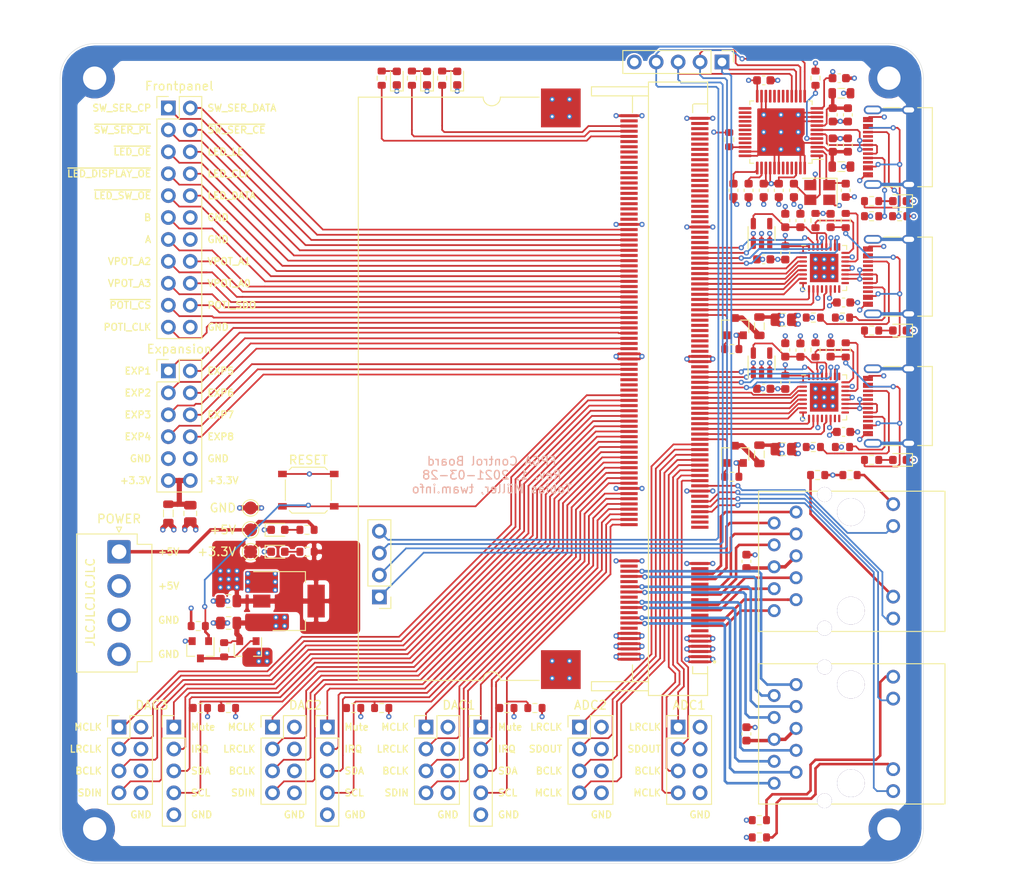
<source format=kicad_pcb>
(kicad_pcb (version 20171130) (host pcbnew "(5.1.9-0-10_14)")
  (title_block (title "Mixer - FPGA board") (date 2021-03-28) (rev 1) (comment 1 "License: CC-BY-SA 4.0") (comment 2 "Author: Tobias Müller, twam.info"))
  (layers (0 F.Cu signal) (1 In1.Cu power) (2 In2.Cu power hide) (31 B.Cu signal) (34 B.Paste user) (35 F.Paste user) (36 B.SilkS user) (37 F.SilkS user) (38 B.Mask user) (39 F.Mask user) (44 Edge.Cuts user))
  (net 0 "")
  (net 1 "Net-(J1-Pad13)")
  (net 2 "Net-(J1-Pad14)")
  (net 3 "Net-(J1-Pad19)")
  (net 4 "Net-(J1-Pad20)")
  (net 5 "Net-(J1-Pad25)")
  (net 6 "Net-(J1-Pad26)")
  (net 7 "Net-(J1-Pad31)")
  (net 8 "Net-(J1-Pad32)")
  (net 9 "Net-(J1-Pad37)")
  (net 10 "Net-(J1-Pad38)")
  (net 11 "Net-(J1-Pad43)")
  (net 12 "Net-(J1-Pad45)")
  (net 13 "Net-(J1-Pad53)")
  (net 14 "Net-(J1-Pad161)")
  (net 15 "Net-(J1-Pad162)")
  (net 16 "Net-(J1-Pad163)")
  (net 17 "Net-(J1-Pad164)")
  (net 18 "Net-(J1-Pad165)")
  (net 19 "Net-(J1-Pad166)")
  (net 20 "Net-(J1-Pad167)")
  (net 21 "Net-(J1-Pad168)")
  (net 22 "Net-(J1-Pad169)")
  (net 23 "Net-(J1-Pad170)")
  (net 24 "Net-(J1-Pad171)")
  (net 25 "Net-(J1-Pad172)")
  (net 26 "Net-(J1-Pad173)")
  (net 27 "Net-(J1-Pad174)")
  (net 28 "Net-(J1-Pad175)")
  (net 29 "Net-(J1-Pad176)")
  (net 30 "Net-(J1-Pad177)")
  (net 31 "Net-(J1-Pad178)")
  (net 32 "Net-(J1-Pad179)")
  (net 33 "Net-(J1-Pad180)")
  (net 34 "Net-(J1-Pad181)")
  (net 35 "Net-(J1-Pad182)")
  (net 36 "Net-(J1-Pad183)")
  (net 37 "Net-(J1-Pad184)")
  (net 38 "Net-(J1-Pad185)")
  (net 39 "Net-(J1-Pad186)")
  (net 40 "Net-(J1-Pad187)")
  (net 41 "Net-(J1-Pad188)")
  (net 42 "Net-(J1-Pad189)")
  (net 43 "Net-(J1-Pad195)")
  (net 44 "Net-(J1-Pad197)")
  (net 45 "Net-(J1-Pad198)")
  (net 46 GND)
  (net 47 +5V)
  (net 48 /ETH1_1P)
  (net 49 /ETH2_1P)
  (net 50 /ETH1_1N)
  (net 51 /ETH2_1N)
  (net 52 /ETH1_2N)
  (net 53 /ETH2_2N)
  (net 54 /ETH1_2P)
  (net 55 /ETH2_2P)
  (net 56 /ETH1_3P)
  (net 57 /ETH2_3P)
  (net 58 /ETH1_3N)
  (net 59 /ETH2_3N)
  (net 60 /ETH1_4N)
  (net 61 /ETH2_4N)
  (net 62 /ETH1_4P)
  (net 63 /ETH2_4P)
  (net 64 /TCK)
  (net 65 /TMS)
  (net 66 /TDI)
  (net 67 /TDO)
  (net 68 +3V3)
  (net 69 Earth)
  (net 70 /USB2/VBUS)
  (net 71 /USB2/D-)
  (net 72 /USB2/D+)
  (net 73 /USB1/VBUS)
  (net 74 /USB1/D-)
  (net 75 /USB1/D+)
  (net 76 "Net-(D101-Pad2)")
  (net 77 "Net-(D201-Pad2)")
  (net 78 "Net-(J101-PadB8)")
  (net 79 "Net-(J101-PadA8)")
  (net 80 "Net-(J201-PadB8)")
  (net 81 "Net-(J201-PadA8)")
  (net 82 "Net-(U101-Pad25)")
  (net 83 "Net-(U101-Pad17)")
  (net 84 "Net-(U101-Pad16)")
  (net 85 "Net-(U101-Pad15)")
  (net 86 "Net-(U101-Pad12)")
  (net 87 "Net-(U102-Pad4)")
  (net 88 "Net-(U201-Pad25)")
  (net 89 "Net-(U201-Pad17)")
  (net 90 "Net-(U201-Pad16)")
  (net 91 "Net-(U201-Pad15)")
  (net 92 "Net-(U201-Pad12)")
  (net 93 "Net-(U202-Pad4)")
  (net 94 "Net-(R104-Pad2)")
  (net 95 "Net-(R105-Pad1)")
  (net 96 "Net-(R204-Pad2)")
  (net 97 "Net-(R205-Pad1)")
  (net 98 "Net-(C301-Pad1)")
  (net 99 "Net-(C401-Pad1)")
  (net 100 "Net-(J301-Pad14)")
  (net 101 "Net-(J301-Pad12)")
  (net 102 "Net-(J401-Pad14)")
  (net 103 "Net-(J401-Pad12)")
  (net 104 /USB1/3V3_USB)
  (net 105 /USB1/1V8_USB)
  (net 106 /USB2/3V3_USB)
  (net 107 /USB2/1V8_USB)
  (net 108 /USB1/CC1)
  (net 109 /USB1/CC2)
  (net 110 /USB2/CC1)
  (net 111 /USB2/CC2)
  (net 112 /USB1_DATA7)
  (net 113 /USB1_DATA6)
  (net 114 /USB1_DATA5)
  (net 115 /USB1_DATA4)
  (net 116 /USB1_DATA3)
  (net 117 /USB1_DATA2)
  (net 118 /USB1_DATA1)
  (net 119 /USB1_DATA0)
  (net 120 /USB1_DIR)
  (net 121 /USB1_STP)
  (net 122 /USB1_RESET)
  (net 123 /USB1_CLK)
  (net 124 /USB1_NXT)
  (net 125 /USB2_DIR)
  (net 126 /USB2_STP)
  (net 127 /USB2_RESET)
  (net 128 /USB2_CLK)
  (net 129 /USB2_DATA7)
  (net 130 /USB2_DATA6)
  (net 131 /USB2_DATA5)
  (net 132 /USB2_DATA4)
  (net 133 /USB2_DATA3)
  (net 134 /USB2_DATA2)
  (net 135 /USB2_DATA1)
  (net 136 /USB2_DATA0)
  (net 137 /USB2_NXT)
  (net 138 /~SW_SER_PL)
  (net 139 /~SW_SER_CE)
  (net 140 /A)
  (net 141 /SW_SER_DATA)
  (net 142 /B)
  (net 143 /POTI_SDO)
  (net 144 /POTI_CLK)
  (net 145 /~LED_OE)
  (net 146 /LED_DATA)
  (net 147 /~LED_DISPLAY_OE)
  (net 148 /LED_CLK)
  (net 149 /LED_LE)
  (net 150 /ETH1_LED_Y)
  (net 151 /ETH1_LED_G)
  (net 152 /ETH2_LED_Y)
  (net 153 /ETH2_LED_G)
  (net 154 "Net-(D501-Pad2)")
  (net 155 /Debug/VBUS)
  (net 156 "Net-(J501-PadB8)")
  (net 157 /Debug/CC1)
  (net 158 /Debug/D-)
  (net 159 /Debug/D+)
  (net 160 "Net-(J501-PadA8)")
  (net 161 /Debug/CC2)
  (net 162 "Net-(C501-Pad1)")
  (net 163 "Net-(C502-Pad1)")
  (net 164 /Debug/VPHY)
  (net 165 /Debug/VPLL)
  (net 166 /Debug/VCORE)
  (net 167 "Net-(R508-Pad2)")
  (net 168 "Net-(R509-Pad2)")
  (net 169 "Net-(U501-Pad45)")
  (net 170 "Net-(U501-Pad44)")
  (net 171 "Net-(U501-Pad43)")
  (net 172 "Net-(U501-Pad33)")
  (net 173 "Net-(U501-Pad32)")
  (net 174 "Net-(U501-Pad30)")
  (net 175 "Net-(U501-Pad29)")
  (net 176 "Net-(U501-Pad28)")
  (net 177 "Net-(U501-Pad27)")
  (net 178 "Net-(U501-Pad26)")
  (net 179 "Net-(U501-Pad21)")
  (net 180 "Net-(U501-Pad19)")
  (net 181 "Net-(U501-Pad18)")
  (net 182 "Net-(U501-Pad17)")
  (net 183 /Debug/VCA)
  (net 184 "Net-(U501-Pad31)")
  (net 185 "Net-(U501-Pad25)")
  (net 186 "Net-(U501-Pad20)")
  (net 187 "Net-(D1-Pad2)")
  (net 188 "Net-(D2-Pad2)")
  (net 189 /DAC1_SDIN)
  (net 190 /DAC1_BCLK)
  (net 191 /DAC1_LRCLK)
  (net 192 /DAC1_MCLK)
  (net 193 /DAC1_SCL)
  (net 194 /DAC1_SDA)
  (net 195 /DAC1_IRQ)
  (net 196 /DAC1_Mute)
  (net 197 /DAC2_SCL)
  (net 198 /DAC2_SDA)
  (net 199 /DAC2_IRQ)
  (net 200 /DAC2_Mute)
  (net 201 /DAC3_SCL)
  (net 202 /DAC3_SDA)
  (net 203 /DAC3_IRQ)
  (net 204 /DAC3_Mute)
  (net 205 /DAC2_SDIN)
  (net 206 /DAC2_BCLK)
  (net 207 /DAC2_LRCLK)
  (net 208 /DAC2_MCLK)
  (net 209 /DAC3_SDIN)
  (net 210 /DAC3_LRCLK)
  (net 211 /DAC3_BCLK)
  (net 212 /DAC3_MCLK)
  (net 213 /ADC1_MCLK)
  (net 214 /ADC1_BCLK)
  (net 215 /ADC1_SDOUT)
  (net 216 /ADC1_LRCLK)
  (net 217 /ADC2_MCLK)
  (net 218 /ADC2_BCLK)
  (net 219 /ADC2_SDOUT)
  (net 220 /ADC2_LRCLK)
  (net 221 /~POTI_CS)
  (net 222 /VPOT_A0)
  (net 223 /VPOT_A3)
  (net 224 /VPOT_A1)
  (net 225 /VPOT_A2)
  (net 226 /~LED_SW_OE)
  (net 227 /SW_SER_CP)
  (net 228 "Net-(J1-Pad94)")
  (net 229 "Net-(J1-Pad96)")
  (net 230 "Net-(J1-Pad98)")
  (net 231 "Net-(J1-Pad103)")
  (net 232 "Net-(J1-Pad109)")
  (net 233 "Net-(J1-Pad111)")
  (net 234 "Net-(J1-Pad113)")
  (net 235 "Net-(J1-Pad115)")
  (net 236 "Net-(J1-Pad117)")
  (net 237 "Net-(J1-Pad119)")
  (net 238 "Net-(J1-Pad151)")
  (net 239 "Net-(J1-Pad153)")
  (net 240 "Net-(J1-Pad155)")
  (net 241 "Net-(J1-Pad159)")
  (net 242 "Net-(J1-Pad160)")
  (net 243 "Net-(J1-Pad190)")
  (net 244 "Net-(J1-Pad191)")
  (net 245 "Net-(J1-Pad193)")
  (net 246 /3V3_EXP)
  (net 247 /EXP8)
  (net 248 /EXP4)
  (net 249 /EXP7)
  (net 250 /EXP3)
  (net 251 /EXP6)
  (net 252 /EXP2)
  (net 253 /EXP5)
  (net 254 /EXP1)
  (net 255 "Net-(J1-Pad121)")
  (net 256 "Net-(J1-Pad41)")
  (net 257 "Net-(D3-Pad2)")
  (net 258 "Net-(D4-Pad2)")
  (net 259 "Net-(D5-Pad2)")
  (net 260 /LED3)
  (net 261 /LED2)
  (net 262 /LED1)
  (net 263 /5V_FPGA)
  (net 264 "Net-(Q1-Pad3)")
  (net 265 /FPGA_EN)
  (net 266 /USB2_ENABLE)
  (net 267 /USB1_ENABLE)
  (net 268 "Net-(L101-Pad1)")
  (net 269 "Net-(L201-Pad1)")
  (module MountingHole:MountingHole_JLCPCB (layer F.Cu) (at 191.5 130)
    (fp_text reference H7 hide)
    (fp_text value MountingHole)
    (pad "" np_thru_hole circle (at 0 0) (size 1.152 1.152) (drill 1.152) (layers *.Cu *.Mask) (clearance 0.148))
  )
  (module MountingHole:MountingHole_JLCPCB (layer F.Cu) (at 103.5 121)
    (fp_text reference H6 hide)
    (fp_text value MountingHole)
    (pad "" np_thru_hole circle (at 0 0) (size 1.152 1.152) (drill 1.152) (layers *.Cu *.Mask) (clearance 0.148))
  )
  (module MountingHole:MountingHole_JLCPCB (layer F.Cu) (at 173 56.5)
    (fp_text reference H5 hide)
    (fp_text value MountingHole)
    (pad "" np_thru_hole circle (at 0 0) (size 1.152 1.152) (drill 1.152) (layers *.Cu *.Mask) (clearance 0.148))
  )
  (module Resistor_SMD:R_0603_1608Metric (layer F.Cu) (at 177.8 100.2 180)
    (fp_text reference R206 hide)
    (fp_text value 10k)
    (pad 2 smd roundrect (at 0.825 0 180) (size 0.8 0.95) (layers F.Cu F.Paste F.Mask) (net 266 /USB2_ENABLE))
    (pad 1 smd roundrect (at -0.825 0 180) (size 0.8 0.95) (layers F.Cu F.Paste F.Mask) (net 68 +3V3))
  )
  (module Resistor_SMD:R_0603_1608Metric (layer F.Cu) (at 177.8 85.4 180)
    (fp_text reference R106 hide)
    (fp_text value 10k)
    (pad 2 smd roundrect (at 0.825 0 180) (size 0.8 0.95) (layers F.Cu F.Paste F.Mask) (net 267 /USB1_ENABLE))
    (pad 1 smd roundrect (at -0.825 0 180) (size 0.8 0.95) (layers F.Cu F.Paste F.Mask) (net 68 +3V3))
  )
  (module Package_TO_SOT_SMD:SOT-23 (layer F.Cu) (at 178.2 97.6 90)
    (fp_text reference Q201 hide)
    (fp_text value SI2301)
    (pad 3 smd rect (at 1 0 90) (size 0.9 0.8) (layers F.Cu F.Paste F.Mask) (net 269 "Net-(L201-Pad1)"))
    (pad 2 smd rect (at -1 0.95 90) (size 0.9 0.8) (layers F.Cu F.Paste F.Mask) (net 68 +3V3))
    (pad 1 smd rect (at -1 -0.95 90) (size 0.9 0.8) (layers F.Cu F.Paste F.Mask) (net 266 /USB2_ENABLE))
  )
  (module Package_TO_SOT_SMD:SOT-23 (layer F.Cu) (at 178.2 82.8 90)
    (fp_text reference Q101 hide)
    (fp_text value SI2301)
    (pad 3 smd rect (at 1 0 90) (size 0.9 0.8) (layers F.Cu F.Paste F.Mask) (net 268 "Net-(L101-Pad1)"))
    (pad 2 smd rect (at -1 0.95 90) (size 0.9 0.8) (layers F.Cu F.Paste F.Mask) (net 68 +3V3))
    (pad 1 smd rect (at -1 -0.95 90) (size 0.9 0.8) (layers F.Cu F.Paste F.Mask) (net 267 /USB1_ENABLE))
  )
  (module twam-Misc:SW_SPST_XKB_TS-1187A-X-X-X (layer F.Cu) (at 128.75 101.75)
    (fp_text reference SW1 hide)
    (fp_text value RESET)
    (pad 2 smd rect (at 3 1.875) (size 1 0.75) (layers F.Cu F.Paste F.Mask) (net 265 /FPGA_EN))
    (pad 2 smd rect (at -3 1.875) (size 1 0.75) (layers F.Cu F.Paste F.Mask) (net 265 /FPGA_EN))
    (pad 1 smd rect (at 3 -1.875) (size 1 0.75) (layers F.Cu F.Paste F.Mask) (net 46 GND))
    (pad 1 smd rect (at -3 -1.875) (size 1 0.75) (layers F.Cu F.Paste F.Mask) (net 46 GND))
  )
  (module Resistor_SMD:R_0603_1608Metric (layer F.Cu) (at 116 117.5)
    (fp_text reference R7 hide)
    (fp_text value 10k)
    (pad 2 smd roundrect (at 0.825 0) (size 0.8 0.95) (layers F.Cu F.Paste F.Mask) (net 265 /FPGA_EN))
    (pad 1 smd roundrect (at -0.825 0) (size 0.8 0.95) (layers F.Cu F.Paste F.Mask) (net 68 +3V3))
  )
  (module Resistor_SMD:R_0603_1608Metric (layer F.Cu) (at 119 120.25 270)
    (fp_text reference R6 hide)
    (fp_text value 10k)
    (pad 2 smd roundrect (at 0.825 0 270) (size 0.8 0.95) (layers F.Cu F.Paste F.Mask) (net 264 "Net-(Q1-Pad3)"))
    (pad 1 smd roundrect (at -0.825 0 270) (size 0.8 0.95) (layers F.Cu F.Paste F.Mask) (net 47 +5V))
  )
  (module Package_TO_SOT_SMD:SOT-23 (layer F.Cu) (at 121.75 120.25 270)
    (fp_text reference Q2 hide)
    (fp_text value SI2301)
    (pad 3 smd rect (at 1 0 270) (size 0.9 0.8) (layers F.Cu F.Paste F.Mask) (net 263 /5V_FPGA))
    (pad 2 smd rect (at -1 0.95 270) (size 0.9 0.8) (layers F.Cu F.Paste F.Mask) (net 47 +5V))
    (pad 1 smd rect (at -1 -0.95 270) (size 0.9 0.8) (layers F.Cu F.Paste F.Mask) (net 264 "Net-(Q1-Pad3)"))
  )
  (module Package_TO_SOT_SMD:SOT-23 (layer F.Cu) (at 116.25 120.25 270)
    (fp_text reference Q1 hide)
    (fp_text value 2N7002)
    (pad 3 smd rect (at 1 0 270) (size 0.9 0.8) (layers F.Cu F.Paste F.Mask) (net 264 "Net-(Q1-Pad3)"))
    (pad 2 smd rect (at -1 0.95 270) (size 0.9 0.8) (layers F.Cu F.Paste F.Mask) (net 46 GND))
    (pad 1 smd rect (at -1 -0.95 270) (size 0.9 0.8) (layers F.Cu F.Paste F.Mask) (net 265 /FPGA_EN))
  )
  (module Resistor_SMD:R_0603_1608Metric (layer F.Cu) (at 137.25 54 90)
    (fp_text reference R5 hide)
    (fp_text value 4k7)
    (pad 2 smd roundrect (at 0.825 0 90) (size 0.8 0.95) (layers F.Cu F.Paste F.Mask) (net 259 "Net-(D5-Pad2)"))
    (pad 1 smd roundrect (at -0.825 0 90) (size 0.8 0.95) (layers F.Cu F.Paste F.Mask) (net 260 /LED3))
  )
  (module Resistor_SMD:R_0603_1608Metric (layer F.Cu) (at 140.75 54 90)
    (fp_text reference R4 hide)
    (fp_text value 4k7)
    (pad 2 smd roundrect (at 0.825 0 90) (size 0.8 0.95) (layers F.Cu F.Paste F.Mask) (net 258 "Net-(D4-Pad2)"))
    (pad 1 smd roundrect (at -0.825 0 90) (size 0.8 0.95) (layers F.Cu F.Paste F.Mask) (net 261 /LED2))
  )
  (module Resistor_SMD:R_0603_1608Metric (layer F.Cu) (at 144.25 54 90)
    (fp_text reference R3 hide)
    (fp_text value 4k7)
    (pad 2 smd roundrect (at 0.825 0 90) (size 0.8 0.95) (layers F.Cu F.Paste F.Mask) (net 257 "Net-(D3-Pad2)"))
    (pad 1 smd roundrect (at -0.825 0 90) (size 0.8 0.95) (layers F.Cu F.Paste F.Mask) (net 262 /LED1))
  )
  (module LED_SMD:LED_0603_1608Metric (layer F.Cu) (at 139 54 90)
    (fp_text reference D5 hide)
    (fp_text value green)
    (pad 2 smd roundrect (at 0.7875 0 90) (size 0.875 0.95) (layers F.Cu F.Paste F.Mask) (net 259 "Net-(D5-Pad2)"))
    (pad 1 smd roundrect (at -0.7875 0 90) (size 0.875 0.95) (layers F.Cu F.Paste F.Mask) (net 46 GND))
  )
  (module LED_SMD:LED_0603_1608Metric (layer F.Cu) (at 142.5 54 90)
    (fp_text reference D4 hide)
    (fp_text value green)
    (pad 2 smd roundrect (at 0.7875 0 90) (size 0.875 0.95) (layers F.Cu F.Paste F.Mask) (net 258 "Net-(D4-Pad2)"))
    (pad 1 smd roundrect (at -0.7875 0 90) (size 0.875 0.95) (layers F.Cu F.Paste F.Mask) (net 46 GND))
  )
  (module LED_SMD:LED_0603_1608Metric (layer F.Cu) (at 146 54 90)
    (fp_text reference D3 hide)
    (fp_text value green)
    (pad 2 smd roundrect (at 0.7875 0 90) (size 0.875 0.95) (layers F.Cu F.Paste F.Mask) (net 257 "Net-(D3-Pad2)"))
    (pad 1 smd roundrect (at -0.7875 0 90) (size 0.875 0.95) (layers F.Cu F.Paste F.Mask) (net 46 GND))
  )
  (module Package_QFP:LQFP-48_7x7mm_P0.5mm (layer F.Cu) (at 183.5 60.25 180)
    (fp_text reference U501 hide)
    (fp_text value FT232H)
    (pad 48 smd roundrect (at -2.75 -4.1625 180) (size 0.3 1.475) (layers F.Cu F.Paste F.Mask) (net 46 GND))
    (pad 47 smd roundrect (at -2.25 -4.1625 180) (size 0.3 1.475) (layers F.Cu F.Paste F.Mask) (net 46 GND))
    (pad 46 smd roundrect (at -1.75 -4.1625 180) (size 0.3 1.475) (layers F.Cu F.Paste F.Mask) (net 68 +3V3))
    (pad 45 smd roundrect (at -1.25 -4.1625 180) (size 0.3 1.475) (layers F.Cu F.Paste F.Mask) (net 169 "Net-(U501-Pad45)"))
    (pad 44 smd roundrect (at -0.75 -4.1625 180) (size 0.3 1.475) (layers F.Cu F.Paste F.Mask) (net 170 "Net-(U501-Pad44)"))
    (pad 43 smd roundrect (at -0.25 -4.1625 180) (size 0.3 1.475) (layers F.Cu F.Paste F.Mask) (net 171 "Net-(U501-Pad43)"))
    (pad 42 smd roundrect (at 0.25 -4.1625 180) (size 0.3 1.475) (layers F.Cu F.Paste F.Mask) (net 46 GND))
    (pad 41 smd roundrect (at 0.75 -4.1625 180) (size 0.3 1.475) (layers F.Cu F.Paste F.Mask) (net 46 GND))
    (pad 40 smd roundrect (at 1.25 -4.1625 180) (size 0.3 1.475) (layers F.Cu F.Paste F.Mask) (net 68 +3V3))
    (pad 39 smd roundrect (at 1.75 -4.1625 180) (size 0.3 1.475) (layers F.Cu F.Paste F.Mask) (net 68 +3V3))
    (pad 38 smd roundrect (at 2.25 -4.1625 180) (size 0.3 1.475) (layers F.Cu F.Paste F.Mask) (net 166 /Debug/VCORE))
    (pad 37 smd roundrect (at 2.75 -4.1625 180) (size 0.3 1.475) (layers F.Cu F.Paste F.Mask) (net 183 /Debug/VCA))
    (pad 36 smd roundrect (at 4.1625 -2.75 180) (size 1.475 0.3) (layers F.Cu F.Paste F.Mask) (net 46 GND))
    (pad 35 smd roundrect (at 4.1625 -2.25 180) (size 1.475 0.3) (layers F.Cu F.Paste F.Mask) (net 46 GND))
    (pad 34 smd roundrect (at 4.1625 -1.75 180) (size 1.475 0.3) (layers F.Cu F.Paste F.Mask) (net 168 "Net-(R509-Pad2)"))
    (pad 33 smd roundrect (at 4.1625 -1.25 180) (size 1.475 0.3) (layers F.Cu F.Paste F.Mask) (net 172 "Net-(U501-Pad33)"))
    (pad 32 smd roundrect (at 4.1625 -0.75 180) (size 1.475 0.3) (layers F.Cu F.Paste F.Mask) (net 173 "Net-(U501-Pad32)"))
    (pad 31 smd roundrect (at 4.1625 -0.25 180) (size 1.475 0.3) (layers F.Cu F.Paste F.Mask) (net 184 "Net-(U501-Pad31)"))
    (pad 30 smd roundrect (at 4.1625 0.25 180) (size 1.475 0.3) (layers F.Cu F.Paste F.Mask) (net 174 "Net-(U501-Pad30)"))
    (pad 29 smd roundrect (at 4.1625 0.75 180) (size 1.475 0.3) (layers F.Cu F.Paste F.Mask) (net 175 "Net-(U501-Pad29)"))
    (pad 28 smd roundrect (at 4.1625 1.25 180) (size 1.475 0.3) (layers F.Cu F.Paste F.Mask) (net 176 "Net-(U501-Pad28)"))
    (pad 27 smd roundrect (at 4.1625 1.75 180) (size 1.475 0.3) (layers F.Cu F.Paste F.Mask) (net 177 "Net-(U501-Pad27)"))
    (pad 26 smd roundrect (at 4.1625 2.25 180) (size 1.475 0.3) (layers F.Cu F.Paste F.Mask) (net 178 "Net-(U501-Pad26)"))
    (pad 25 smd roundrect (at 4.1625 2.75 180) (size 1.475 0.3) (layers F.Cu F.Paste F.Mask) (net 185 "Net-(U501-Pad25)"))
    (pad 24 smd roundrect (at 2.75 4.1625 180) (size 0.3 1.475) (layers F.Cu F.Paste F.Mask) (net 68 +3V3))
    (pad 23 smd roundrect (at 2.25 4.1625 180) (size 0.3 1.475) (layers F.Cu F.Paste F.Mask) (net 46 GND))
    (pad 22 smd roundrect (at 1.75 4.1625 180) (size 0.3 1.475) (layers F.Cu F.Paste F.Mask) (net 46 GND))
    (pad 21 smd roundrect (at 1.25 4.1625 180) (size 0.3 1.475) (layers F.Cu F.Paste F.Mask) (net 179 "Net-(U501-Pad21)"))
    (pad 20 smd roundrect (at 0.75 4.1625 180) (size 0.3 1.475) (layers F.Cu F.Paste F.Mask) (net 186 "Net-(U501-Pad20)"))
    (pad 19 smd roundrect (at 0.25 4.1625 180) (size 0.3 1.475) (layers F.Cu F.Paste F.Mask) (net 180 "Net-(U501-Pad19)"))
    (pad 18 smd roundrect (at -0.25 4.1625 180) (size 0.3 1.475) (layers F.Cu F.Paste F.Mask) (net 181 "Net-(U501-Pad18)"))
    (pad 17 smd roundrect (at -0.75 4.1625 180) (size 0.3 1.475) (layers F.Cu F.Paste F.Mask) (net 182 "Net-(U501-Pad17)"))
    (pad 16 smd roundrect (at -1.25 4.1625 180) (size 0.3 1.475) (layers F.Cu F.Paste F.Mask) (net 65 /TMS))
    (pad 15 smd roundrect (at -1.75 4.1625 180) (size 0.3 1.475) (layers F.Cu F.Paste F.Mask) (net 67 /TDO))
    (pad 14 smd roundrect (at -2.25 4.1625 180) (size 0.3 1.475) (layers F.Cu F.Paste F.Mask) (net 66 /TDI))
    (pad 13 smd roundrect (at -2.75 4.1625 180) (size 0.3 1.475) (layers F.Cu F.Paste F.Mask) (net 64 /TCK))
    (pad 12 smd roundrect (at -4.1625 2.75 180) (size 1.475 0.3) (layers F.Cu F.Paste F.Mask) (net 68 +3V3))
    (pad 11 smd roundrect (at -4.1625 2.25 180) (size 1.475 0.3) (layers F.Cu F.Paste F.Mask) (net 46 GND))
    (pad 10 smd roundrect (at -4.1625 1.75 180) (size 1.475 0.3) (layers F.Cu F.Paste F.Mask) (net 46 GND))
    (pad 9 smd roundrect (at -4.1625 1.25 180) (size 1.475 0.3) (layers F.Cu F.Paste F.Mask) (net 46 GND))
    (pad 8 smd roundrect (at -4.1625 0.75 180) (size 1.475 0.3) (layers F.Cu F.Paste F.Mask) (net 165 /Debug/VPLL))
    (pad 7 smd roundrect (at -4.1625 0.25 180) (size 1.475 0.3) (layers F.Cu F.Paste F.Mask) (net 159 /Debug/D+))
    (pad 6 smd roundrect (at -4.1625 -0.25 180) (size 1.475 0.3) (layers F.Cu F.Paste F.Mask) (net 158 /Debug/D-))
    (pad 5 smd roundrect (at -4.1625 -0.75 180) (size 1.475 0.3) (layers F.Cu F.Paste F.Mask) (net 167 "Net-(R508-Pad2)"))
    (pad 4 smd roundrect (at -4.1625 -1.25 180) (size 1.475 0.3) (layers F.Cu F.Paste F.Mask) (net 46 GND))
    (pad 3 smd roundrect (at -4.1625 -1.75 180) (size 1.475 0.3) (layers F.Cu F.Paste F.Mask) (net 164 /Debug/VPHY))
    (pad 2 smd roundrect (at -4.1625 -2.25 180) (size 1.475 0.3) (layers F.Cu F.Paste F.Mask) (net 163 "Net-(C502-Pad1)"))
    (pad 1 smd roundrect (at -4.1625 -2.75 180) (size 1.475 0.3) (layers F.Cu F.Paste F.Mask) (net 162 "Net-(C501-Pad1)"))
  )
  (module Connector_USB:USB_C_Receptacle_XKB_U262-16XN-4BVC11 (layer F.Cu) (at 197.25 62 90)
    (fp_text reference J501 hide)
    (fp_text value USB1)
    (pad A12 smd rect (at 3.35 -3.67 90) (size 0.3 1.15) (layers F.Cu F.Paste F.Mask) (net 46 GND))
    (pad A9 smd rect (at 2.55 -3.67 90) (size 0.3 1.15) (layers F.Cu F.Paste F.Mask) (net 155 /Debug/VBUS))
    (pad B9 smd rect (at -2.25 -3.67 90) (size 0.3 1.15) (layers F.Cu F.Paste F.Mask) (net 155 /Debug/VBUS))
    (pad B12 smd rect (at -3.05 -3.67 90) (size 0.3 1.15) (layers F.Cu F.Paste F.Mask) (net 46 GND))
    (pad A1 smd rect (at -3.35 -3.67 90) (size 0.3 1.15) (layers F.Cu F.Paste F.Mask) (net 46 GND))
    (pad A4 smd rect (at -2.55 -3.67 90) (size 0.3 1.15) (layers F.Cu F.Paste F.Mask) (net 155 /Debug/VBUS))
    (pad B8 smd rect (at -1.75 -3.67 90) (size 0.3 1.15) (layers F.Cu F.Paste F.Mask) (net 156 "Net-(J501-PadB8)"))
    (pad A5 smd rect (at -1.25 -3.67 90) (size 0.3 1.15) (layers F.Cu F.Paste F.Mask) (net 157 /Debug/CC1))
    (pad B7 smd rect (at -0.75 -3.67 90) (size 0.3 1.15) (layers F.Cu F.Paste F.Mask) (net 158 /Debug/D-))
    (pad A6 smd rect (at -0.25 -3.67 90) (size 0.3 1.15) (layers F.Cu F.Paste F.Mask) (net 159 /Debug/D+))
    (pad A7 smd rect (at 0.25 -3.67 90) (size 0.3 1.15) (layers F.Cu F.Paste F.Mask) (net 158 /Debug/D-))
    (pad B6 smd rect (at 0.75 -3.67 90) (size 0.3 1.15) (layers F.Cu F.Paste F.Mask) (net 159 /Debug/D+))
    (pad A8 smd rect (at 1.25 -3.67 90) (size 0.3 1.15) (layers F.Cu F.Paste F.Mask) (net 160 "Net-(J501-PadA8)"))
    (pad B5 smd rect (at 1.75 -3.67 90) (size 0.3 1.15) (layers F.Cu F.Paste F.Mask) (net 161 /Debug/CC2))
    (pad B4 smd rect (at 2.25 -3.67 90) (size 0.3 1.15) (layers F.Cu F.Paste F.Mask) (net 155 /Debug/VBUS))
    (pad B1 smd rect (at 3.05 -3.67 90) (size 0.3 1.15) (layers F.Cu F.Paste F.Mask) (net 46 GND))
    (pad "" np_thru_hole circle (at -2.89 -2.605 90) (size 0.65 0.65) (drill 0.65) (layers *.Cu *.Mask))
    (pad "" np_thru_hole circle (at 2.89 -2.605 90) (size 0.65 0.65) (drill 0.65) (layers *.Cu *.Mask))
    (pad S1 thru_hole oval (at 4.32 1.075 90) (size 1 1.6) (drill oval 0.6 1.2) (layers *.Cu *.Mask) (net 69 Earth))
    (pad S1 thru_hole oval (at -4.32 1.075 90) (size 1 1.6) (drill oval 0.6 1.2) (layers *.Cu *.Mask) (net 69 Earth))
    (pad S1 thru_hole oval (at 4.32 -3.105 90) (size 1 2.1) (drill oval 0.6 1.7) (layers *.Cu *.Mask) (net 69 Earth))
    (pad S1 thru_hole oval (at -4.32 -3.105 90) (size 1 2.1) (drill oval 0.6 1.7) (layers *.Cu *.Mask) (net 69 Earth))
  )
  (module Inductor_SMD:L_0805_2012Metric (layer F.Cu) (at 112.535 104.445 90)
    (fp_text reference L2 hide)
    (fp_text value 600R/100M)
    (pad 2 smd roundrect (at 1.0625 0 90) (size 0.875 1.2) (layers F.Cu F.Paste F.Mask) (net 246 /3V3_EXP))
    (pad 1 smd roundrect (at -1.0625 0 90) (size 0.875 1.2) (layers F.Cu F.Paste F.Mask) (net 68 +3V3))
  )
  (module Capacitor_SMD:C_0805_2012Metric (layer F.Cu) (at 115.075 104.445 270)
    (fp_text reference C3 hide)
    (fp_text value 10u)
    (pad 2 smd roundrect (at 0.95 0 270) (size 1 1.45) (layers F.Cu F.Paste F.Mask) (net 46 GND))
    (pad 1 smd roundrect (at -0.95 0 270) (size 1 1.45) (layers F.Cu F.Paste F.Mask) (net 246 /3V3_EXP))
  )
  (module Connector_PinHeader_2.54mm:PinHeader_2x06_P2.54mm_Vertical (layer F.Cu) (at 112.535 87.935)
    (fp_text reference J4 hide)
    (fp_text value Expansion)
    (pad 12 thru_hole oval (at 2.54 12.7) (size 1.7 1.7) (drill 1) (layers *.Cu *.Mask) (net 246 /3V3_EXP))
    (pad 11 thru_hole oval (at 0 12.7) (size 1.7 1.7) (drill 1) (layers *.Cu *.Mask) (net 246 /3V3_EXP))
    (pad 10 thru_hole oval (at 2.54 10.16) (size 1.7 1.7) (drill 1) (layers *.Cu *.Mask) (net 46 GND))
    (pad 9 thru_hole oval (at 0 10.16) (size 1.7 1.7) (drill 1) (layers *.Cu *.Mask) (net 46 GND))
    (pad 8 thru_hole oval (at 2.54 7.62) (size 1.7 1.7) (drill 1) (layers *.Cu *.Mask) (net 247 /EXP8))
    (pad 7 thru_hole oval (at 0 7.62) (size 1.7 1.7) (drill 1) (layers *.Cu *.Mask) (net 248 /EXP4))
    (pad 6 thru_hole oval (at 2.54 5.08) (size 1.7 1.7) (drill 1) (layers *.Cu *.Mask) (net 249 /EXP7))
    (pad 5 thru_hole oval (at 0 5.08) (size 1.7 1.7) (drill 1) (layers *.Cu *.Mask) (net 250 /EXP3))
    (pad 4 thru_hole oval (at 2.54 2.54) (size 1.7 1.7) (drill 1) (layers *.Cu *.Mask) (net 251 /EXP6))
    (pad 3 thru_hole oval (at 0 2.54) (size 1.7 1.7) (drill 1) (layers *.Cu *.Mask) (net 252 /EXP2))
    (pad 2 thru_hole oval (at 2.54 0) (size 1.7 1.7) (drill 1) (layers *.Cu *.Mask) (net 253 /EXP5))
    (pad 1 thru_hole rect (at 0 0) (size 1.7 1.7) (drill 1) (layers *.Cu *.Mask) (net 254 /EXP1))
  )
  (module TestPoint:TestPoint_Pad_D1.5mm (layer F.Cu) (at 122.06 103.81)
    (fp_text reference TP3 hide)
    (fp_text value GND)
    (pad 1 smd circle (at 0 0) (size 1.5 1.5) (layers F.Cu F.Mask) (net 46 GND))
  )
  (module TestPoint:TestPoint_Pad_D1.5mm (layer F.Cu) (at 122.06 106.35)
    (fp_text reference TP2 hide)
    (fp_text value +5V)
    (pad 1 smd circle (at 0 0) (size 1.5 1.5) (layers F.Cu F.Mask) (net 47 +5V))
  )
  (module TestPoint:TestPoint_Pad_D1.5mm (layer F.Cu) (at 122.06 108.89)
    (fp_text reference TP1 hide)
    (fp_text value +3.3V)
    (pad 1 smd circle (at 0 0) (size 1.5 1.5) (layers F.Cu F.Mask) (net 68 +3V3))
  )
  (module Connector_PinHeader_2.54mm:PinHeader_2x11_P2.54mm_Vertical (layer F.Cu) (at 112.535 57.455)
    (fp_text reference J801 hide)
    (fp_text value Frontpanel)
    (pad 22 thru_hole oval (at 2.54 25.4) (size 1.7 1.7) (drill 1) (layers *.Cu *.Mask) (net 46 GND))
    (pad 21 thru_hole oval (at 0 25.4) (size 1.7 1.7) (drill 1) (layers *.Cu *.Mask) (net 144 /POTI_CLK))
    (pad 20 thru_hole oval (at 2.54 22.86) (size 1.7 1.7) (drill 1) (layers *.Cu *.Mask) (net 143 /POTI_SDO))
    (pad 19 thru_hole oval (at 0 22.86) (size 1.7 1.7) (drill 1) (layers *.Cu *.Mask) (net 221 /~POTI_CS))
    (pad 18 thru_hole oval (at 2.54 20.32) (size 1.7 1.7) (drill 1) (layers *.Cu *.Mask) (net 222 /VPOT_A0))
    (pad 17 thru_hole oval (at 0 20.32) (size 1.7 1.7) (drill 1) (layers *.Cu *.Mask) (net 223 /VPOT_A3))
    (pad 16 thru_hole oval (at 2.54 17.78) (size 1.7 1.7) (drill 1) (layers *.Cu *.Mask) (net 224 /VPOT_A1))
    (pad 15 thru_hole oval (at 0 17.78) (size 1.7 1.7) (drill 1) (layers *.Cu *.Mask) (net 225 /VPOT_A2))
    (pad 14 thru_hole oval (at 2.54 15.24) (size 1.7 1.7) (drill 1) (layers *.Cu *.Mask) (net 46 GND))
    (pad 13 thru_hole oval (at 0 15.24) (size 1.7 1.7) (drill 1) (layers *.Cu *.Mask) (net 140 /A))
    (pad 12 thru_hole oval (at 2.54 12.7) (size 1.7 1.7) (drill 1) (layers *.Cu *.Mask) (net 46 GND))
    (pad 11 thru_hole oval (at 0 12.7) (size 1.7 1.7) (drill 1) (layers *.Cu *.Mask) (net 142 /B))
    (pad 10 thru_hole oval (at 2.54 10.16) (size 1.7 1.7) (drill 1) (layers *.Cu *.Mask) (net 146 /LED_DATA))
    (pad 9 thru_hole oval (at 0 10.16) (size 1.7 1.7) (drill 1) (layers *.Cu *.Mask) (net 226 /~LED_SW_OE))
    (pad 8 thru_hole oval (at 2.54 7.62) (size 1.7 1.7) (drill 1) (layers *.Cu *.Mask) (net 148 /LED_CLK))
    (pad 7 thru_hole oval (at 0 7.62) (size 1.7 1.7) (drill 1) (layers *.Cu *.Mask) (net 147 /~LED_DISPLAY_OE))
    (pad 6 thru_hole oval (at 2.54 5.08) (size 1.7 1.7) (drill 1) (layers *.Cu *.Mask) (net 149 /LED_LE))
    (pad 5 thru_hole oval (at 0 5.08) (size 1.7 1.7) (drill 1) (layers *.Cu *.Mask) (net 145 /~LED_OE))
    (pad 4 thru_hole oval (at 2.54 2.54) (size 1.7 1.7) (drill 1) (layers *.Cu *.Mask) (net 139 /~SW_SER_CE))
    (pad 3 thru_hole oval (at 0 2.54) (size 1.7 1.7) (drill 1) (layers *.Cu *.Mask) (net 138 /~SW_SER_PL))
    (pad 2 thru_hole oval (at 2.54 0) (size 1.7 1.7) (drill 1) (layers *.Cu *.Mask) (net 141 /SW_SER_DATA))
    (pad 1 thru_hole rect (at 0 0) (size 1.7 1.7) (drill 1) (layers *.Cu *.Mask) (net 227 /SW_SER_CP))
  )
  (module Connector_PinHeader_2.54mm:PinHeader_1x05_P2.54mm_Vertical (layer F.Cu) (at 148.73 129.21)
    (fp_text reference J602 hide)
    (fp_text value I2C1)
    (pad 5 thru_hole oval (at 0 10.16) (size 1.7 1.7) (drill 1) (layers *.Cu *.Mask) (net 46 GND))
    (pad 4 thru_hole oval (at 0 7.62) (size 1.7 1.7) (drill 1) (layers *.Cu *.Mask) (net 193 /DAC1_SCL))
    (pad 3 thru_hole oval (at 0 5.08) (size 1.7 1.7) (drill 1) (layers *.Cu *.Mask) (net 194 /DAC1_SDA))
    (pad 2 thru_hole oval (at 0 2.54) (size 1.7 1.7) (drill 1) (layers *.Cu *.Mask) (net 195 /DAC1_IRQ))
    (pad 1 thru_hole rect (at 0 0) (size 1.7 1.7) (drill 1) (layers *.Cu *.Mask) (net 196 /DAC1_Mute))
  )
  (module Resistor_SMD:R_0603_1608Metric (layer F.Cu) (at 119.5 127 180)
    (fp_text reference R622 hide)
    (fp_text value 4k7)
    (pad 2 smd roundrect (at 0.825 0 180) (size 0.8 0.95) (layers F.Cu F.Paste F.Mask) (net 201 /DAC3_SCL))
    (pad 1 smd roundrect (at -0.825 0 180) (size 0.8 0.95) (layers F.Cu F.Paste F.Mask) (net 68 +3V3))
  )
  (module Resistor_SMD:R_0603_1608Metric (layer F.Cu) (at 116.25 127 180)
    (fp_text reference R621 hide)
    (fp_text value 4k7)
    (pad 2 smd roundrect (at 0.825 0 180) (size 0.8 0.95) (layers F.Cu F.Paste F.Mask) (net 202 /DAC3_SDA))
    (pad 1 smd roundrect (at -0.825 0 180) (size 0.8 0.95) (layers F.Cu F.Paste F.Mask) (net 68 +3V3))
  )
  (module Resistor_SMD:R_0603_1608Metric (layer F.Cu) (at 137.25 127 180)
    (fp_text reference R612 hide)
    (fp_text value 4k7)
    (pad 2 smd roundrect (at 0.825 0 180) (size 0.8 0.95) (layers F.Cu F.Paste F.Mask) (net 197 /DAC2_SCL))
    (pad 1 smd roundrect (at -0.825 0 180) (size 0.8 0.95) (layers F.Cu F.Paste F.Mask) (net 68 +3V3))
  )
  (module Resistor_SMD:R_0603_1608Metric (layer F.Cu) (at 134 127 180)
    (fp_text reference R611 hide)
    (fp_text value 4k7)
    (pad 2 smd roundrect (at 0.825 0 180) (size 0.8 0.95) (layers F.Cu F.Paste F.Mask) (net 198 /DAC2_SDA))
    (pad 1 smd roundrect (at -0.825 0 180) (size 0.8 0.95) (layers F.Cu F.Paste F.Mask) (net 68 +3V3))
  )
  (module Resistor_SMD:R_0603_1608Metric (layer F.Cu) (at 155 127 180)
    (fp_text reference R602 hide)
    (fp_text value 4k7)
    (pad 2 smd roundrect (at 0.825 0 180) (size 0.8 0.95) (layers F.Cu F.Paste F.Mask) (net 193 /DAC1_SCL))
    (pad 1 smd roundrect (at -0.825 0 180) (size 0.8 0.95) (layers F.Cu F.Paste F.Mask) (net 68 +3V3))
  )
  (module Resistor_SMD:R_0603_1608Metric (layer F.Cu) (at 151.75 127 180)
    (fp_text reference R601 hide)
    (fp_text value 4k7)
    (pad 2 smd roundrect (at 0.825 0 180) (size 0.8 0.95) (layers F.Cu F.Paste F.Mask) (net 194 /DAC1_SDA))
    (pad 1 smd roundrect (at -0.825 0 180) (size 0.8 0.95) (layers F.Cu F.Paste F.Mask) (net 68 +3V3))
  )
  (module Connector_PinHeader_2.54mm:PinHeader_2x04_P2.54mm_Vertical (layer F.Cu) (at 160.16 129.21)
    (fp_text reference J702 hide)
    (fp_text value ADC2)
    (pad 8 thru_hole oval (at 2.54 7.62) (size 1.7 1.7) (drill 1) (layers *.Cu *.Mask) (net 46 GND))
    (pad 7 thru_hole oval (at 0 7.62) (size 1.7 1.7) (drill 1) (layers *.Cu *.Mask) (net 217 /ADC2_MCLK))
    (pad 6 thru_hole oval (at 2.54 5.08) (size 1.7 1.7) (drill 1) (layers *.Cu *.Mask) (net 46 GND))
    (pad 5 thru_hole oval (at 0 5.08) (size 1.7 1.7) (drill 1) (layers *.Cu *.Mask) (net 218 /ADC2_BCLK))
    (pad 4 thru_hole oval (at 2.54 2.54) (size 1.7 1.7) (drill 1) (layers *.Cu *.Mask) (net 46 GND))
    (pad 3 thru_hole oval (at 0 2.54) (size 1.7 1.7) (drill 1) (layers *.Cu *.Mask) (net 219 /ADC2_SDOUT))
    (pad 2 thru_hole oval (at 2.54 0) (size 1.7 1.7) (drill 1) (layers *.Cu *.Mask) (net 46 GND))
    (pad 1 thru_hole rect (at 0 0) (size 1.7 1.7) (drill 1) (layers *.Cu *.Mask) (net 220 /ADC2_LRCLK))
  )
  (module Connector_PinHeader_2.54mm:PinHeader_2x04_P2.54mm_Vertical (layer F.Cu) (at 171.59 129.21)
    (fp_text reference J701 hide)
    (fp_text value ADC1)
    (pad 8 thru_hole oval (at 2.54 7.62) (size 1.7 1.7) (drill 1) (layers *.Cu *.Mask) (net 46 GND))
    (pad 7 thru_hole oval (at 0 7.62) (size 1.7 1.7) (drill 1) (layers *.Cu *.Mask) (net 213 /ADC1_MCLK))
    (pad 6 thru_hole oval (at 2.54 5.08) (size 1.7 1.7) (drill 1) (layers *.Cu *.Mask) (net 46 GND))
    (pad 5 thru_hole oval (at 0 5.08) (size 1.7 1.7) (drill 1) (layers *.Cu *.Mask) (net 214 /ADC1_BCLK))
    (pad 4 thru_hole oval (at 2.54 2.54) (size 1.7 1.7) (drill 1) (layers *.Cu *.Mask) (net 46 GND))
    (pad 3 thru_hole oval (at 0 2.54) (size 1.7 1.7) (drill 1) (layers *.Cu *.Mask) (net 215 /ADC1_SDOUT))
    (pad 2 thru_hole oval (at 2.54 0) (size 1.7 1.7) (drill 1) (layers *.Cu *.Mask) (net 46 GND))
    (pad 1 thru_hole rect (at 0 0) (size 1.7 1.7) (drill 1) (layers *.Cu *.Mask) (net 216 /ADC1_LRCLK))
  )
  (module Connector_PinHeader_2.54mm:PinHeader_2x04_P2.54mm_Vertical (layer F.Cu) (at 106.82 129.21)
    (fp_text reference J621 hide)
    (fp_text value DAC3)
    (pad 8 thru_hole oval (at 2.54 7.62) (size 1.7 1.7) (drill 1) (layers *.Cu *.Mask) (net 46 GND))
    (pad 7 thru_hole oval (at 0 7.62) (size 1.7 1.7) (drill 1) (layers *.Cu *.Mask) (net 209 /DAC3_SDIN))
    (pad 6 thru_hole oval (at 2.54 5.08) (size 1.7 1.7) (drill 1) (layers *.Cu *.Mask) (net 46 GND))
    (pad 5 thru_hole oval (at 0 5.08) (size 1.7 1.7) (drill 1) (layers *.Cu *.Mask) (net 211 /DAC3_BCLK))
    (pad 4 thru_hole oval (at 2.54 2.54) (size 1.7 1.7) (drill 1) (layers *.Cu *.Mask) (net 46 GND))
    (pad 3 thru_hole oval (at 0 2.54) (size 1.7 1.7) (drill 1) (layers *.Cu *.Mask) (net 210 /DAC3_LRCLK))
    (pad 2 thru_hole oval (at 2.54 0) (size 1.7 1.7) (drill 1) (layers *.Cu *.Mask) (net 46 GND))
    (pad 1 thru_hole rect (at 0 0) (size 1.7 1.7) (drill 1) (layers *.Cu *.Mask) (net 212 /DAC3_MCLK))
  )
  (module Connector_PinHeader_2.54mm:PinHeader_2x04_P2.54mm_Vertical (layer F.Cu) (at 124.6 129.21)
    (fp_text reference J611 hide)
    (fp_text value DAC2)
    (pad 8 thru_hole oval (at 2.54 7.62) (size 1.7 1.7) (drill 1) (layers *.Cu *.Mask) (net 46 GND))
    (pad 7 thru_hole oval (at 0 7.62) (size 1.7 1.7) (drill 1) (layers *.Cu *.Mask) (net 205 /DAC2_SDIN))
    (pad 6 thru_hole oval (at 2.54 5.08) (size 1.7 1.7) (drill 1) (layers *.Cu *.Mask) (net 46 GND))
    (pad 5 thru_hole oval (at 0 5.08) (size 1.7 1.7) (drill 1) (layers *.Cu *.Mask) (net 206 /DAC2_BCLK))
    (pad 4 thru_hole oval (at 2.54 2.54) (size 1.7 1.7) (drill 1) (layers *.Cu *.Mask) (net 46 GND))
    (pad 3 thru_hole oval (at 0 2.54) (size 1.7 1.7) (drill 1) (layers *.Cu *.Mask) (net 207 /DAC2_LRCLK))
    (pad 2 thru_hole oval (at 2.54 0) (size 1.7 1.7) (drill 1) (layers *.Cu *.Mask) (net 46 GND))
    (pad 1 thru_hole rect (at 0 0) (size 1.7 1.7) (drill 1) (layers *.Cu *.Mask) (net 208 /DAC2_MCLK))
  )
  (module Connector_PinHeader_2.54mm:PinHeader_1x05_P2.54mm_Vertical (layer F.Cu) (at 113.17 129.21)
    (fp_text reference J622 hide)
    (fp_text value I2C1)
    (pad 5 thru_hole oval (at 0 10.16) (size 1.7 1.7) (drill 1) (layers *.Cu *.Mask) (net 46 GND))
    (pad 4 thru_hole oval (at 0 7.62) (size 1.7 1.7) (drill 1) (layers *.Cu *.Mask) (net 201 /DAC3_SCL))
    (pad 3 thru_hole oval (at 0 5.08) (size 1.7 1.7) (drill 1) (layers *.Cu *.Mask) (net 202 /DAC3_SDA))
    (pad 2 thru_hole oval (at 0 2.54) (size 1.7 1.7) (drill 1) (layers *.Cu *.Mask) (net 203 /DAC3_IRQ))
    (pad 1 thru_hole rect (at 0 0) (size 1.7 1.7) (drill 1) (layers *.Cu *.Mask) (net 204 /DAC3_Mute))
  )
  (module Connector_PinHeader_2.54mm:PinHeader_1x05_P2.54mm_Vertical (layer F.Cu) (at 130.95 129.21)
    (fp_text reference J612 hide)
    (fp_text value I2C1)
    (pad 5 thru_hole oval (at 0 10.16) (size 1.7 1.7) (drill 1) (layers *.Cu *.Mask) (net 46 GND))
    (pad 4 thru_hole oval (at 0 7.62) (size 1.7 1.7) (drill 1) (layers *.Cu *.Mask) (net 197 /DAC2_SCL))
    (pad 3 thru_hole oval (at 0 5.08) (size 1.7 1.7) (drill 1) (layers *.Cu *.Mask) (net 198 /DAC2_SDA))
    (pad 2 thru_hole oval (at 0 2.54) (size 1.7 1.7) (drill 1) (layers *.Cu *.Mask) (net 199 /DAC2_IRQ))
    (pad 1 thru_hole rect (at 0 0) (size 1.7 1.7) (drill 1) (layers *.Cu *.Mask) (net 200 /DAC2_Mute))
  )
  (module Connector_PinHeader_2.54mm:PinHeader_2x04_P2.54mm_Vertical (layer F.Cu) (at 142.38 129.21)
    (fp_text reference J601 hide)
    (fp_text value DAC1)
    (pad 8 thru_hole oval (at 2.54 7.62) (size 1.7 1.7) (drill 1) (layers *.Cu *.Mask) (net 46 GND))
    (pad 7 thru_hole oval (at 0 7.62) (size 1.7 1.7) (drill 1) (layers *.Cu *.Mask) (net 189 /DAC1_SDIN))
    (pad 6 thru_hole oval (at 2.54 5.08) (size 1.7 1.7) (drill 1) (layers *.Cu *.Mask) (net 46 GND))
    (pad 5 thru_hole oval (at 0 5.08) (size 1.7 1.7) (drill 1) (layers *.Cu *.Mask) (net 190 /DAC1_BCLK))
    (pad 4 thru_hole oval (at 2.54 2.54) (size 1.7 1.7) (drill 1) (layers *.Cu *.Mask) (net 46 GND))
    (pad 3 thru_hole oval (at 0 2.54) (size 1.7 1.7) (drill 1) (layers *.Cu *.Mask) (net 191 /DAC1_LRCLK))
    (pad 2 thru_hole oval (at 2.54 0) (size 1.7 1.7) (drill 1) (layers *.Cu *.Mask) (net 46 GND))
    (pad 1 thru_hole rect (at 0 0) (size 1.7 1.7) (drill 1) (layers *.Cu *.Mask) (net 192 /DAC1_MCLK))
  )
  (module Package_TO_SOT_SMD:SOT-223-3_TabPin2 (layer F.Cu) (at 126.505 114.605)
    (fp_text reference U1 hide)
    (fp_text value AMS1117-3.3)
    (pad 1 smd rect (at -3.15 -2.3) (size 2 1.5) (layers F.Cu F.Paste F.Mask) (net 46 GND))
    (pad 3 smd rect (at -3.15 2.3) (size 2 1.5) (layers F.Cu F.Paste F.Mask) (net 47 +5V))
    (pad 2 smd rect (at -3.15 0) (size 2 1.5) (layers F.Cu F.Paste F.Mask) (net 68 +3V3))
    (pad 2 smd rect (at 3.15 0) (size 2 3.8) (layers F.Cu F.Paste F.Mask) (net 68 +3V3))
  )
  (module Resistor_SMD:R_0603_1608Metric (layer F.Cu) (at 128.6 108.89 180)
    (fp_text reference R2 hide)
    (fp_text value 4k7)
    (pad 2 smd roundrect (at 0.825 0 180) (size 0.8 0.95) (layers F.Cu F.Paste F.Mask) (net 188 "Net-(D2-Pad2)"))
    (pad 1 smd roundrect (at -0.825 0 180) (size 0.8 0.95) (layers F.Cu F.Paste F.Mask) (net 68 +3V3))
  )
  (module Resistor_SMD:R_0603_1608Metric (layer F.Cu) (at 128.6 106.35 180)
    (fp_text reference R1 hide)
    (fp_text value 15k)
    (pad 2 smd roundrect (at 0.825 0 180) (size 0.8 0.95) (layers F.Cu F.Paste F.Mask) (net 187 "Net-(D1-Pad2)"))
    (pad 1 smd roundrect (at -0.825 0 180) (size 0.8 0.95) (layers F.Cu F.Paste F.Mask) (net 47 +5V))
  )
  (module LED_SMD:LED_0603_1608Metric (layer F.Cu) (at 125.235 108.89)
    (fp_text reference D2 hide)
    (fp_text value green)
    (pad 2 smd roundrect (at 0.7875 0) (size 0.875 0.95) (layers F.Cu F.Paste F.Mask) (net 188 "Net-(D2-Pad2)"))
    (pad 1 smd roundrect (at -0.7875 0) (size 0.875 0.95) (layers F.Cu F.Paste F.Mask) (net 46 GND))
  )
  (module LED_SMD:LED_0603_1608Metric (layer F.Cu) (at 125.235 106.35)
    (fp_text reference D1 hide)
    (fp_text value green)
    (pad 2 smd roundrect (at 0.7875 0) (size 0.875 0.95) (layers F.Cu F.Paste F.Mask) (net 187 "Net-(D1-Pad2)"))
    (pad 1 smd roundrect (at -0.7875 0) (size 0.875 0.95) (layers F.Cu F.Paste F.Mask) (net 46 GND))
  )
  (module Capacitor_SMD:C_0805_2012Metric (layer F.Cu) (at 119.52 114.605 180)
    (fp_text reference C2 hide)
    (fp_text value 10u)
    (pad 2 smd roundrect (at 0.95 0 180) (size 1 1.45) (layers F.Cu F.Paste F.Mask) (net 46 GND))
    (pad 1 smd roundrect (at -0.95 0 180) (size 1 1.45) (layers F.Cu F.Paste F.Mask) (net 68 +3V3))
  )
  (module Capacitor_SMD:C_0805_2012Metric (layer F.Cu) (at 119.52 117.145 180)
    (fp_text reference C1 hide)
    (fp_text value 10u)
    (pad 2 smd roundrect (at 0.95 0 180) (size 1 1.45) (layers F.Cu F.Paste F.Mask) (net 46 GND))
    (pad 1 smd roundrect (at -0.95 0 180) (size 1 1.45) (layers F.Cu F.Paste F.Mask) (net 47 +5V))
  )
  (module Capacitor_SMD:C_0603_1608Metric (layer F.Cu) (at 181.5 54.25)
    (fp_text reference C511 hide)
    (fp_text value 100n)
    (pad 2 smd roundrect (at 0.775 0) (size 0.9 0.95) (layers F.Cu F.Paste F.Mask) (net 46 GND))
    (pad 1 smd roundrect (at -0.775 0) (size 0.9 0.95) (layers F.Cu F.Paste F.Mask) (net 68 +3V3))
  )
  (module Resistor_SMD:R_0603_1608Metric (layer F.Cu) (at 177.5 61.125 270)
    (fp_text reference R509 hide)
    (fp_text value 1k)
    (pad 2 smd roundrect (at 0.825 0 270) (size 0.8 0.95) (layers F.Cu F.Paste F.Mask) (net 168 "Net-(R509-Pad2)"))
    (pad 1 smd roundrect (at -0.825 0 270) (size 0.8 0.95) (layers F.Cu F.Paste F.Mask) (net 68 +3V3))
  )
  (module Capacitor_SMD:C_0603_1608Metric (layer F.Cu) (at 183.25 67 270)
    (fp_text reference C517 hide)
    (fp_text value 4u7)
    (pad 2 smd roundrect (at 0.775 0 270) (size 0.9 0.95) (layers F.Cu F.Paste F.Mask) (net 46 GND))
    (pad 1 smd roundrect (at -0.775 0 270) (size 0.9 0.95) (layers F.Cu F.Paste F.Mask) (net 68 +3V3))
  )
  (module Crystal:Crystal_SMD_3225-4Pin_3.2x2.5mm (layer F.Cu) (at 188 67.25 180)
    (fp_text reference Y501 hide)
    (fp_text value 12M)
    (pad 4 smd rect (at -1.1 -0.85 180) (size 1.4 1.2) (layers F.Cu F.Paste F.Mask) (net 46 GND))
    (pad 3 smd rect (at 1.1 -0.85 180) (size 1.4 1.2) (layers F.Cu F.Paste F.Mask) (net 162 "Net-(C501-Pad1)"))
    (pad 2 smd rect (at 1.1 0.85 180) (size 1.4 1.2) (layers F.Cu F.Paste F.Mask) (net 46 GND))
    (pad 1 smd rect (at -1.1 0.85 180) (size 1.4 1.2) (layers F.Cu F.Paste F.Mask) (net 163 "Net-(C502-Pad1)"))
  )
  (module Resistor_SMD:R_0603_1608Metric (layer F.Cu) (at 187.5 54 270)
    (fp_text reference R508 hide)
    (fp_text value 12k)
    (pad 2 smd roundrect (at 0.825 0 270) (size 0.8 0.95) (layers F.Cu F.Paste F.Mask) (net 167 "Net-(R508-Pad2)"))
    (pad 1 smd roundrect (at -0.825 0 270) (size 0.8 0.95) (layers F.Cu F.Paste F.Mask) (net 46 GND))
  )
  (module Inductor_SMD:L_0805_2012Metric (layer F.Cu) (at 190.5 64.25 180)
    (fp_text reference L501 hide)
    (fp_text value 600R/100M)
    (pad 2 smd roundrect (at 1.0625 0 180) (size 0.875 1.2) (layers F.Cu F.Paste F.Mask) (net 164 /Debug/VPHY))
    (pad 1 smd roundrect (at -1.0625 0 180) (size 0.875 1.2) (layers F.Cu F.Paste F.Mask) (net 68 +3V3))
  )
  (module Inductor_SMD:L_0805_2012Metric (layer F.Cu) (at 190.5 55.75 180)
    (fp_text reference L1 hide)
    (fp_text value 600R/100M)
    (pad 2 smd roundrect (at 1.0625 0 180) (size 0.875 1.2) (layers F.Cu F.Paste F.Mask) (net 165 /Debug/VPLL))
    (pad 1 smd roundrect (at -1.0625 0 180) (size 0.875 1.2) (layers F.Cu F.Paste F.Mask) (net 68 +3V3))
  )
  (module Capacitor_SMD:C_0603_1608Metric (layer F.Cu) (at 178 67 270)
    (fp_text reference C515 hide)
    (fp_text value 100n)
    (pad 2 smd roundrect (at 0.775 0 270) (size 0.9 0.95) (layers F.Cu F.Paste F.Mask) (net 46 GND))
    (pad 1 smd roundrect (at -0.775 0 270) (size 0.9 0.95) (layers F.Cu F.Paste F.Mask) (net 183 /Debug/VCA))
  )
  (module Capacitor_SMD:C_0603_1608Metric (layer F.Cu) (at 179.75 67 270)
    (fp_text reference C514 hide)
    (fp_text value 100n)
    (pad 2 smd roundrect (at 0.775 0 270) (size 0.9 0.95) (layers F.Cu F.Paste F.Mask) (net 46 GND))
    (pad 1 smd roundrect (at -0.775 0 270) (size 0.9 0.95) (layers F.Cu F.Paste F.Mask) (net 166 /Debug/VCORE))
  )
  (module Capacitor_SMD:C_0603_1608Metric (layer F.Cu) (at 190.25 54)
    (fp_text reference C512 hide)
    (fp_text value 100n)
    (pad 2 smd roundrect (at 0.775 0) (size 0.9 0.95) (layers F.Cu F.Paste F.Mask) (net 46 GND))
    (pad 1 smd roundrect (at -0.775 0) (size 0.9 0.95) (layers F.Cu F.Paste F.Mask) (net 68 +3V3))
  )
  (module Capacitor_SMD:C_0603_1608Metric (layer F.Cu) (at 181.5 67 270)
    (fp_text reference C510 hide)
    (fp_text value 100n)
    (pad 2 smd roundrect (at 0.775 0 270) (size 0.9 0.95) (layers F.Cu F.Paste F.Mask) (net 46 GND))
    (pad 1 smd roundrect (at -0.775 0 270) (size 0.9 0.95) (layers F.Cu F.Paste F.Mask) (net 68 +3V3))
  )
  (module Capacitor_SMD:C_0603_1608Metric (layer F.Cu) (at 189.5 58.25 270)
    (fp_text reference C509 hide)
    (fp_text value 100n)
    (pad 2 smd roundrect (at 0.775 0 270) (size 0.9 0.95) (layers F.Cu F.Paste F.Mask) (net 46 GND))
    (pad 1 smd roundrect (at -0.775 0 270) (size 0.9 0.95) (layers F.Cu F.Paste F.Mask) (net 165 /Debug/VPLL))
  )
  (module Capacitor_SMD:C_0603_1608Metric (layer F.Cu) (at 191.25 58.25 270)
    (fp_text reference C508 hide)
    (fp_text value 4u7)
    (pad 2 smd roundrect (at 0.775 0 270) (size 0.9 0.95) (layers F.Cu F.Paste F.Mask) (net 46 GND))
    (pad 1 smd roundrect (at -0.775 0 270) (size 0.9 0.95) (layers F.Cu F.Paste F.Mask) (net 165 /Debug/VPLL))
  )
  (module Capacitor_SMD:C_0603_1608Metric (layer F.Cu) (at 189.5 61.75 90)
    (fp_text reference C507 hide)
    (fp_text value 100n)
    (pad 2 smd roundrect (at 0.775 0 90) (size 0.9 0.95) (layers F.Cu F.Paste F.Mask) (net 46 GND))
    (pad 1 smd roundrect (at -0.775 0 90) (size 0.9 0.95) (layers F.Cu F.Paste F.Mask) (net 164 /Debug/VPHY))
  )
  (module Capacitor_SMD:C_0603_1608Metric (layer F.Cu) (at 191.25 61.75 90)
    (fp_text reference C506 hide)
    (fp_text value 4u7)
    (pad 2 smd roundrect (at 0.775 0 90) (size 0.9 0.95) (layers F.Cu F.Paste F.Mask) (net 46 GND))
    (pad 1 smd roundrect (at -0.775 0 90) (size 0.9 0.95) (layers F.Cu F.Paste F.Mask) (net 164 /Debug/VPHY))
  )
  (module Capacitor_SMD:C_0603_1608Metric (layer F.Cu) (at 191 67 270)
    (fp_text reference C502 hide)
    (fp_text value 20pF)
    (pad 2 smd roundrect (at 0.775 0 270) (size 0.9 0.95) (layers F.Cu F.Paste F.Mask) (net 46 GND))
    (pad 1 smd roundrect (at -0.775 0 270) (size 0.9 0.95) (layers F.Cu F.Paste F.Mask) (net 163 "Net-(C502-Pad1)"))
  )
  (module Capacitor_SMD:C_0603_1608Metric (layer F.Cu) (at 185 67 270)
    (fp_text reference C501 hide)
    (fp_text value 20pF)
    (pad 2 smd roundrect (at 0.775 0 270) (size 0.9 0.95) (layers F.Cu F.Paste F.Mask) (net 46 GND))
    (pad 1 smd roundrect (at -0.775 0 270) (size 0.9 0.95) (layers F.Cu F.Paste F.Mask) (net 162 "Net-(C501-Pad1)"))
  )
  (module Resistor_SMD:R_0603_1608Metric (layer F.Cu) (at 194 68.25)
    (fp_text reference R503 hide)
    (fp_text value 15k)
    (pad 2 smd roundrect (at 0.825 0) (size 0.8 0.95) (layers F.Cu F.Paste F.Mask) (net 154 "Net-(D501-Pad2)"))
    (pad 1 smd roundrect (at -0.825 0) (size 0.8 0.95) (layers F.Cu F.Paste F.Mask) (net 155 /Debug/VBUS))
  )
  (module Resistor_SMD:R_0603_1608Metric (layer F.Cu) (at 197.25 70 180)
    (fp_text reference R502 hide)
    (fp_text value 5k1)
    (pad 2 smd roundrect (at 0.825 0 180) (size 0.8 0.95) (layers F.Cu F.Paste F.Mask) (net 161 /Debug/CC2))
    (pad 1 smd roundrect (at -0.825 0 180) (size 0.8 0.95) (layers F.Cu F.Paste F.Mask) (net 46 GND))
  )
  (module Resistor_SMD:R_0603_1608Metric (layer F.Cu) (at 194 70)
    (fp_text reference R501 hide)
    (fp_text value 5k1)
    (pad 2 smd roundrect (at 0.825 0) (size 0.8 0.95) (layers F.Cu F.Paste F.Mask) (net 157 /Debug/CC1))
    (pad 1 smd roundrect (at -0.825 0) (size 0.8 0.95) (layers F.Cu F.Paste F.Mask) (net 46 GND))
  )
  (module LED_SMD:LED_0603_1608Metric (layer F.Cu) (at 197.25 68.25 180)
    (fp_text reference D501 hide)
    (fp_text value green)
    (pad 2 smd roundrect (at 0.7875 0 180) (size 0.875 0.95) (layers F.Cu F.Paste F.Mask) (net 154 "Net-(D501-Pad2)"))
    (pad 1 smd roundrect (at -0.7875 0 180) (size 0.875 0.95) (layers F.Cu F.Paste F.Mask) (net 46 GND))
  )
  (module twam-Misc:48F-01GY2DPLXNL (layer F.Cu) (at 191.6 130 90)
    (fp_text reference J401 hide)
    (fp_text value 48F-01GY2DPLXNL)
    (pad "" thru_hole circle (at 5.715 0 90) (size 3.2 3.2) (drill 3.2) (layers *.Cu *.Mask))
    (pad "" thru_hole circle (at -5.715 0 90) (size 3.2 3.2) (drill 3.2) (layers *.Cu *.Mask))
    (pad "" thru_hole circle (at 7.75 -3.05 90) (size 1.7 1.7) (drill 1.7) (layers *.Cu *.Mask))
    (pad "" thru_hole circle (at -7.75 -3.05 90) (size 1.7 1.7) (drill 1.7) (layers *.Cu *.Mask))
    (pad 10 thru_hole circle (at 5.715 -6.35 90) (size 1.5 1.5) (drill 0.9) (layers *.Cu *.Mask) (net 63 /ETH2_4P))
    (pad 9 thru_hole circle (at 4.445 -8.89 90) (size 1.5 1.5) (drill 0.9) (layers *.Cu *.Mask) (net 61 /ETH2_4N))
    (pad 8 thru_hole circle (at 3.175 -6.35 90) (size 1.5 1.5) (drill 0.9) (layers *.Cu *.Mask) (net 59 /ETH2_3N))
    (pad 7 thru_hole circle (at 1.905 -8.89 90) (size 1.5 1.5) (drill 0.9) (layers *.Cu *.Mask) (net 57 /ETH2_3P))
    (pad 6 thru_hole circle (at 0.635 -6.35 90) (size 1.5 1.5) (drill 0.9) (layers *.Cu *.Mask) (net 99 "Net-(C401-Pad1)"))
    (pad 5 thru_hole circle (at -0.635 -8.89 90) (size 1.5 1.5) (drill 0.9) (layers *.Cu *.Mask) (net 99 "Net-(C401-Pad1)"))
    (pad 4 thru_hole circle (at -1.905 -6.35 90) (size 1.5 1.5) (drill 0.9) (layers *.Cu *.Mask) (net 55 /ETH2_2P))
    (pad 3 thru_hole circle (at -3.175 -8.89 90) (size 1.5 1.5) (drill 0.9) (layers *.Cu *.Mask) (net 53 /ETH2_2N))
    (pad 2 thru_hole circle (at -4.445 -6.35 90) (size 1.5 1.5) (drill 0.9) (layers *.Cu *.Mask) (net 51 /ETH2_1N))
    (pad 1 thru_hole circle (at -5.715 -8.89 90) (size 1.5 1.5) (drill 0.9) (layers *.Cu *.Mask) (net 49 /ETH2_1P))
    (pad 14 thru_hole circle (at 6.63 4.9 90) (size 1.6 1.6) (drill 1) (layers *.Cu *.Mask) (net 102 "Net-(J401-Pad14)"))
    (pad 13 thru_hole circle (at 4.09 4.9 90) (size 1.6 1.6) (drill 1) (layers *.Cu *.Mask) (net 152 /ETH2_LED_Y))
    (pad 12 thru_hole circle (at -4.09 4.9 90) (size 1.6 1.6) (drill 1) (layers *.Cu *.Mask) (net 103 "Net-(J401-Pad12)"))
    (pad 11 thru_hole circle (at -6.63 4.9 90) (size 1.6 1.6) (drill 1) (layers *.Cu *.Mask) (net 153 /ETH2_LED_G))
  )
  (module Connector_USB:USB_C_Receptacle_XKB_U262-16XN-4BVC11 (layer F.Cu) (at 197.25 92 90)
    (fp_text reference J201 hide)
    (fp_text value USB1)
    (pad A12 smd rect (at 3.35 -3.67 90) (size 0.3 1.15) (layers F.Cu F.Paste F.Mask) (net 46 GND))
    (pad A9 smd rect (at 2.55 -3.67 90) (size 0.3 1.15) (layers F.Cu F.Paste F.Mask) (net 70 /USB2/VBUS))
    (pad B9 smd rect (at -2.25 -3.67 90) (size 0.3 1.15) (layers F.Cu F.Paste F.Mask) (net 70 /USB2/VBUS))
    (pad B12 smd rect (at -3.05 -3.67 90) (size 0.3 1.15) (layers F.Cu F.Paste F.Mask) (net 46 GND))
    (pad A1 smd rect (at -3.35 -3.67 90) (size 0.3 1.15) (layers F.Cu F.Paste F.Mask) (net 46 GND))
    (pad A4 smd rect (at -2.55 -3.67 90) (size 0.3 1.15) (layers F.Cu F.Paste F.Mask) (net 70 /USB2/VBUS))
    (pad B8 smd rect (at -1.75 -3.67 90) (size 0.3 1.15) (layers F.Cu F.Paste F.Mask) (net 80 "Net-(J201-PadB8)"))
    (pad A5 smd rect (at -1.25 -3.67 90) (size 0.3 1.15) (layers F.Cu F.Paste F.Mask) (net 110 /USB2/CC1))
    (pad B7 smd rect (at -0.75 -3.67 90) (size 0.3 1.15) (layers F.Cu F.Paste F.Mask) (net 71 /USB2/D-))
    (pad A6 smd rect (at -0.25 -3.67 90) (size 0.3 1.15) (layers F.Cu F.Paste F.Mask) (net 72 /USB2/D+))
    (pad A7 smd rect (at 0.25 -3.67 90) (size 0.3 1.15) (layers F.Cu F.Paste F.Mask) (net 71 /USB2/D-))
    (pad B6 smd rect (at 0.75 -3.67 90) (size 0.3 1.15) (layers F.Cu F.Paste F.Mask) (net 72 /USB2/D+))
    (pad A8 smd rect (at 1.25 -3.67 90) (size 0.3 1.15) (layers F.Cu F.Paste F.Mask) (net 81 "Net-(J201-PadA8)"))
    (pad B5 smd rect (at 1.75 -3.67 90) (size 0.3 1.15) (layers F.Cu F.Paste F.Mask) (net 111 /USB2/CC2))
    (pad B4 smd rect (at 2.25 -3.67 90) (size 0.3 1.15) (layers F.Cu F.Paste F.Mask) (net 70 /USB2/VBUS))
    (pad B1 smd rect (at 3.05 -3.67 90) (size 0.3 1.15) (layers F.Cu F.Paste F.Mask) (net 46 GND))
    (pad "" np_thru_hole circle (at -2.89 -2.605 90) (size 0.65 0.65) (drill 0.65) (layers *.Cu *.Mask))
    (pad "" np_thru_hole circle (at 2.89 -2.605 90) (size 0.65 0.65) (drill 0.65) (layers *.Cu *.Mask))
    (pad S1 thru_hole oval (at 4.32 1.075 90) (size 1 1.6) (drill oval 0.6 1.2) (layers *.Cu *.Mask) (net 69 Earth))
    (pad S1 thru_hole oval (at -4.32 1.075 90) (size 1 1.6) (drill oval 0.6 1.2) (layers *.Cu *.Mask) (net 69 Earth))
    (pad S1 thru_hole oval (at 4.32 -3.105 90) (size 1 2.1) (drill oval 0.6 1.7) (layers *.Cu *.Mask) (net 69 Earth))
    (pad S1 thru_hole oval (at -4.32 -3.105 90) (size 1 2.1) (drill oval 0.6 1.7) (layers *.Cu *.Mask) (net 69 Earth))
  )
  (module twam-Misc:TE_1565917-4 (layer F.Cu) (at 170 90 270)
    (fp_text reference J1 hide)
    (fp_text value 1565917-4 hide)
    (pad 1 smd rect (at 31.65 -4.1 270) (size 0.35 2) (layers F.Cu F.Paste F.Mask) (net 46 GND))
    (pad 2 smd rect (at 31.35 4.1 270) (size 0.35 2) (layers F.Cu F.Paste F.Mask) (net 263 /5V_FPGA))
    (pad 3 smd rect (at 31.05 -4.1 270) (size 0.35 2) (layers F.Cu F.Paste F.Mask) (net 46 GND))
    (pad 4 smd rect (at 30.75 4.1 270) (size 0.35 2) (layers F.Cu F.Paste F.Mask) (net 263 /5V_FPGA))
    (pad 5 smd rect (at 30.45 -4.1 270) (size 0.35 2) (layers F.Cu F.Paste F.Mask) (net 46 GND))
    (pad 6 smd rect (at 30.15 4.1 270) (size 0.35 2) (layers F.Cu F.Paste F.Mask) (net 263 /5V_FPGA))
    (pad 7 smd rect (at 29.85 -4.1 270) (size 0.35 2) (layers F.Cu F.Paste F.Mask) (net 46 GND))
    (pad 8 smd rect (at 29.55 4.1 270) (size 0.35 2) (layers F.Cu F.Paste F.Mask) (net 263 /5V_FPGA))
    (pad 9 smd rect (at 29.25 -4.1 270) (size 0.35 2) (layers F.Cu F.Paste F.Mask) (net 46 GND))
    (pad 10 smd rect (at 28.95 4.1 270) (size 0.35 2) (layers F.Cu F.Paste F.Mask) (net 263 /5V_FPGA))
    (pad 11 smd rect (at 28.65 -4.1 270) (size 0.35 2) (layers F.Cu F.Paste F.Mask) (net 46 GND))
    (pad 12 smd rect (at 28.35 4.1 270) (size 0.35 2) (layers F.Cu F.Paste F.Mask) (net 263 /5V_FPGA))
    (pad 13 smd rect (at 28.05 -4.1 270) (size 0.35 2) (layers F.Cu F.Paste F.Mask) (net 1 "Net-(J1-Pad13)"))
    (pad 14 smd rect (at 27.75 4.1 270) (size 0.35 2) (layers F.Cu F.Paste F.Mask) (net 2 "Net-(J1-Pad14)"))
    (pad 15 smd rect (at 27.45 -4.1 270) (size 0.35 2) (layers F.Cu F.Paste F.Mask) (net 48 /ETH1_1P))
    (pad 16 smd rect (at 27.15 4.1 270) (size 0.35 2) (layers F.Cu F.Paste F.Mask) (net 49 /ETH2_1P))
    (pad 17 smd rect (at 26.85 -4.1 270) (size 0.35 2) (layers F.Cu F.Paste F.Mask) (net 50 /ETH1_1N))
    (pad 18 smd rect (at 26.55 4.1 270) (size 0.35 2) (layers F.Cu F.Paste F.Mask) (net 51 /ETH2_1N))
    (pad 19 smd rect (at 26.25 -4.1 270) (size 0.35 2) (layers F.Cu F.Paste F.Mask) (net 3 "Net-(J1-Pad19)"))
    (pad 20 smd rect (at 25.95 4.1 270) (size 0.35 2) (layers F.Cu F.Paste F.Mask) (net 4 "Net-(J1-Pad20)"))
    (pad 21 smd rect (at 25.65 -4.1 270) (size 0.35 2) (layers F.Cu F.Paste F.Mask) (net 52 /ETH1_2N))
    (pad 22 smd rect (at 25.35 4.1 270) (size 0.35 2) (layers F.Cu F.Paste F.Mask) (net 53 /ETH2_2N))
    (pad 23 smd rect (at 25.05 -4.1 270) (size 0.35 2) (layers F.Cu F.Paste F.Mask) (net 54 /ETH1_2P))
    (pad 24 smd rect (at 24.75 4.1 270) (size 0.35 2) (layers F.Cu F.Paste F.Mask) (net 55 /ETH2_2P))
    (pad 25 smd rect (at 24.45 -4.1 270) (size 0.35 2) (layers F.Cu F.Paste F.Mask) (net 5 "Net-(J1-Pad25)"))
    (pad 26 smd rect (at 24.15 4.1 270) (size 0.35 2) (layers F.Cu F.Paste F.Mask) (net 6 "Net-(J1-Pad26)"))
    (pad 27 smd rect (at 23.85 -4.1 270) (size 0.35 2) (layers F.Cu F.Paste F.Mask) (net 56 /ETH1_3P))
    (pad 28 smd rect (at 23.55 4.1 270) (size 0.35 2) (layers F.Cu F.Paste F.Mask) (net 57 /ETH2_3P))
    (pad 29 smd rect (at 23.25 -4.1 270) (size 0.35 2) (layers F.Cu F.Paste F.Mask) (net 58 /ETH1_3N))
    (pad 30 smd rect (at 22.95 4.1 270) (size 0.35 2) (layers F.Cu F.Paste F.Mask) (net 59 /ETH2_3N))
    (pad 31 smd rect (at 22.65 -4.1 270) (size 0.35 2) (layers F.Cu F.Paste F.Mask) (net 7 "Net-(J1-Pad31)"))
    (pad 32 smd rect (at 22.35 4.1 270) (size 0.35 2) (layers F.Cu F.Paste F.Mask) (net 8 "Net-(J1-Pad32)"))
    (pad 33 smd rect (at 22.05 -4.1 270) (size 0.35 2) (layers F.Cu F.Paste F.Mask) (net 60 /ETH1_4N))
    (pad 34 smd rect (at 21.75 4.1 270) (size 0.35 2) (layers F.Cu F.Paste F.Mask) (net 61 /ETH2_4N))
    (pad 35 smd rect (at 21.45 -4.1 270) (size 0.35 2) (layers F.Cu F.Paste F.Mask) (net 62 /ETH1_4P))
    (pad 36 smd rect (at 21.15 4.1 270) (size 0.35 2) (layers F.Cu F.Paste F.Mask) (net 63 /ETH2_4P))
    (pad 37 smd rect (at 20.85 -4.1 270) (size 0.35 2) (layers F.Cu F.Paste F.Mask) (net 9 "Net-(J1-Pad37)"))
    (pad 38 smd rect (at 20.55 4.1 270) (size 0.35 2) (layers F.Cu F.Paste F.Mask) (net 10 "Net-(J1-Pad38)"))
    (pad 39 smd rect (at 20.25 -4.1 270) (size 0.35 2) (layers F.Cu F.Paste F.Mask) (net 46 GND))
    (pad 40 smd rect (at 19.95 4.1 270) (size 0.35 2) (layers F.Cu F.Paste F.Mask) (net 46 GND))
    (pad 41 smd rect (at 16.05 -4.1 270) (size 0.35 2) (layers F.Cu F.Paste F.Mask) (net 256 "Net-(J1-Pad41)"))
    (pad 42 smd rect (at 15.75 4.1 270) (size 0.35 2) (layers F.Cu F.Paste F.Mask) (net 193 /DAC1_SCL))
    (pad 43 smd rect (at 15.45 -4.1 270) (size 0.35 2) (layers F.Cu F.Paste F.Mask) (net 11 "Net-(J1-Pad43)"))
    (pad 44 smd rect (at 15.15 4.1 270) (size 0.35 2) (layers F.Cu F.Paste F.Mask) (net 194 /DAC1_SDA))
    (pad 45 smd rect (at 14.85 -4.1 270) (size 0.35 2) (layers F.Cu F.Paste F.Mask) (net 12 "Net-(J1-Pad45)"))
    (pad 46 smd rect (at 14.55 4.1 270) (size 0.35 2) (layers F.Cu F.Paste F.Mask) (net 195 /DAC1_IRQ))
    (pad 47 smd rect (at 14.25 -4.1 270) (size 0.35 2) (layers F.Cu F.Paste F.Mask) (net 153 /ETH2_LED_G))
    (pad 48 smd rect (at 13.95 4.1 270) (size 0.35 2) (layers F.Cu F.Paste F.Mask) (net 196 /DAC1_Mute))
    (pad 49 smd rect (at 13.65 -4.1 270) (size 0.35 2) (layers F.Cu F.Paste F.Mask) (net 152 /ETH2_LED_Y))
    (pad 50 smd rect (at 13.35 4.1 270) (size 0.35 2) (layers F.Cu F.Paste F.Mask) (net 189 /DAC1_SDIN))
    (pad 51 smd rect (at 13.05 -4.1 270) (size 0.35 2) (layers F.Cu F.Paste F.Mask) (net 151 /ETH1_LED_G))
    (pad 52 smd rect (at 12.75 4.1 270) (size 0.35 2) (layers F.Cu F.Paste F.Mask) (net 190 /DAC1_BCLK))
    (pad 53 smd rect (at 12.45 -4.1 270) (size 0.35 2) (layers F.Cu F.Paste F.Mask) (net 13 "Net-(J1-Pad53)"))
    (pad 54 smd rect (at 12.15 4.1 270) (size 0.35 2) (layers F.Cu F.Paste F.Mask) (net 191 /DAC1_LRCLK))
    (pad 55 smd rect (at 11.85 -4.1 270) (size 0.35 2) (layers F.Cu F.Paste F.Mask) (net 46 GND))
    (pad 56 smd rect (at 11.55 4.1 270) (size 0.35 2) (layers F.Cu F.Paste F.Mask) (net 46 GND))
    (pad 57 smd rect (at 11.25 -4.1 270) (size 0.35 2) (layers F.Cu F.Paste F.Mask) (net 150 /ETH1_LED_Y))
    (pad 58 smd rect (at 10.95 4.1 270) (size 0.35 2) (layers F.Cu F.Paste F.Mask) (net 192 /DAC1_MCLK))
    (pad 59 smd rect (at 10.65 -4.1 270) (size 0.35 2) (layers F.Cu F.Paste F.Mask) (net 215 /ADC1_SDOUT))
    (pad 60 smd rect (at 10.35 4.1 270) (size 0.35 2) (layers F.Cu F.Paste F.Mask) (net 197 /DAC2_SCL))
    (pad 61 smd rect (at 10.05 -4.1 270) (size 0.35 2) (layers F.Cu F.Paste F.Mask) (net 216 /ADC1_LRCLK))
    (pad 62 smd rect (at 9.75 4.1 270) (size 0.35 2) (layers F.Cu F.Paste F.Mask) (net 198 /DAC2_SDA))
    (pad 63 smd rect (at 9.45 -4.1 270) (size 0.35 2) (layers F.Cu F.Paste F.Mask) (net 214 /ADC1_BCLK))
    (pad 64 smd rect (at 9.15 4.1 270) (size 0.35 2) (layers F.Cu F.Paste F.Mask) (net 199 /DAC2_IRQ))
    (pad 65 smd rect (at 8.85 -4.1 270) (size 0.35 2) (layers F.Cu F.Paste F.Mask) (net 213 /ADC1_MCLK))
    (pad 66 smd rect (at 8.55 4.1 270) (size 0.35 2) (layers F.Cu F.Paste F.Mask) (net 200 /DAC2_Mute))
    (pad 67 smd rect (at 8.25 -4.1 270) (size 0.35 2) (layers F.Cu F.Paste F.Mask) (net 217 /ADC2_MCLK))
    (pad 68 smd rect (at 7.95 4.1 270) (size 0.35 2) (layers F.Cu F.Paste F.Mask) (net 205 /DAC2_SDIN))
    (pad 69 smd rect (at 7.65 -4.1 270) (size 0.35 2) (layers F.Cu F.Paste F.Mask) (net 218 /ADC2_BCLK))
    (pad 70 smd rect (at 7.35 4.1 270) (size 0.35 2) (layers F.Cu F.Paste F.Mask) (net 206 /DAC2_BCLK))
    (pad 71 smd rect (at 7.05 -4.1 270) (size 0.35 2) (layers F.Cu F.Paste F.Mask) (net 219 /ADC2_SDOUT))
    (pad 72 smd rect (at 6.75 4.1 270) (size 0.35 2) (layers F.Cu F.Paste F.Mask) (net 207 /DAC2_LRCLK))
    (pad 73 smd rect (at 6.45 -4.1 270) (size 0.35 2) (layers F.Cu F.Paste F.Mask) (net 220 /ADC2_LRCLK))
    (pad 74 smd rect (at 6.15 4.1 270) (size 0.35 2) (layers F.Cu F.Paste F.Mask) (net 208 /DAC2_MCLK))
    (pad 75 smd rect (at 5.85 -4.1 270) (size 0.35 2) (layers F.Cu F.Paste F.Mask) (net 266 /USB2_ENABLE))
    (pad 76 smd rect (at 5.55 4.1 270) (size 0.35 2) (layers F.Cu F.Paste F.Mask) (net 201 /DAC3_SCL))
    (pad 77 smd rect (at 5.25 -4.1 270) (size 0.35 2) (layers F.Cu F.Paste F.Mask) (net 129 /USB2_DATA7))
    (pad 78 smd rect (at 4.95 4.1 270) (size 0.35 2) (layers F.Cu F.Paste F.Mask) (net 202 /DAC3_SDA))
    (pad 79 smd rect (at 4.65 -4.1 270) (size 0.35 2) (layers F.Cu F.Paste F.Mask) (net 130 /USB2_DATA6))
    (pad 80 smd rect (at 4.35 4.1 270) (size 0.35 2) (layers F.Cu F.Paste F.Mask) (net 203 /DAC3_IRQ))
    (pad 81 smd rect (at 4.05 -4.1 270) (size 0.35 2) (layers F.Cu F.Paste F.Mask) (net 131 /USB2_DATA5))
    (pad 82 smd rect (at 3.75 4.1 270) (size 0.35 2) (layers F.Cu F.Paste F.Mask) (net 204 /DAC3_Mute))
    (pad 83 smd rect (at 3.45 -4.1 270) (size 0.35 2) (layers F.Cu F.Paste F.Mask) (net 132 /USB2_DATA4))
    (pad 84 smd rect (at 3.15 4.1 270) (size 0.35 2) (layers F.Cu F.Paste F.Mask) (net 209 /DAC3_SDIN))
    (pad 85 smd rect (at 2.85 -4.1 270) (size 0.35 2) (layers F.Cu F.Paste F.Mask) (net 133 /USB2_DATA3))
    (pad 86 smd rect (at 2.55 4.1 270) (size 0.35 2) (layers F.Cu F.Paste F.Mask) (net 211 /DAC3_BCLK))
    (pad 87 smd rect (at 2.25 -4.1 270) (size 0.35 2) (layers F.Cu F.Paste F.Mask) (net 134 /USB2_DATA2))
    (pad 88 smd rect (at 1.95 4.1 270) (size 0.35 2) (layers F.Cu F.Paste F.Mask) (net 210 /DAC3_LRCLK))
    (pad 89 smd rect (at 1.65 -4.1 270) (size 0.35 2) (layers F.Cu F.Paste F.Mask) (net 135 /USB2_DATA1))
    (pad 90 smd rect (at 1.35 4.1 270) (size 0.35 2) (layers F.Cu F.Paste F.Mask) (net 212 /DAC3_MCLK))
    (pad 91 smd rect (at 1.05 -4.1 270) (size 0.35 2) (layers F.Cu F.Paste F.Mask) (net 136 /USB2_DATA0))
    (pad 92 smd rect (at 0.75 4.1 270) (size 0.35 2) (layers F.Cu F.Paste F.Mask) (net 265 /FPGA_EN))
    (pad 93 smd rect (at 0.45 -4.1 270) (size 0.35 2) (layers F.Cu F.Paste F.Mask) (net 137 /USB2_NXT))
    (pad 94 smd rect (at 0.15 4.1 270) (size 0.35 2) (layers F.Cu F.Paste F.Mask) (net 228 "Net-(J1-Pad94)"))
    (pad 95 smd rect (at -0.15 -4.1 270) (size 0.35 2) (layers F.Cu F.Paste F.Mask) (net 128 /USB2_CLK))
    (pad 96 smd rect (at -0.45 4.1 270) (size 0.35 2) (layers F.Cu F.Paste F.Mask) (net 229 "Net-(J1-Pad96)"))
    (pad 97 smd rect (at -0.75 -4.1 270) (size 0.35 2) (layers F.Cu F.Paste F.Mask) (net 127 /USB2_RESET))
    (pad 98 smd rect (at -1.05 4.1 270) (size 0.35 2) (layers F.Cu F.Paste F.Mask) (net 230 "Net-(J1-Pad98)"))
    (pad 99 smd rect (at -1.35 -4.1 270) (size 0.35 2) (layers F.Cu F.Paste F.Mask) (net 126 /USB2_STP))
    (pad 100 smd rect (at -1.65 4.1 270) (size 0.35 2) (layers F.Cu F.Paste F.Mask) (net 247 /EXP8))
    (pad 101 smd rect (at -1.95 -4.1 270) (size 0.35 2) (layers F.Cu F.Paste F.Mask) (net 125 /USB2_DIR))
    (pad 102 smd rect (at -2.25 4.1 270) (size 0.35 2) (layers F.Cu F.Paste F.Mask) (net 248 /EXP4))
    (pad 103 smd rect (at -2.55 -4.1 270) (size 0.35 2) (layers F.Cu F.Paste F.Mask) (net 231 "Net-(J1-Pad103)"))
    (pad 104 smd rect (at -2.85 4.1 270) (size 0.35 2) (layers F.Cu F.Paste F.Mask) (net 249 /EXP7))
    (pad 105 smd rect (at -3.15 -4.1 270) (size 0.35 2) (layers F.Cu F.Paste F.Mask) (net 46 GND))
    (pad 106 smd rect (at -3.45 4.1 270) (size 0.35 2) (layers F.Cu F.Paste F.Mask) (net 46 GND))
    (pad 107 smd rect (at -3.75 -4.1 270) (size 0.35 2) (layers F.Cu F.Paste F.Mask) (net 46 GND))
    (pad 108 smd rect (at -4.05 4.1 270) (size 0.35 2) (layers F.Cu F.Paste F.Mask) (net 46 GND))
    (pad 109 smd rect (at -4.35 -4.1 270) (size 0.35 2) (layers F.Cu F.Paste F.Mask) (net 232 "Net-(J1-Pad109)"))
    (pad 110 smd rect (at -4.65 4.1 270) (size 0.35 2) (layers F.Cu F.Paste F.Mask) (net 250 /EXP3))
    (pad 111 smd rect (at -4.95 -4.1 270) (size 0.35 2) (layers F.Cu F.Paste F.Mask) (net 233 "Net-(J1-Pad111)"))
    (pad 112 smd rect (at -5.25 4.1 270) (size 0.35 2) (layers F.Cu F.Paste F.Mask) (net 251 /EXP6))
    (pad 113 smd rect (at -5.55 -4.1 270) (size 0.35 2) (layers F.Cu F.Paste F.Mask) (net 234 "Net-(J1-Pad113)"))
    (pad 114 smd rect (at -5.85 4.1 270) (size 0.35 2) (layers F.Cu F.Paste F.Mask) (net 252 /EXP2))
    (pad 115 smd rect (at -6.15 -4.1 270) (size 0.35 2) (layers F.Cu F.Paste F.Mask) (net 235 "Net-(J1-Pad115)"))
    (pad 116 smd rect (at -6.45 4.1 270) (size 0.35 2) (layers F.Cu F.Paste F.Mask) (net 253 /EXP5))
    (pad 117 smd rect (at -6.75 -4.1 270) (size 0.35 2) (layers F.Cu F.Paste F.Mask) (net 236 "Net-(J1-Pad117)"))
    (pad 118 smd rect (at -7.05 4.1 270) (size 0.35 2) (layers F.Cu F.Paste F.Mask) (net 254 /EXP1))
    (pad 119 smd rect (at -7.35 -4.1 270) (size 0.35 2) (layers F.Cu F.Paste F.Mask) (net 237 "Net-(J1-Pad119)"))
    (pad 120 smd rect (at -7.65 4.1 270) (size 0.35 2) (layers F.Cu F.Paste F.Mask) (net 144 /POTI_CLK))
    (pad 121 smd rect (at -7.95 -4.1 270) (size 0.35 2) (layers F.Cu F.Paste F.Mask) (net 255 "Net-(J1-Pad121)"))
    (pad 122 smd rect (at -8.25 4.1 270) (size 0.35 2) (layers F.Cu F.Paste F.Mask) (net 221 /~POTI_CS))
    (pad 123 smd rect (at -8.55 -4.1 270) (size 0.35 2) (layers F.Cu F.Paste F.Mask) (net 267 /USB1_ENABLE))
    (pad 124 smd rect (at -8.85 4.1 270) (size 0.35 2) (layers F.Cu F.Paste F.Mask) (net 143 /POTI_SDO))
    (pad 125 smd rect (at -9.15 -4.1 270) (size 0.35 2) (layers F.Cu F.Paste F.Mask) (net 112 /USB1_DATA7))
    (pad 126 smd rect (at -9.45 4.1 270) (size 0.35 2) (layers F.Cu F.Paste F.Mask) (net 223 /VPOT_A3))
    (pad 127 smd rect (at -9.75 -4.1 270) (size 0.35 2) (layers F.Cu F.Paste F.Mask) (net 113 /USB1_DATA6))
    (pad 128 smd rect (at -10.05 4.1 270) (size 0.35 2) (layers F.Cu F.Paste F.Mask) (net 222 /VPOT_A0))
    (pad 129 smd rect (at -10.35 -4.1 270) (size 0.35 2) (layers F.Cu F.Paste F.Mask) (net 114 /USB1_DATA5))
    (pad 130 smd rect (at -10.65 4.1 270) (size 0.35 2) (layers F.Cu F.Paste F.Mask) (net 225 /VPOT_A2))
    (pad 131 smd rect (at -10.95 -4.1 270) (size 0.35 2) (layers F.Cu F.Paste F.Mask) (net 115 /USB1_DATA4))
    (pad 132 smd rect (at -11.25 4.1 270) (size 0.35 2) (layers F.Cu F.Paste F.Mask) (net 224 /VPOT_A1))
    (pad 133 smd rect (at -11.55 -4.1 270) (size 0.35 2) (layers F.Cu F.Paste F.Mask) (net 116 /USB1_DATA3))
    (pad 134 smd rect (at -11.85 4.1 270) (size 0.35 2) (layers F.Cu F.Paste F.Mask) (net 140 /A))
    (pad 135 smd rect (at -12.15 -4.1 270) (size 0.35 2) (layers F.Cu F.Paste F.Mask) (net 117 /USB1_DATA2))
    (pad 136 smd rect (at -12.45 4.1 270) (size 0.35 2) (layers F.Cu F.Paste F.Mask) (net 142 /B))
    (pad 137 smd rect (at -12.75 -4.1 270) (size 0.35 2) (layers F.Cu F.Paste F.Mask) (net 118 /USB1_DATA1))
    (pad 138 smd rect (at -13.05 4.1 270) (size 0.35 2) (layers F.Cu F.Paste F.Mask) (net 226 /~LED_SW_OE))
    (pad 139 smd rect (at -13.35 -4.1 270) (size 0.35 2) (layers F.Cu F.Paste F.Mask) (net 119 /USB1_DATA0))
    (pad 140 smd rect (at -13.65 4.1 270) (size 0.35 2) (layers F.Cu F.Paste F.Mask) (net 146 /LED_DATA))
    (pad 141 smd rect (at -13.95 -4.1 270) (size 0.35 2) (layers F.Cu F.Paste F.Mask) (net 124 /USB1_NXT))
    (pad 142 smd rect (at -14.25 4.1 270) (size 0.35 2) (layers F.Cu F.Paste F.Mask) (net 147 /~LED_DISPLAY_OE))
    (pad 143 smd rect (at -14.55 -4.1 270) (size 0.35 2) (layers F.Cu F.Paste F.Mask) (net 123 /USB1_CLK))
    (pad 144 smd rect (at -14.85 4.1 270) (size 0.35 2) (layers F.Cu F.Paste F.Mask) (net 148 /LED_CLK))
    (pad 145 smd rect (at -15.15 -4.1 270) (size 0.35 2) (layers F.Cu F.Paste F.Mask) (net 122 /USB1_RESET))
    (pad 146 smd rect (at -15.45 4.1 270) (size 0.35 2) (layers F.Cu F.Paste F.Mask) (net 145 /~LED_OE))
    (pad 147 smd rect (at -15.75 -4.1 270) (size 0.35 2) (layers F.Cu F.Paste F.Mask) (net 121 /USB1_STP))
    (pad 148 smd rect (at -16.05 4.1 270) (size 0.35 2) (layers F.Cu F.Paste F.Mask) (net 149 /LED_LE))
    (pad 149 smd rect (at -16.35 -4.1 270) (size 0.35 2) (layers F.Cu F.Paste F.Mask) (net 120 /USB1_DIR))
    (pad 150 smd rect (at -16.65 4.1 270) (size 0.35 2) (layers F.Cu F.Paste F.Mask) (net 138 /~SW_SER_PL))
    (pad 151 smd rect (at -16.95 -4.1 270) (size 0.35 2) (layers F.Cu F.Paste F.Mask) (net 238 "Net-(J1-Pad151)"))
    (pad 152 smd rect (at -17.25 4.1 270) (size 0.35 2) (layers F.Cu F.Paste F.Mask) (net 139 /~SW_SER_CE))
    (pad 153 smd rect (at -17.55 -4.1 270) (size 0.35 2) (layers F.Cu F.Paste F.Mask) (net 239 "Net-(J1-Pad153)"))
    (pad 154 smd rect (at -17.85 4.1 270) (size 0.35 2) (layers F.Cu F.Paste F.Mask) (net 227 /SW_SER_CP))
    (pad 155 smd rect (at -18.15 -4.1 270) (size 0.35 2) (layers F.Cu F.Paste F.Mask) (net 240 "Net-(J1-Pad155)"))
    (pad 156 smd rect (at -18.45 4.1 270) (size 0.35 2) (layers F.Cu F.Paste F.Mask) (net 141 /SW_SER_DATA))
    (pad 157 smd rect (at -18.75 -4.1 270) (size 0.35 2) (layers F.Cu F.Paste F.Mask) (net 46 GND))
    (pad 158 smd rect (at -19.05 4.1 270) (size 0.35 2) (layers F.Cu F.Paste F.Mask) (net 46 GND))
    (pad 159 smd rect (at -19.35 -4.1 270) (size 0.35 2) (layers F.Cu F.Paste F.Mask) (net 241 "Net-(J1-Pad159)"))
    (pad 160 smd rect (at -19.65 4.1 270) (size 0.35 2) (layers F.Cu F.Paste F.Mask) (net 242 "Net-(J1-Pad160)"))
    (pad 161 smd rect (at -19.95 -4.1 270) (size 0.35 2) (layers F.Cu F.Paste F.Mask) (net 14 "Net-(J1-Pad161)"))
    (pad 162 smd rect (at -20.25 4.1 270) (size 0.35 2) (layers F.Cu F.Paste F.Mask) (net 15 "Net-(J1-Pad162)"))
    (pad 163 smd rect (at -20.55 -4.1 270) (size 0.35 2) (layers F.Cu F.Paste F.Mask) (net 16 "Net-(J1-Pad163)"))
    (pad 164 smd rect (at -20.85 4.1 270) (size 0.35 2) (layers F.Cu F.Paste F.Mask) (net 17 "Net-(J1-Pad164)"))
    (pad 165 smd rect (at -21.15 -4.1 270) (size 0.35 2) (layers F.Cu F.Paste F.Mask) (net 18 "Net-(J1-Pad165)"))
    (pad 166 smd rect (at -21.45 4.1 270) (size 0.35 2) (layers F.Cu F.Paste F.Mask) (net 19 "Net-(J1-Pad166)"))
    (pad 167 smd rect (at -21.75 -4.1 270) (size 0.35 2) (layers F.Cu F.Paste F.Mask) (net 20 "Net-(J1-Pad167)"))
    (pad 168 smd rect (at -22.05 4.1 270) (size 0.35 2) (layers F.Cu F.Paste F.Mask) (net 21 "Net-(J1-Pad168)"))
    (pad 169 smd rect (at -22.35 -4.1 270) (size 0.35 2) (layers F.Cu F.Paste F.Mask) (net 22 "Net-(J1-Pad169)"))
    (pad 170 smd rect (at -22.65 4.1 270) (size 0.35 2) (layers F.Cu F.Paste F.Mask) (net 23 "Net-(J1-Pad170)"))
    (pad 171 smd rect (at -22.95 -4.1 270) (size 0.35 2) (layers F.Cu F.Paste F.Mask) (net 24 "Net-(J1-Pad171)"))
    (pad 172 smd rect (at -23.25 4.1 270) (size 0.35 2) (layers F.Cu F.Paste F.Mask) (net 25 "Net-(J1-Pad172)"))
    (pad 173 smd rect (at -23.55 -4.1 270) (size 0.35 2) (layers F.Cu F.Paste F.Mask) (net 26 "Net-(J1-Pad173)"))
    (pad 174 smd rect (at -23.85 4.1 270) (size 0.35 2) (layers F.Cu F.Paste F.Mask) (net 27 "Net-(J1-Pad174)"))
    (pad 175 smd rect (at -24.15 -4.1 270) (size 0.35 2) (layers F.Cu F.Paste F.Mask) (net 28 "Net-(J1-Pad175)"))
    (pad 176 smd rect (at -24.45 4.1 270) (size 0.35 2) (layers F.Cu F.Paste F.Mask) (net 29 "Net-(J1-Pad176)"))
    (pad 177 smd rect (at -24.75 -4.1 270) (size 0.35 2) (layers F.Cu F.Paste F.Mask) (net 30 "Net-(J1-Pad177)"))
    (pad 178 smd rect (at -25.05 4.1 270) (size 0.35 2) (layers F.Cu F.Paste F.Mask) (net 31 "Net-(J1-Pad178)"))
    (pad 179 smd rect (at -25.35 -4.1 270) (size 0.35 2) (layers F.Cu F.Paste F.Mask) (net 32 "Net-(J1-Pad179)"))
    (pad 180 smd rect (at -25.65 4.1 270) (size 0.35 2) (layers F.Cu F.Paste F.Mask) (net 33 "Net-(J1-Pad180)"))
    (pad 181 smd rect (at -25.95 -4.1 270) (size 0.35 2) (layers F.Cu F.Paste F.Mask) (net 34 "Net-(J1-Pad181)"))
    (pad 182 smd rect (at -26.25 4.1 270) (size 0.35 2) (layers F.Cu F.Paste F.Mask) (net 35 "Net-(J1-Pad182)"))
    (pad 183 smd rect (at -26.55 -4.1 270) (size 0.35 2) (layers F.Cu F.Paste F.Mask) (net 36 "Net-(J1-Pad183)"))
    (pad 184 smd rect (at -26.85 4.1 270) (size 0.35 2) (layers F.Cu F.Paste F.Mask) (net 37 "Net-(J1-Pad184)"))
    (pad 185 smd rect (at -27.15 -4.1 270) (size 0.35 2) (layers F.Cu F.Paste F.Mask) (net 38 "Net-(J1-Pad185)"))
    (pad 186 smd rect (at -27.45 4.1 270) (size 0.35 2) (layers F.Cu F.Paste F.Mask) (net 39 "Net-(J1-Pad186)"))
    (pad 187 smd rect (at -27.75 -4.1 270) (size 0.35 2) (layers F.Cu F.Paste F.Mask) (net 40 "Net-(J1-Pad187)"))
    (pad 188 smd rect (at -28.05 4.1 270) (size 0.35 2) (layers F.Cu F.Paste F.Mask) (net 41 "Net-(J1-Pad188)"))
    (pad 189 smd rect (at -28.35 -4.1 270) (size 0.35 2) (layers F.Cu F.Paste F.Mask) (net 42 "Net-(J1-Pad189)"))
    (pad 190 smd rect (at -28.65 4.1 270) (size 0.35 2) (layers F.Cu F.Paste F.Mask) (net 243 "Net-(J1-Pad190)"))
    (pad 191 smd rect (at -28.95 -4.1 270) (size 0.35 2) (layers F.Cu F.Paste F.Mask) (net 244 "Net-(J1-Pad191)"))
    (pad 192 smd rect (at -29.25 4.1 270) (size 0.35 2) (layers F.Cu F.Paste F.Mask) (net 260 /LED3))
    (pad 193 smd rect (at -29.55 -4.1 270) (size 0.35 2) (layers F.Cu F.Paste F.Mask) (net 245 "Net-(J1-Pad193)"))
    (pad 194 smd rect (at -29.85 4.1 270) (size 0.35 2) (layers F.Cu F.Paste F.Mask) (net 261 /LED2))
    (pad 195 smd rect (at -30.15 -4.1 270) (size 0.35 2) (layers F.Cu F.Paste F.Mask) (net 43 "Net-(J1-Pad195)"))
    (pad 196 smd rect (at -30.45 4.1 270) (size 0.35 2) (layers F.Cu F.Paste F.Mask) (net 262 /LED1))
    (pad 197 smd rect (at -30.75 -4.1 270) (size 0.35 2) (layers F.Cu F.Paste F.Mask) (net 44 "Net-(J1-Pad197)"))
    (pad 198 smd rect (at -31.05 4.1 270) (size 0.35 2) (layers F.Cu F.Paste F.Mask) (net 45 "Net-(J1-Pad198)"))
    (pad 199 smd rect (at -31.35 -4.1 270) (size 0.35 2) (layers F.Cu F.Paste F.Mask) (net 46 GND))
    (pad 200 smd rect (at -31.65 4.1 270) (size 0.35 2) (layers F.Cu F.Paste F.Mask) (net 46 GND))
    (pad None np_thru_hole circle (at -33.4 0 270) (size 1.1 1.1) (drill 1.1) (layers *.Cu *.Mask))
    (pad None np_thru_hole circle (at 33.4 0 270) (size 1.6 1.6) (drill 1.6) (layers *.Cu *.Mask))
    (pad SH1 smd rect (at -32.55 12 270) (size 4.5 4.6) (layers F.Cu F.Paste F.Mask) (net 46 GND))
    (pad SH2 smd rect (at 32.55 12 270) (size 4.5 4.6) (layers F.Cu F.Paste F.Mask) (net 46 GND))
  )
  (module Resistor_SMD:R_0603_1608Metric (layer F.Cu) (at 187.75 100)
    (fp_text reference R301 hide)
    (fp_text value 1k)
    (pad 2 smd roundrect (at 0.825 0) (size 0.8 0.95) (layers F.Cu F.Paste F.Mask) (net 46 GND))
    (pad 1 smd roundrect (at -0.825 0) (size 0.8 0.95) (layers F.Cu F.Paste F.Mask) (net 101 "Net-(J301-Pad12)"))
  )
  (module LED_SMD:LED_0603_1608Metric (layer F.Cu) (at 197.25 83.25 180)
    (fp_text reference D101 hide)
    (fp_text value green)
    (pad 2 smd roundrect (at 0.7875 0 180) (size 0.875 0.95) (layers F.Cu F.Paste F.Mask) (net 76 "Net-(D101-Pad2)"))
    (pad 1 smd roundrect (at -0.7875 0 180) (size 0.875 0.95) (layers F.Cu F.Paste F.Mask) (net 46 GND))
  )
  (module LED_SMD:LED_0603_1608Metric (layer F.Cu) (at 197.25 98.25 180)
    (fp_text reference D201 hide)
    (fp_text value green)
    (pad 2 smd roundrect (at 0.7875 0 180) (size 0.875 0.95) (layers F.Cu F.Paste F.Mask) (net 77 "Net-(D201-Pad2)"))
    (pad 1 smd roundrect (at -0.7875 0 180) (size 0.875 0.95) (layers F.Cu F.Paste F.Mask) (net 46 GND))
  )
  (module Resistor_SMD:R_0603_1608Metric (layer F.Cu) (at 181 140 180)
    (fp_text reference R402 hide)
    (fp_text value 1k)
    (pad 2 smd roundrect (at 0.825 0 180) (size 0.8 0.95) (layers F.Cu F.Paste F.Mask) (net 46 GND))
    (pad 1 smd roundrect (at -0.825 0 180) (size 0.8 0.95) (layers F.Cu F.Paste F.Mask) (net 102 "Net-(J401-Pad14)"))
  )
  (module Resistor_SMD:R_0603_1608Metric (layer F.Cu) (at 181 142 180)
    (fp_text reference R401 hide)
    (fp_text value 1k)
    (pad 2 smd roundrect (at 0.825 0 180) (size 0.8 0.95) (layers F.Cu F.Paste F.Mask) (net 46 GND))
    (pad 1 smd roundrect (at -0.825 0 180) (size 0.8 0.95) (layers F.Cu F.Paste F.Mask) (net 103 "Net-(J401-Pad12)"))
  )
  (module Resistor_SMD:R_0603_1608Metric (layer F.Cu) (at 191.5 100 180)
    (fp_text reference R302 hide)
    (fp_text value 1k)
    (pad 2 smd roundrect (at 0.825 0 180) (size 0.8 0.95) (layers F.Cu F.Paste F.Mask) (net 46 GND))
    (pad 1 smd roundrect (at -0.825 0 180) (size 0.8 0.95) (layers F.Cu F.Paste F.Mask) (net 100 "Net-(J301-Pad14)"))
  )
  (module twam-Misc:48F-01GY2DPLXNL (layer F.Cu) (at 191.6 110 90)
    (fp_text reference J301 hide)
    (fp_text value 48F-01GY2DPLXNL)
    (pad "" thru_hole circle (at 5.715 0 90) (size 3.2 3.2) (drill 3.2) (layers *.Cu *.Mask))
    (pad "" thru_hole circle (at -5.715 0 90) (size 3.2 3.2) (drill 3.2) (layers *.Cu *.Mask))
    (pad "" thru_hole circle (at 7.75 -3.05 90) (size 1.7 1.7) (drill 1.7) (layers *.Cu *.Mask))
    (pad "" thru_hole circle (at -7.75 -3.05 90) (size 1.7 1.7) (drill 1.7) (layers *.Cu *.Mask))
    (pad 10 thru_hole circle (at 5.715 -6.35 90) (size 1.5 1.5) (drill 0.9) (layers *.Cu *.Mask) (net 62 /ETH1_4P))
    (pad 9 thru_hole circle (at 4.445 -8.89 90) (size 1.5 1.5) (drill 0.9) (layers *.Cu *.Mask) (net 60 /ETH1_4N))
    (pad 8 thru_hole circle (at 3.175 -6.35 90) (size 1.5 1.5) (drill 0.9) (layers *.Cu *.Mask) (net 58 /ETH1_3N))
    (pad 7 thru_hole circle (at 1.905 -8.89 90) (size 1.5 1.5) (drill 0.9) (layers *.Cu *.Mask) (net 56 /ETH1_3P))
    (pad 6 thru_hole circle (at 0.635 -6.35 90) (size 1.5 1.5) (drill 0.9) (layers *.Cu *.Mask) (net 98 "Net-(C301-Pad1)"))
    (pad 5 thru_hole circle (at -0.635 -8.89 90) (size 1.5 1.5) (drill 0.9) (layers *.Cu *.Mask) (net 98 "Net-(C301-Pad1)"))
    (pad 4 thru_hole circle (at -1.905 -6.35 90) (size 1.5 1.5) (drill 0.9) (layers *.Cu *.Mask) (net 54 /ETH1_2P))
    (pad 3 thru_hole circle (at -3.175 -8.89 90) (size 1.5 1.5) (drill 0.9) (layers *.Cu *.Mask) (net 52 /ETH1_2N))
    (pad 2 thru_hole circle (at -4.445 -6.35 90) (size 1.5 1.5) (drill 0.9) (layers *.Cu *.Mask) (net 50 /ETH1_1N))
    (pad 1 thru_hole circle (at -5.715 -8.89 90) (size 1.5 1.5) (drill 0.9) (layers *.Cu *.Mask) (net 48 /ETH1_1P))
    (pad 14 thru_hole circle (at 6.63 4.9 90) (size 1.6 1.6) (drill 1) (layers *.Cu *.Mask) (net 100 "Net-(J301-Pad14)"))
    (pad 13 thru_hole circle (at 4.09 4.9 90) (size 1.6 1.6) (drill 1) (layers *.Cu *.Mask) (net 150 /ETH1_LED_Y))
    (pad 12 thru_hole circle (at -4.09 4.9 90) (size 1.6 1.6) (drill 1) (layers *.Cu *.Mask) (net 101 "Net-(J301-Pad12)"))
    (pad 11 thru_hole circle (at -6.63 4.9 90) (size 1.6 1.6) (drill 1) (layers *.Cu *.Mask) (net 151 /ETH1_LED_G))
  )
  (module Capacitor_SMD:C_0603_1608Metric (layer F.Cu) (at 179.5 130 90)
    (fp_text reference C401 hide)
    (fp_text value 100n)
    (pad 2 smd roundrect (at 0.775 0 90) (size 0.9 0.95) (layers F.Cu F.Paste F.Mask) (net 46 GND))
    (pad 1 smd roundrect (at -0.775 0 90) (size 0.9 0.95) (layers F.Cu F.Paste F.Mask) (net 99 "Net-(C401-Pad1)"))
  )
  (module Capacitor_SMD:C_0603_1608Metric (layer F.Cu) (at 179.5 110 90)
    (fp_text reference C301 hide)
    (fp_text value 100n)
    (pad 2 smd roundrect (at 0.775 0 90) (size 0.9 0.95) (layers F.Cu F.Paste F.Mask) (net 46 GND))
    (pad 1 smd roundrect (at -0.775 0 90) (size 0.9 0.95) (layers F.Cu F.Paste F.Mask) (net 98 "Net-(C301-Pad1)"))
  )
  (module Package_DFN_QFN:QFN-32-1EP_5x5mm_P0.5mm_EP3.3x3.3mm (layer F.Cu) (at 188.5 91)
    (fp_text reference U201 hide)
    (fp_text value USB3320)
    (pad 33 smd rect (at 0 0) (size 3.3 3.3) (layers F.Cu F.Mask) (net 46 GND))
    (pad 32 smd roundrect (at -1.75 -2.4375) (size 0.25 0.875) (layers F.Cu F.Paste F.Mask) (net 106 /USB2/3V3_USB))
    (pad 31 smd roundrect (at -1.25 -2.4375) (size 0.25 0.875) (layers F.Cu F.Paste F.Mask) (net 125 /USB2_DIR))
    (pad 30 smd roundrect (at -0.75 -2.4375) (size 0.25 0.875) (layers F.Cu F.Paste F.Mask) (net 107 /USB2/1V8_USB))
    (pad 29 smd roundrect (at -0.25 -2.4375) (size 0.25 0.875) (layers F.Cu F.Paste F.Mask) (net 126 /USB2_STP))
    (pad 28 smd roundrect (at 0.25 -2.4375) (size 0.25 0.875) (layers F.Cu F.Paste F.Mask) (net 107 /USB2/1V8_USB))
    (pad 27 smd roundrect (at 0.75 -2.4375) (size 0.25 0.875) (layers F.Cu F.Paste F.Mask) (net 127 /USB2_RESET))
    (pad 26 smd roundrect (at 1.25 -2.4375) (size 0.25 0.875) (layers F.Cu F.Paste F.Mask) (net 128 /USB2_CLK))
    (pad 25 smd roundrect (at 1.75 -2.4375) (size 0.25 0.875) (layers F.Cu F.Paste F.Mask) (net 88 "Net-(U201-Pad25)"))
    (pad 24 smd roundrect (at 2.4375 -1.75) (size 0.875 0.25) (layers F.Cu F.Paste F.Mask) (net 97 "Net-(R205-Pad1)"))
    (pad 23 smd roundrect (at 2.4375 -1.25) (size 0.875 0.25) (layers F.Cu F.Paste F.Mask) (net 106 /USB2/3V3_USB))
    (pad 22 smd roundrect (at 2.4375 -0.75) (size 0.875 0.25) (layers F.Cu F.Paste F.Mask) (net 96 "Net-(R204-Pad2)"))
    (pad 21 smd roundrect (at 2.4375 -0.25) (size 0.875 0.25) (layers F.Cu F.Paste F.Mask) (net 106 /USB2/3V3_USB))
    (pad 20 smd roundrect (at 2.4375 0.25) (size 0.875 0.25) (layers F.Cu F.Paste F.Mask) (net 106 /USB2/3V3_USB))
    (pad 19 smd roundrect (at 2.4375 0.75) (size 0.875 0.25) (layers F.Cu F.Paste F.Mask) (net 71 /USB2/D-))
    (pad 18 smd roundrect (at 2.4375 1.25) (size 0.875 0.25) (layers F.Cu F.Paste F.Mask) (net 72 /USB2/D+))
    (pad 17 smd roundrect (at 2.4375 1.75) (size 0.875 0.25) (layers F.Cu F.Paste F.Mask) (net 89 "Net-(U201-Pad17)"))
    (pad 16 smd roundrect (at 1.75 2.4375) (size 0.25 0.875) (layers F.Cu F.Paste F.Mask) (net 90 "Net-(U201-Pad16)"))
    (pad 15 smd roundrect (at 1.25 2.4375) (size 0.25 0.875) (layers F.Cu F.Paste F.Mask) (net 91 "Net-(U201-Pad15)"))
    (pad 14 smd roundrect (at 0.75 2.4375) (size 0.25 0.875) (layers F.Cu F.Paste F.Mask) (net 106 /USB2/3V3_USB))
    (pad 13 smd roundrect (at 0.25 2.4375) (size 0.25 0.875) (layers F.Cu F.Paste F.Mask) (net 129 /USB2_DATA7))
    (pad 12 smd roundrect (at -0.25 2.4375) (size 0.25 0.875) (layers F.Cu F.Paste F.Mask) (net 92 "Net-(U201-Pad12)"))
    (pad 11 smd roundrect (at -0.75 2.4375) (size 0.25 0.875) (layers F.Cu F.Paste F.Mask) (net 106 /USB2/3V3_USB))
    (pad 10 smd roundrect (at -1.25 2.4375) (size 0.25 0.875) (layers F.Cu F.Paste F.Mask) (net 130 /USB2_DATA6))
    (pad 9 smd roundrect (at -1.75 2.4375) (size 0.25 0.875) (layers F.Cu F.Paste F.Mask) (net 131 /USB2_DATA5))
    (pad 8 smd roundrect (at -2.4375 1.75) (size 0.875 0.25) (layers F.Cu F.Paste F.Mask) (net 106 /USB2/3V3_USB))
    (pad 7 smd roundrect (at -2.4375 1.25) (size 0.875 0.25) (layers F.Cu F.Paste F.Mask) (net 132 /USB2_DATA4))
    (pad 6 smd roundrect (at -2.4375 0.75) (size 0.875 0.25) (layers F.Cu F.Paste F.Mask) (net 133 /USB2_DATA3))
    (pad 5 smd roundrect (at -2.4375 0.25) (size 0.875 0.25) (layers F.Cu F.Paste F.Mask) (net 134 /USB2_DATA2))
    (pad 4 smd roundrect (at -2.4375 -0.25) (size 0.875 0.25) (layers F.Cu F.Paste F.Mask) (net 135 /USB2_DATA1))
    (pad 3 smd roundrect (at -2.4375 -0.75) (size 0.875 0.25) (layers F.Cu F.Paste F.Mask) (net 136 /USB2_DATA0))
    (pad 2 smd roundrect (at -2.4375 -1.25) (size 0.875 0.25) (layers F.Cu F.Paste F.Mask) (net 137 /USB2_NXT))
    (pad 1 smd roundrect (at -2.4375 -1.75) (size 0.875 0.25) (layers F.Cu F.Paste F.Mask) (net 106 /USB2/3V3_USB))
  )
  (module Package_TO_SOT_SMD:SOT-23-5 (layer F.Cu) (at 181.25 87 90)
    (fp_text reference U202 hide)
    (fp_text value TPS76318)
    (pad 5 smd roundrect (at 1.1375 -0.95 90) (size 1.325 0.6) (layers F.Cu F.Paste F.Mask) (net 107 /USB2/1V8_USB))
    (pad 4 smd roundrect (at 1.1375 0.95 90) (size 1.325 0.6) (layers F.Cu F.Paste F.Mask) (net 93 "Net-(U202-Pad4)"))
    (pad 3 smd roundrect (at -1.1375 0.95 90) (size 1.325 0.6) (layers F.Cu F.Paste F.Mask) (net 106 /USB2/3V3_USB))
    (pad 2 smd roundrect (at -1.1375 0 90) (size 1.325 0.6) (layers F.Cu F.Paste F.Mask) (net 46 GND))
    (pad 1 smd roundrect (at -1.1375 -0.95 90) (size 1.325 0.6) (layers F.Cu F.Paste F.Mask) (net 106 /USB2/3V3_USB))
  )
  (module Package_DFN_QFN:QFN-32-1EP_5x5mm_P0.5mm_EP3.3x3.3mm (layer F.Cu) (at 188.5 76)
    (fp_text reference U101 hide)
    (fp_text value USB3320)
    (pad 33 smd rect (at 0 0) (size 3.3 3.3) (layers F.Cu F.Mask) (net 46 GND))
    (pad 32 smd roundrect (at -1.75 -2.4375) (size 0.25 0.875) (layers F.Cu F.Paste F.Mask) (net 104 /USB1/3V3_USB))
    (pad 31 smd roundrect (at -1.25 -2.4375) (size 0.25 0.875) (layers F.Cu F.Paste F.Mask) (net 120 /USB1_DIR))
    (pad 30 smd roundrect (at -0.75 -2.4375) (size 0.25 0.875) (layers F.Cu F.Paste F.Mask) (net 105 /USB1/1V8_USB))
    (pad 29 smd roundrect (at -0.25 -2.4375) (size 0.25 0.875) (layers F.Cu F.Paste F.Mask) (net 121 /USB1_STP))
    (pad 28 smd roundrect (at 0.25 -2.4375) (size 0.25 0.875) (layers F.Cu F.Paste F.Mask) (net 105 /USB1/1V8_USB))
    (pad 27 smd roundrect (at 0.75 -2.4375) (size 0.25 0.875) (layers F.Cu F.Paste F.Mask) (net 122 /USB1_RESET))
    (pad 26 smd roundrect (at 1.25 -2.4375) (size 0.25 0.875) (layers F.Cu F.Paste F.Mask) (net 123 /USB1_CLK))
    (pad 25 smd roundrect (at 1.75 -2.4375) (size 0.25 0.875) (layers F.Cu F.Paste F.Mask) (net 82 "Net-(U101-Pad25)"))
    (pad 24 smd roundrect (at 2.4375 -1.75) (size 0.875 0.25) (layers F.Cu F.Paste F.Mask) (net 95 "Net-(R105-Pad1)"))
    (pad 23 smd roundrect (at 2.4375 -1.25) (size 0.875 0.25) (layers F.Cu F.Paste F.Mask) (net 104 /USB1/3V3_USB))
    (pad 22 smd roundrect (at 2.4375 -0.75) (size 0.875 0.25) (layers F.Cu F.Paste F.Mask) (net 94 "Net-(R104-Pad2)"))
    (pad 21 smd roundrect (at 2.4375 -0.25) (size 0.875 0.25) (layers F.Cu F.Paste F.Mask) (net 104 /USB1/3V3_USB))
    (pad 20 smd roundrect (at 2.4375 0.25) (size 0.875 0.25) (layers F.Cu F.Paste F.Mask) (net 104 /USB1/3V3_USB))
    (pad 19 smd roundrect (at 2.4375 0.75) (size 0.875 0.25) (layers F.Cu F.Paste F.Mask) (net 74 /USB1/D-))
    (pad 18 smd roundrect (at 2.4375 1.25) (size 0.875 0.25) (layers F.Cu F.Paste F.Mask) (net 75 /USB1/D+))
    (pad 17 smd roundrect (at 2.4375 1.75) (size 0.875 0.25) (layers F.Cu F.Paste F.Mask) (net 83 "Net-(U101-Pad17)"))
    (pad 16 smd roundrect (at 1.75 2.4375) (size 0.25 0.875) (layers F.Cu F.Paste F.Mask) (net 84 "Net-(U101-Pad16)"))
    (pad 15 smd roundrect (at 1.25 2.4375) (size 0.25 0.875) (layers F.Cu F.Paste F.Mask) (net 85 "Net-(U101-Pad15)"))
    (pad 14 smd roundrect (at 0.75 2.4375) (size 0.25 0.875) (layers F.Cu F.Paste F.Mask) (net 104 /USB1/3V3_USB))
    (pad 13 smd roundrect (at 0.25 2.4375) (size 0.25 0.875) (layers F.Cu F.Paste F.Mask) (net 112 /USB1_DATA7))
    (pad 12 smd roundrect (at -0.25 2.4375) (size 0.25 0.875) (layers F.Cu F.Paste F.Mask) (net 86 "Net-(U101-Pad12)"))
    (pad 11 smd roundrect (at -0.75 2.4375) (size 0.25 0.875) (layers F.Cu F.Paste F.Mask) (net 104 /USB1/3V3_USB))
    (pad 10 smd roundrect (at -1.25 2.4375) (size 0.25 0.875) (layers F.Cu F.Paste F.Mask) (net 113 /USB1_DATA6))
    (pad 9 smd roundrect (at -1.75 2.4375) (size 0.25 0.875) (layers F.Cu F.Paste F.Mask) (net 114 /USB1_DATA5))
    (pad 8 smd roundrect (at -2.4375 1.75) (size 0.875 0.25) (layers F.Cu F.Paste F.Mask) (net 104 /USB1/3V3_USB))
    (pad 7 smd roundrect (at -2.4375 1.25) (size 0.875 0.25) (layers F.Cu F.Paste F.Mask) (net 115 /USB1_DATA4))
    (pad 6 smd roundrect (at -2.4375 0.75) (size 0.875 0.25) (layers F.Cu F.Paste F.Mask) (net 116 /USB1_DATA3))
    (pad 5 smd roundrect (at -2.4375 0.25) (size 0.875 0.25) (layers F.Cu F.Paste F.Mask) (net 117 /USB1_DATA2))
    (pad 4 smd roundrect (at -2.4375 -0.25) (size 0.875 0.25) (layers F.Cu F.Paste F.Mask) (net 118 /USB1_DATA1))
    (pad 3 smd roundrect (at -2.4375 -0.75) (size 0.875 0.25) (layers F.Cu F.Paste F.Mask) (net 119 /USB1_DATA0))
    (pad 2 smd roundrect (at -2.4375 -1.25) (size 0.875 0.25) (layers F.Cu F.Paste F.Mask) (net 124 /USB1_NXT))
    (pad 1 smd roundrect (at -2.4375 -1.75) (size 0.875 0.25) (layers F.Cu F.Paste F.Mask) (net 104 /USB1/3V3_USB))
  )
  (module Package_TO_SOT_SMD:SOT-23-5 (layer F.Cu) (at 181.25 72 90)
    (fp_text reference U102 hide)
    (fp_text value TPS76318)
    (pad 5 smd roundrect (at 1.1375 -0.95 90) (size 1.325 0.6) (layers F.Cu F.Paste F.Mask) (net 105 /USB1/1V8_USB))
    (pad 4 smd roundrect (at 1.1375 0.95 90) (size 1.325 0.6) (layers F.Cu F.Paste F.Mask) (net 87 "Net-(U102-Pad4)"))
    (pad 3 smd roundrect (at -1.1375 0.95 90) (size 1.325 0.6) (layers F.Cu F.Paste F.Mask) (net 104 /USB1/3V3_USB))
    (pad 2 smd roundrect (at -1.1375 0 90) (size 1.325 0.6) (layers F.Cu F.Paste F.Mask) (net 46 GND))
    (pad 1 smd roundrect (at -1.1375 -0.95 90) (size 1.325 0.6) (layers F.Cu F.Paste F.Mask) (net 104 /USB1/3V3_USB))
  )
  (module Resistor_SMD:R_0603_1608Metric (layer F.Cu) (at 187.5 85.5 90)
    (fp_text reference R205 hide)
    (fp_text value "8k06 1%")
    (pad 2 smd roundrect (at 0.825 0 90) (size 0.8 0.95) (layers F.Cu F.Paste F.Mask) (net 46 GND))
    (pad 1 smd roundrect (at -0.825 0 90) (size 0.8 0.95) (layers F.Cu F.Paste F.Mask) (net 97 "Net-(R205-Pad1)"))
  )
  (module Resistor_SMD:R_0603_1608Metric (layer F.Cu) (at 191 85.5 90)
    (fp_text reference R204 hide)
    (fp_text value 10k)
    (pad 2 smd roundrect (at 0.825 0 90) (size 0.8 0.95) (layers F.Cu F.Paste F.Mask) (net 96 "Net-(R204-Pad2)"))
    (pad 1 smd roundrect (at -0.825 0 90) (size 0.8 0.95) (layers F.Cu F.Paste F.Mask) (net 70 /USB2/VBUS))
  )
  (module Resistor_SMD:R_0603_1608Metric (layer F.Cu) (at 194 98.25)
    (fp_text reference R203 hide)
    (fp_text value 15k)
    (pad 2 smd roundrect (at 0.825 0) (size 0.8 0.95) (layers F.Cu F.Paste F.Mask) (net 77 "Net-(D201-Pad2)"))
    (pad 1 smd roundrect (at -0.825 0) (size 0.8 0.95) (layers F.Cu F.Paste F.Mask) (net 70 /USB2/VBUS))
  )
  (module Resistor_SMD:R_0603_1608Metric (layer F.Cu) (at 187.25 96.75)
    (fp_text reference R202 hide)
    (fp_text value 5k1)
    (pad 2 smd roundrect (at 0.825 0) (size 0.8 0.95) (layers F.Cu F.Paste F.Mask) (net 111 /USB2/CC2))
    (pad 1 smd roundrect (at -0.825 0) (size 0.8 0.95) (layers F.Cu F.Paste F.Mask) (net 46 GND))
  )
  (module Resistor_SMD:R_0603_1608Metric (layer F.Cu) (at 190.625 96.75)
    (fp_text reference R201 hide)
    (fp_text value 5k1)
    (pad 2 smd roundrect (at 0.825 0) (size 0.8 0.95) (layers F.Cu F.Paste F.Mask) (net 110 /USB2/CC1))
    (pad 1 smd roundrect (at -0.825 0) (size 0.8 0.95) (layers F.Cu F.Paste F.Mask) (net 46 GND))
  )
  (module Resistor_SMD:R_0603_1608Metric (layer F.Cu) (at 187.5 70.5 90)
    (fp_text reference R105 hide)
    (fp_text value "8k06 1%")
    (pad 2 smd roundrect (at 0.825 0 90) (size 0.8 0.95) (layers F.Cu F.Paste F.Mask) (net 46 GND))
    (pad 1 smd roundrect (at -0.825 0 90) (size 0.8 0.95) (layers F.Cu F.Paste F.Mask) (net 95 "Net-(R105-Pad1)"))
  )
  (module Resistor_SMD:R_0603_1608Metric (layer F.Cu) (at 191 70.5 90)
    (fp_text reference R104 hide)
    (fp_text value 10k)
    (pad 2 smd roundrect (at 0.825 0 90) (size 0.8 0.95) (layers F.Cu F.Paste F.Mask) (net 94 "Net-(R104-Pad2)"))
    (pad 1 smd roundrect (at -0.825 0 90) (size 0.8 0.95) (layers F.Cu F.Paste F.Mask) (net 73 /USB1/VBUS))
  )
  (module Resistor_SMD:R_0603_1608Metric (layer F.Cu) (at 194 83.25)
    (fp_text reference R103 hide)
    (fp_text value 15k)
    (pad 2 smd roundrect (at 0.825 0) (size 0.8 0.95) (layers F.Cu F.Paste F.Mask) (net 76 "Net-(D101-Pad2)"))
    (pad 1 smd roundrect (at -0.825 0) (size 0.8 0.95) (layers F.Cu F.Paste F.Mask) (net 73 /USB1/VBUS))
  )
  (module Resistor_SMD:R_0603_1608Metric (layer F.Cu) (at 187.25 81.75)
    (fp_text reference R102 hide)
    (fp_text value 5k1)
    (pad 2 smd roundrect (at 0.825 0) (size 0.8 0.95) (layers F.Cu F.Paste F.Mask) (net 109 /USB1/CC2))
    (pad 1 smd roundrect (at -0.825 0) (size 0.8 0.95) (layers F.Cu F.Paste F.Mask) (net 46 GND))
  )
  (module Resistor_SMD:R_0603_1608Metric (layer F.Cu) (at 190.625 81.75)
    (fp_text reference R101 hide)
    (fp_text value 5k1)
    (pad 2 smd roundrect (at 0.825 0) (size 0.8 0.95) (layers F.Cu F.Paste F.Mask) (net 108 /USB1/CC1))
    (pad 1 smd roundrect (at -0.825 0) (size 0.8 0.95) (layers F.Cu F.Paste F.Mask) (net 46 GND))
  )
  (module Inductor_SMD:L_0805_2012Metric (layer F.Cu) (at 181 97.6 90)
    (fp_text reference L201 hide)
    (fp_text value 600R/100M)
    (pad 2 smd roundrect (at 1.0625 0 90) (size 0.875 1.2) (layers F.Cu F.Paste F.Mask) (net 106 /USB2/3V3_USB))
    (pad 1 smd roundrect (at -1.0625 0 90) (size 0.875 1.2) (layers F.Cu F.Paste F.Mask) (net 269 "Net-(L201-Pad1)"))
  )
  (module Inductor_SMD:L_0805_2012Metric (layer F.Cu) (at 181 82.75 90)
    (fp_text reference L101 hide)
    (fp_text value 600R/100M)
    (pad 2 smd roundrect (at 1.0625 0 90) (size 0.875 1.2) (layers F.Cu F.Paste F.Mask) (net 104 /USB1/3V3_USB))
    (pad 1 smd roundrect (at -1.0625 0 90) (size 0.875 1.2) (layers F.Cu F.Paste F.Mask) (net 268 "Net-(L101-Pad1)"))
  )
  (module Connector_USB:USB_C_Receptacle_XKB_U262-16XN-4BVC11 (layer F.Cu) (at 197.25 77 90)
    (fp_text reference J101 hide)
    (fp_text value USB1)
    (pad A12 smd rect (at 3.35 -3.67 90) (size 0.3 1.15) (layers F.Cu F.Paste F.Mask) (net 46 GND))
    (pad A9 smd rect (at 2.55 -3.67 90) (size 0.3 1.15) (layers F.Cu F.Paste F.Mask) (net 73 /USB1/VBUS))
    (pad B9 smd rect (at -2.25 -3.67 90) (size 0.3 1.15) (layers F.Cu F.Paste F.Mask) (net 73 /USB1/VBUS))
    (pad B12 smd rect (at -3.05 -3.67 90) (size 0.3 1.15) (layers F.Cu F.Paste F.Mask) (net 46 GND))
    (pad A1 smd rect (at -3.35 -3.67 90) (size 0.3 1.15) (layers F.Cu F.Paste F.Mask) (net 46 GND))
    (pad A4 smd rect (at -2.55 -3.67 90) (size 0.3 1.15) (layers F.Cu F.Paste F.Mask) (net 73 /USB1/VBUS))
    (pad B8 smd rect (at -1.75 -3.67 90) (size 0.3 1.15) (layers F.Cu F.Paste F.Mask) (net 78 "Net-(J101-PadB8)"))
    (pad A5 smd rect (at -1.25 -3.67 90) (size 0.3 1.15) (layers F.Cu F.Paste F.Mask) (net 108 /USB1/CC1))
    (pad B7 smd rect (at -0.75 -3.67 90) (size 0.3 1.15) (layers F.Cu F.Paste F.Mask) (net 74 /USB1/D-))
    (pad A6 smd rect (at -0.25 -3.67 90) (size 0.3 1.15) (layers F.Cu F.Paste F.Mask) (net 75 /USB1/D+))
    (pad A7 smd rect (at 0.25 -3.67 90) (size 0.3 1.15) (layers F.Cu F.Paste F.Mask) (net 74 /USB1/D-))
    (pad B6 smd rect (at 0.75 -3.67 90) (size 0.3 1.15) (layers F.Cu F.Paste F.Mask) (net 75 /USB1/D+))
    (pad A8 smd rect (at 1.25 -3.67 90) (size 0.3 1.15) (layers F.Cu F.Paste F.Mask) (net 79 "Net-(J101-PadA8)"))
    (pad B5 smd rect (at 1.75 -3.67 90) (size 0.3 1.15) (layers F.Cu F.Paste F.Mask) (net 109 /USB1/CC2))
    (pad B4 smd rect (at 2.25 -3.67 90) (size 0.3 1.15) (layers F.Cu F.Paste F.Mask) (net 73 /USB1/VBUS))
    (pad B1 smd rect (at 3.05 -3.67 90) (size 0.3 1.15) (layers F.Cu F.Paste F.Mask) (net 46 GND))
    (pad "" np_thru_hole circle (at -2.89 -2.605 90) (size 0.65 0.65) (drill 0.65) (layers *.Cu *.Mask))
    (pad "" np_thru_hole circle (at 2.89 -2.605 90) (size 0.65 0.65) (drill 0.65) (layers *.Cu *.Mask))
    (pad S1 thru_hole oval (at 4.32 1.075 90) (size 1 1.6) (drill oval 0.6 1.2) (layers *.Cu *.Mask) (net 69 Earth))
    (pad S1 thru_hole oval (at -4.32 1.075 90) (size 1 1.6) (drill oval 0.6 1.2) (layers *.Cu *.Mask) (net 69 Earth))
    (pad S1 thru_hole oval (at 4.32 -3.105 90) (size 1 2.1) (drill oval 0.6 1.7) (layers *.Cu *.Mask) (net 69 Earth))
    (pad S1 thru_hole oval (at -4.32 -3.105 90) (size 1 2.1) (drill oval 0.6 1.7) (layers *.Cu *.Mask) (net 69 Earth))
  )
  (module Capacitor_SMD:C_0805_2012Metric (layer F.Cu) (at 183.75 97)
    (fp_text reference C201 hide)
    (fp_text value 10u)
    (pad 2 smd roundrect (at 0.95 0) (size 1 1.45) (layers F.Cu F.Paste F.Mask) (net 46 GND))
    (pad 1 smd roundrect (at -0.95 0) (size 1 1.45) (layers F.Cu F.Paste F.Mask) (net 106 /USB2/3V3_USB))
  )
  (module Capacitor_SMD:C_0603_1608Metric (layer F.Cu) (at 185.75 85.525 90)
    (fp_text reference C207 hide)
    (fp_text value 100n)
    (pad 2 smd roundrect (at 0.775 0 90) (size 0.9 0.95) (layers F.Cu F.Paste F.Mask) (net 46 GND))
    (pad 1 smd roundrect (at -0.775 0 90) (size 0.9 0.95) (layers F.Cu F.Paste F.Mask) (net 107 /USB2/1V8_USB))
  )
  (module Capacitor_SMD:C_0603_1608Metric (layer F.Cu) (at 190.75 95 180)
    (fp_text reference C206 hide)
    (fp_text value 2u2)
    (pad 2 smd roundrect (at 0.775 0 180) (size 0.9 0.95) (layers F.Cu F.Paste F.Mask) (net 46 GND))
    (pad 1 smd roundrect (at -0.775 0 180) (size 0.9 0.95) (layers F.Cu F.Paste F.Mask) (net 106 /USB2/3V3_USB))
  )
  (module Capacitor_SMD:C_0603_1608Metric (layer F.Cu) (at 184 89.25 270)
    (fp_text reference C205 hide)
    (fp_text value 100n)
    (pad 2 smd roundrect (at 0.775 0 270) (size 0.9 0.95) (layers F.Cu F.Paste F.Mask) (net 46 GND))
    (pad 1 smd roundrect (at -0.775 0 270) (size 0.9 0.95) (layers F.Cu F.Paste F.Mask) (net 106 /USB2/3V3_USB))
  )
  (module Capacitor_SMD:C_0603_1608Metric (layer F.Cu) (at 189.25 85.5 90)
    (fp_text reference C204 hide)
    (fp_text value 2u2)
    (pad 2 smd roundrect (at 0.775 0 90) (size 0.9 0.95) (layers F.Cu F.Paste F.Mask) (net 46 GND))
    (pad 1 smd roundrect (at -0.775 0 90) (size 0.9 0.95) (layers F.Cu F.Paste F.Mask) (net 70 /USB2/VBUS))
  )
  (module Capacitor_SMD:C_0603_1608Metric (layer F.Cu) (at 184 85.5 90)
    (fp_text reference C203 hide)
    (fp_text value 10u)
    (pad 2 smd roundrect (at 0.775 0 90) (size 0.9 0.95) (layers F.Cu F.Paste F.Mask) (net 46 GND))
    (pad 1 smd roundrect (at -0.775 0 90) (size 0.9 0.95) (layers F.Cu F.Paste F.Mask) (net 107 /USB2/1V8_USB))
  )
  (module Capacitor_SMD:C_0603_1608Metric (layer F.Cu) (at 181.5 90)
    (fp_text reference C202 hide)
    (fp_text value 1u)
    (pad 2 smd roundrect (at 0.775 0) (size 0.9 0.95) (layers F.Cu F.Paste F.Mask) (net 46 GND))
    (pad 1 smd roundrect (at -0.775 0) (size 0.9 0.95) (layers F.Cu F.Paste F.Mask) (net 106 /USB2/3V3_USB))
  )
  (module Capacitor_SMD:C_0805_2012Metric (layer F.Cu) (at 183.75 82)
    (fp_text reference C101 hide)
    (fp_text value 10u)
    (pad 2 smd roundrect (at 0.95 0) (size 1 1.45) (layers F.Cu F.Paste F.Mask) (net 46 GND))
    (pad 1 smd roundrect (at -0.95 0) (size 1 1.45) (layers F.Cu F.Paste F.Mask) (net 104 /USB1/3V3_USB))
  )
  (module Capacitor_SMD:C_0603_1608Metric (layer F.Cu) (at 185.75 70.5 90)
    (fp_text reference C107 hide)
    (fp_text value 100n)
    (pad 2 smd roundrect (at 0.775 0 90) (size 0.9 0.95) (layers F.Cu F.Paste F.Mask) (net 46 GND))
    (pad 1 smd roundrect (at -0.775 0 90) (size 0.9 0.95) (layers F.Cu F.Paste F.Mask) (net 105 /USB1/1V8_USB))
  )
  (module Capacitor_SMD:C_0603_1608Metric (layer F.Cu) (at 190.75 80 180)
    (fp_text reference C106 hide)
    (fp_text value 2u2)
    (pad 2 smd roundrect (at 0.775 0 180) (size 0.9 0.95) (layers F.Cu F.Paste F.Mask) (net 46 GND))
    (pad 1 smd roundrect (at -0.775 0 180) (size 0.9 0.95) (layers F.Cu F.Paste F.Mask) (net 104 /USB1/3V3_USB))
  )
  (module Capacitor_SMD:C_0603_1608Metric (layer F.Cu) (at 184 74.25 270)
    (fp_text reference C105 hide)
    (fp_text value 100n)
    (pad 2 smd roundrect (at 0.775 0 270) (size 0.9 0.95) (layers F.Cu F.Paste F.Mask) (net 46 GND))
    (pad 1 smd roundrect (at -0.775 0 270) (size 0.9 0.95) (layers F.Cu F.Paste F.Mask) (net 104 /USB1/3V3_USB))
  )
  (module Capacitor_SMD:C_0603_1608Metric (layer F.Cu) (at 189.25 70.5 90)
    (fp_text reference C104 hide)
    (fp_text value 2u2)
    (pad 2 smd roundrect (at 0.775 0 90) (size 0.9 0.95) (layers F.Cu F.Paste F.Mask) (net 46 GND))
    (pad 1 smd roundrect (at -0.775 0 90) (size 0.9 0.95) (layers F.Cu F.Paste F.Mask) (net 73 /USB1/VBUS))
  )
  (module Capacitor_SMD:C_0603_1608Metric (layer F.Cu) (at 184 70.5 90)
    (fp_text reference C103 hide)
    (fp_text value 10u)
    (pad 2 smd roundrect (at 0.775 0 90) (size 0.9 0.95) (layers F.Cu F.Paste F.Mask) (net 46 GND))
    (pad 1 smd roundrect (at -0.775 0 90) (size 0.9 0.95) (layers F.Cu F.Paste F.Mask) (net 105 /USB1/1V8_USB))
  )
  (module Capacitor_SMD:C_0603_1608Metric (layer F.Cu) (at 181.5 75)
    (fp_text reference C102 hide)
    (fp_text value 1u)
    (pad 2 smd roundrect (at 0.775 0) (size 0.9 0.95) (layers F.Cu F.Paste F.Mask) (net 46 GND))
    (pad 1 smd roundrect (at -0.775 0) (size 0.9 0.95) (layers F.Cu F.Paste F.Mask) (net 104 /USB1/3V3_USB))
  )
  (module Connector_PinHeader_2.54mm:PinHeader_1x05_P2.54mm_Vertical (layer F.Cu) (at 176.67 52.125 270)
    (fp_text reference J16 hide)
    (fp_text value JTAG)
    (pad 5 thru_hole oval (at 0 10.16 270) (size 1.7 1.7) (drill 1) (layers *.Cu *.Mask) (net 46 GND))
    (pad 4 thru_hole oval (at 0 7.62 270) (size 1.7 1.7) (drill 1) (layers *.Cu *.Mask) (net 64 /TCK))
    (pad 3 thru_hole oval (at 0 5.08 270) (size 1.7 1.7) (drill 1) (layers *.Cu *.Mask) (net 65 /TMS))
    (pad 2 thru_hole oval (at 0 2.54 270) (size 1.7 1.7) (drill 1) (layers *.Cu *.Mask) (net 66 /TDI))
    (pad 1 thru_hole rect (at 0 0 270) (size 1.7 1.7) (drill 1) (layers *.Cu *.Mask) (net 67 /TDO))
  )
  (module MountingHole:MountingHole_2.7mm_M2.5_DIN965_Pad (layer F.Cu) (at 196 141)
    (fp_text reference H4 hide)
    (fp_text value Hole)
    (pad 1 thru_hole circle (at 0 0) (size 4.7 4.7) (drill 2.7) (layers *.Cu *.Mask) (net 69 Earth))
  )
  (module MountingHole:MountingHole_2.7mm_M2.5_DIN965_Pad (layer F.Cu) (at 196 54)
    (fp_text reference H3 hide)
    (fp_text value Hole)
    (pad 1 thru_hole circle (at 0 0) (size 4.7 4.7) (drill 2.7) (layers *.Cu *.Mask) (net 69 Earth))
  )
  (module MountingHole:MountingHole_2.7mm_M2.5_DIN965_Pad (layer F.Cu) (at 104 141)
    (fp_text reference H2 hide)
    (fp_text value Hole)
    (pad 1 thru_hole circle (at 0 0) (size 4.7 4.7) (drill 2.7) (layers *.Cu *.Mask) (net 69 Earth))
  )
  (module MountingHole:MountingHole_2.7mm_M2.5_DIN965_Pad (layer F.Cu) (at 104 54)
    (fp_text reference H1 hide)
    (fp_text value Hole)
    (pad 1 thru_hole circle (at 0 0) (size 4.7 4.7) (drill 2.7) (layers *.Cu *.Mask) (net 69 Earth))
  )
  (module Connector_PinHeader_2.54mm:PinHeader_1x04_P2.54mm_Vertical (layer F.Cu) (at 136.98 114.13 180)
    (fp_text reference J3 hide)
    (fp_text value JTAG)
    (pad 4 thru_hole oval (at 0 7.62 180) (size 1.7 1.7) (drill 1) (layers *.Cu *.Mask) (net 64 /TCK))
    (pad 3 thru_hole oval (at 0 5.08 180) (size 1.7 1.7) (drill 1) (layers *.Cu *.Mask) (net 65 /TMS))
    (pad 2 thru_hole oval (at 0 2.54 180) (size 1.7 1.7) (drill 1) (layers *.Cu *.Mask) (net 66 /TDI))
    (pad 1 thru_hole rect (at 0 0 180) (size 1.7 1.7) (drill 1) (layers *.Cu *.Mask) (net 67 /TDO))
  )
  (module Connector_JST:JST_VH_B4P-VH_1x04_P3.96mm_Vertical (layer F.Cu) (at 106.82 108.89 270)
    (fp_text reference J2 hide)
    (fp_text value Power)
    (pad 4 thru_hole circle (at 11.88 0 270) (size 2.7 2.7) (drill 1.7) (layers *.Cu *.Mask) (net 46 GND))
    (pad 3 thru_hole circle (at 7.92 0 270) (size 2.7 2.7) (drill 1.7) (layers *.Cu *.Mask) (net 46 GND))
    (pad 2 thru_hole circle (at 3.96 0 270) (size 2.7 2.7) (drill 1.7) (layers *.Cu *.Mask) (net 47 +5V))
    (pad 1 thru_hole roundrect (at 0 0 270) (size 2.7 2.7) (drill 1.7) (layers *.Cu *.Mask) (roundrect_rratio 0.09259296296296296) (net 47 +5V))
  )
  (gr_text JLCJLCJLCJLC (at 103.5 114.75 90) (layer F.SilkS) (effects (font (size 1 1))))
  (gr_text "FPGA Control Board\nRev. 1, 2021-03-28\nTobias Müller, twam.info" (at 150 100) (layer B.SilkS) (effects (font (size 1 1)) (justify mirror)))
  (gr_text RESET (at 128.75 98.25) (layer F.SilkS) (effects (font (size 1 1))))
  (gr_text +3.3V (at 110.63 100.635) (layer F.SilkS) (effects (font (size 0.8 0.8)) (justify right)))
  (gr_text GND (at 110.63 98.095) (layer F.SilkS) (effects (font (size 0.8 0.8)) (justify right)))
  (gr_text EXP4 (at 110.63 95.555) (layer F.SilkS) (effects (font (size 0.8 0.8)) (justify right)))
  (gr_text EXP3 (at 110.63 93.015) (layer F.SilkS) (effects (font (size 0.8 0.8)) (justify right)))
  (gr_text EXP2 (at 110.63 90.475) (layer F.SilkS) (effects (font (size 0.8 0.8)) (justify right)))
  (gr_text EXP1 (at 110.63 87.935) (layer F.SilkS) (effects (font (size 0.8 0.8)) (justify right)))
  (gr_text EXP5 (at 116.98 87.935) (layer F.SilkS) (effects (font (size 0.8 0.8)) (justify left)))
  (gr_text EXP6 (at 116.98 90.475) (layer F.SilkS) (effects (font (size 0.8 0.8)) (justify left)))
  (gr_text EXP7 (at 116.98 93.015) (layer F.SilkS) (effects (font (size 0.8 0.8)) (justify left)))
  (gr_text EXP8 (at 116.98 95.555) (layer F.SilkS) (effects (font (size 0.8 0.8)) (justify left)))
  (gr_text GND (at 116.98 98.095) (layer F.SilkS) (effects (font (size 0.8 0.8)) (justify left)))
  (gr_text +3.3V (at 116.98 100.635) (layer F.SilkS) (effects (font (size 0.8 0.8)) (justify left)))
  (gr_text Expansion (at 113.805 85.395) (layer F.SilkS) (effects (font (size 1 1))))
  (gr_text GND (at 120.4725 103.81) (layer F.SilkS) (effects (font (size 1 1)) (justify right)))
  (gr_text +5V (at 120.4725 106.35) (layer F.SilkS) (effects (font (size 1 1)) (justify right)))
  (gr_text +3.3V (at 120.4725 108.89) (layer F.SilkS) (effects (font (size 1 1)) (justify right)))
  (gr_text POWER (at 106.82 105.08) (layer F.SilkS) (effects (font (size 1 1))))
  (gr_text GND (at 111.265 120.77) (layer F.SilkS) (effects (font (size 0.8 0.8)) (justify left)))
  (gr_text GND (at 111.265 116.81) (layer F.SilkS) (effects (font (size 0.8 0.8)) (justify left)))
  (gr_text +5V (at 111.265 112.85) (layer F.SilkS) (effects (font (size 0.8 0.8)) (justify left)))
  (gr_text +5V (at 111.265 108.89) (layer F.SilkS) (effects (font (size 0.8 0.8)) (justify left)))
  (gr_text Frontpanel (at 113.805 54.915) (layer F.SilkS) (effects (font (size 1 1))))
  (gr_text GND (at 116.98 82.855) (layer F.SilkS) (effects (font (size 0.8 0.8)) (justify left)))
  (gr_text POTI_SDO (at 116.98 80.315) (layer F.SilkS) (effects (font (size 0.8 0.8)) (justify left)))
  (gr_text VPOT_A0 (at 116.98 77.775) (layer F.SilkS) (effects (font (size 0.8 0.8)) (justify left)))
  (gr_text VPOT_A1 (at 116.98 75.235) (layer F.SilkS) (effects (font (size 0.8 0.8)) (justify left)))
  (gr_text GND (at 116.98 72.695) (layer F.SilkS) (effects (font (size 0.8 0.8)) (justify left)))
  (gr_text GND (at 116.98 70.155) (layer F.SilkS) (effects (font (size 0.8 0.8)) (justify left)))
  (gr_text LED_DATA (at 116.98 67.615) (layer F.SilkS) (effects (font (size 0.8 0.8)) (justify left)))
  (gr_text LED_CLK (at 116.98 65.075) (layer F.SilkS) (effects (font (size 0.8 0.8)) (justify left)))
  (gr_text LED_LE (at 116.98 62.535) (layer F.SilkS) (effects (font (size 0.8 0.8)) (justify left)))
  (gr_text ~SW_SER_CE (at 116.98 59.995) (layer F.SilkS) (effects (font (size 0.8 0.8)) (justify left)))
  (gr_text SW_SER_DATA (at 116.98 57.455) (layer F.SilkS) (effects (font (size 0.8 0.8)) (justify left)))
  (gr_text POTI_CLK (at 110.63 82.855) (layer F.SilkS) (effects (font (size 0.8 0.8)) (justify right)))
  (gr_text ~POTI_CS (at 110.63 80.315) (layer F.SilkS) (effects (font (size 0.8 0.8)) (justify right)))
  (gr_text VPOT_A3 (at 110.63 77.775) (layer F.SilkS) (effects (font (size 0.8 0.8)) (justify right)))
  (gr_text VPOT_A2 (at 110.63 75.235) (layer F.SilkS) (effects (font (size 0.8 0.8)) (justify right)))
  (gr_text A (at 110.63 72.695) (layer F.SilkS) (effects (font (size 0.8 0.8)) (justify right)))
  (gr_text B (at 110.63 70.155) (layer F.SilkS) (effects (font (size 0.8 0.8)) (justify right)))
  (gr_text ~LED_SW_OE (at 110.63 67.615) (layer F.SilkS) (effects (font (size 0.8 0.8)) (justify right)))
  (gr_text ~LED_DISPLAY_OE (at 110.63 65.075) (layer F.SilkS) (effects (font (size 0.8 0.8)) (justify right)))
  (gr_text ~LED_OE (at 110.63 62.535) (layer F.SilkS) (effects (font (size 0.8 0.8)) (justify right)))
  (gr_text ~SW_SER_PL (at 110.63 59.995) (layer F.SilkS) (effects (font (size 0.8 0.8)) (justify right)))
  (gr_text SW_SER_CP (at 110.63 57.455) (layer F.SilkS) (effects (font (size 0.8 0.8)) (justify right)))
  (gr_text DAC1 (at 146.19 126.67) (layer F.SilkS) (effects (font (size 1 1))))
  (gr_text GND (at 174.13 139.37) (layer F.SilkS) (effects (font (size 0.8 0.8))))
  (gr_text GND (at 162.7 139.37) (layer F.SilkS) (effects (font (size 0.8 0.8))))
  (gr_text GND (at 144.92 139.37) (layer F.SilkS) (effects (font (size 0.8 0.8))))
  (gr_text GND (at 109.36 139.37) (layer F.SilkS) (effects (font (size 0.8 0.8))))
  (gr_text GND (at 127.14 139.37) (layer F.SilkS) (effects (font (size 0.8 0.8))))
  (gr_text GND (at 115.075 139.37) (layer F.SilkS) (effects (font (size 0.8 0.8)) (justify left)))
  (gr_text GND (at 150.635 139.37) (layer F.SilkS) (effects (font (size 0.8 0.8)) (justify left)))
  (gr_text GND (at 132.855 139.37) (layer F.SilkS) (effects (font (size 0.8 0.8)) (justify left)))
  (gr_text SCL (at 150.635 136.83) (layer F.SilkS) (effects (font (size 0.8 0.8)) (justify left)))
  (gr_text Mute (at 150.635 129.21) (layer F.SilkS) (effects (font (size 0.8 0.8)) (justify left)))
  (gr_text IRQ (at 150.635 131.75) (layer F.SilkS) (effects (font (size 0.8 0.8)) (justify left)))
  (gr_text SDA (at 150.635 134.29) (layer F.SilkS) (effects (font (size 0.8 0.8)) (justify left)))
  (gr_text SCL (at 132.855 136.83) (layer F.SilkS) (effects (font (size 0.8 0.8)) (justify left)))
  (gr_text Mute (at 132.855 129.21) (layer F.SilkS) (effects (font (size 0.8 0.8)) (justify left)))
  (gr_text IRQ (at 132.855 131.75) (layer F.SilkS) (effects (font (size 0.8 0.8)) (justify left)))
  (gr_text SDA (at 132.855 134.29) (layer F.SilkS) (effects (font (size 0.8 0.8)) (justify left)))
  (gr_text MCLK (at 169.685 136.83) (layer F.SilkS) (effects (font (size 0.8 0.8)) (justify right)))
  (gr_text SDOUT (at 169.685 131.75) (layer F.SilkS) (effects (font (size 0.8 0.8)) (justify right)))
  (gr_text BCLK (at 169.685 134.29) (layer F.SilkS) (effects (font (size 0.8 0.8)) (justify right)))
  (gr_text LRCLK (at 169.685 129.21) (layer F.SilkS) (effects (font (size 0.8 0.8)) (justify right)))
  (gr_text SDIN (at 140.475 136.83) (layer F.SilkS) (effects (font (size 0.8 0.8)) (justify right)))
  (gr_text BCLK (at 140.475 134.29) (layer F.SilkS) (effects (font (size 0.8 0.8)) (justify right)))
  (gr_text MCLK (at 140.475 129.21) (layer F.SilkS) (effects (font (size 0.8 0.8)) (justify right)))
  (gr_text LRCLK (at 140.475 131.75) (layer F.SilkS) (effects (font (size 0.8 0.8)) (justify right)))
  (gr_text SDIN (at 104.915 136.83) (layer F.SilkS) (effects (font (size 0.8 0.8)) (justify right)))
  (gr_text BCLK (at 104.915 134.29) (layer F.SilkS) (effects (font (size 0.8 0.8)) (justify right)))
  (gr_text MCLK (at 104.915 129.21) (layer F.SilkS) (effects (font (size 0.8 0.8)) (justify right)))
  (gr_text LRCLK (at 104.915 131.75) (layer F.SilkS) (effects (font (size 0.8 0.8)) (justify right)))
  (gr_text SDA (at 115.075 134.29) (layer F.SilkS) (effects (font (size 0.8 0.8)) (justify left)))
  (gr_text IRQ (at 115.075 131.75) (layer F.SilkS) (effects (font (size 0.8 0.8)) (justify left)))
  (gr_text Mute (at 115.075 129.21) (layer F.SilkS) (effects (font (size 0.8 0.8)) (justify left)))
  (gr_text SCL (at 115.075 136.83) (layer F.SilkS) (effects (font (size 0.8 0.8)) (justify left)))
  (gr_text BCLK (at 122.695 134.29) (layer F.SilkS) (effects (font (size 0.8 0.8)) (justify right)))
  (gr_text LRCLK (at 122.695 131.75) (layer F.SilkS) (effects (font (size 0.8 0.8)) (justify right)))
  (gr_text MCLK (at 122.695 129.21) (layer F.SilkS) (effects (font (size 0.8 0.8)) (justify right)))
  (gr_text SDIN (at 122.695 136.83) (layer F.SilkS) (effects (font (size 0.8 0.8)) (justify right)))
  (gr_text LRCLK (at 158.255 129.21) (layer F.SilkS) (effects (font (size 0.8 0.8)) (justify right)))
  (gr_text SDOUT (at 158.255 131.75) (layer F.SilkS) (effects (font (size 0.8 0.8)) (justify right)))
  (gr_text BCLK (at 158.255 134.29) (layer F.SilkS) (effects (font (size 0.8 0.8)) (justify right)))
  (gr_text MCLK (at 158.255 136.83) (layer F.SilkS) (effects (font (size 0.8 0.8)) (justify right)))
  (gr_text DAC3 (at 110.63 126.67) (layer F.SilkS) (effects (font (size 1 1))))
  (gr_text DAC2 (at 128.41 126.67) (layer F.SilkS) (effects (font (size 1 1))))
  (gr_text ADC2 (at 161.43 126.67) (layer F.SilkS) (effects (font (size 1 1))))
  (gr_text ADC1 (at 172.86 126.67) (layer F.SilkS) (effects (font (size 1 1))))
  (gr_arc (start 104 54) (end 104 50) (angle -90) (layer Edge.Cuts) (width 0.05))
  (gr_arc (start 104 141) (end 100 141) (angle -90) (layer Edge.Cuts) (width 0.05))
  (gr_arc (start 196 54) (end 200 54) (angle -90) (layer Edge.Cuts) (width 0.05))
  (gr_arc (start 196 141) (end 196 145) (angle -90) (layer Edge.Cuts) (width 0.05))
  (gr_line (start 151 56.2) (end 155.5 56.2) (layer F.SilkS) (width 0.12))
  (gr_line (start 151 123.8) (end 155.5 123.8) (layer F.SilkS) (width 0.12))
  (gr_line (start 134.54 56.2) (end 149 56.2) (layer F.SilkS) (width 0.12))
  (gr_line (start 134.54 123.8) (end 134.54 56.2) (layer F.SilkS) (width 0.12))
  (gr_line (start 149 123.8) (end 134.54 123.8) (layer F.SilkS) (width 0.12))
  (gr_arc (start 150 123.8) (end 151 123.8) (angle -180) (layer F.SilkS) (width 0.12))
  (gr_arc (start 150 56.2) (end 149 56.2) (angle -180) (layer F.SilkS) (width 0.12))
  (gr_line (start 196 50) (end 104 50) (layer Edge.Cuts) (width 0.05))
  (gr_line (start 200 141) (end 200 54) (layer Edge.Cuts) (width 0.05))
  (gr_line (start 104 145) (end 196 145) (layer Edge.Cuts) (width 0.05))
  (gr_line (start 100 54) (end 100 141) (layer Edge.Cuts) (width 0.05))
  (via (at 119.393 114.605) (size 0.6) (drill 0.3) (layers F.Cu B.Cu) (net 46))
  (segment (start 117.742 114.605) (end 119.393 114.605) (width 0.6) (layer F.Cu) (net 46))
  (via (at 117.742 114.605) (size 0.6) (drill 0.3) (layers F.Cu B.Cu) (net 46))
  (via (at 185.5 62.25) (size 0.6) (drill 0.3) (layers F.Cu B.Cu) (net 46))
  (via (at 181.5 60.25) (size 0.6) (drill 0.3) (layers F.Cu B.Cu) (net 46))
  (via (at 185.5 58.25) (size 0.6) (drill 0.3) (layers F.Cu B.Cu) (net 46))
  (via (at 183.5 58.25) (size 0.6) (drill 0.3) (layers F.Cu B.Cu) (net 46))
  (via (at 181.5 62.25) (size 0.6) (drill 0.3) (layers F.Cu B.Cu) (net 46))
  (via (at 181.5 58.25) (size 0.6) (drill 0.3) (layers F.Cu B.Cu) (net 46))
  (via (at 185.5 60.25) (size 0.6) (drill 0.3) (layers F.Cu B.Cu) (net 46))
  (via (at 183.5 62.25) (size 0.6) (drill 0.3) (layers F.Cu B.Cu) (net 46))
  (via (at 198.875 68.25) (size 0.6) (drill 0.3) (layers F.Cu B.Cu) (net 46))
  (segment (start 193.58 58.95) (end 193.58 58.65) (width 0.2) (layer F.Cu) (net 46))
  (segment (start 193.58 65.05) (end 193.58 65.35) (width 0.2) (layer F.Cu) (net 46))
  (via (at 192.625 65.875) (size 0.6) (drill 0.3) (layers F.Cu B.Cu) (net 46))
  (segment (start 193.15 65.35) (end 192.625 65.875) (width 0.2) (layer F.Cu) (net 46))
  (segment (start 193.58 65.35) (end 193.15 65.35) (width 0.2) (layer F.Cu) (net 46))
  (segment (start 198.0375 68.25) (end 198.875 68.25) (width 0.2) (layer F.Cu) (net 46))
  (via (at 157 123.55) (size 0.6) (drill 0.3) (layers F.Cu B.Cu) (net 46))
  (via (at 159 123.55) (size 0.6) (drill 0.3) (layers F.Cu B.Cu) (net 46))
  (via (at 159 121.55) (size 0.6) (drill 0.3) (layers F.Cu B.Cu) (net 46))
  (via (at 157 121.55) (size 0.6) (drill 0.3) (layers F.Cu B.Cu) (net 46))
  (via (at 159 56.45) (size 0.6) (drill 0.3) (layers F.Cu B.Cu) (net 46))
  (via (at 159 58.45) (size 0.6) (drill 0.3) (layers F.Cu B.Cu) (net 46))
  (via (at 157 58.45) (size 0.6) (drill 0.3) (layers F.Cu B.Cu) (net 46))
  (via (at 157 56.45) (size 0.6) (drill 0.3) (layers F.Cu B.Cu) (net 46))
  (segment (start 189.5 95) (end 189.125 95.375) (width 0.2) (layer F.Cu) (net 46))
  (segment (start 189.975 95) (end 189.5 95) (width 0.2) (layer F.Cu) (net 46))
  (via (at 189.125 95.375) (size 0.6) (drill 0.3) (layers F.Cu B.Cu) (net 46))
  (segment (start 193.58 88.95) (end 193.58 88.65) (width 0.2) (layer F.Cu) (net 46))
  (via (at 184 83.875) (size 0.6) (drill 0.3) (layers F.Cu B.Cu) (net 46))
  (segment (start 184 84.725) (end 184 83.875) (width 0.2) (layer F.Cu) (net 46))
  (segment (start 198.0375 98.25) (end 198.875 98.25) (width 0.2) (layer F.Cu) (net 46))
  (via (at 198.875 98.25) (size 0.6) (drill 0.3) (layers F.Cu B.Cu) (net 46))
  (via (at 189.25 83.875) (size 0.6) (drill 0.3) (layers F.Cu B.Cu) (net 46))
  (segment (start 189.25 84.725) (end 189.25 83.875) (width 0.2) (layer F.Cu) (net 46))
  (via (at 185.75 83.875) (size 0.6) (drill 0.3) (layers F.Cu B.Cu) (net 46))
  (segment (start 185.75 84.725) (end 185.75 83.875) (width 0.2) (layer F.Cu) (net 46))
  (via (at 189.5 91) (size 0.6) (drill 0.3) (layers F.Cu B.Cu) (net 46))
  (via (at 189.5 90) (size 0.6) (drill 0.3) (layers F.Cu B.Cu) (net 46))
  (segment (start 183.15 90.025) (end 183.125 90) (width 0.2) (layer F.Cu) (net 46))
  (segment (start 184 90.025) (end 183.15 90.025) (width 0.2) (layer F.Cu) (net 46))
  (segment (start 185.5 97.5) (end 185.2 97.5) (width 0.6) (layer F.Cu) (net 46))
  (segment (start 185.2 97.5) (end 184.7 97) (width 0.6) (layer F.Cu) (net 46))
  (via (at 187.5 91) (size 0.6) (drill 0.3) (layers F.Cu B.Cu) (net 46))
  (segment (start 193.58 95.05) (end 193.58 95.35) (width 0.2) (layer F.Cu) (net 46))
  (via (at 189.5 92) (size 0.6) (drill 0.3) (layers F.Cu B.Cu) (net 46))
  (via (at 188.5 91) (size 0.6) (drill 0.3) (layers F.Cu B.Cu) (net 46))
  (via (at 188.5 90) (size 0.6) (drill 0.3) (layers F.Cu B.Cu) (net 46))
  (via (at 187.5 92) (size 0.6) (drill 0.3) (layers F.Cu B.Cu) (net 46))
  (via (at 188.5 92) (size 0.6) (drill 0.3) (layers F.Cu B.Cu) (net 46))
  (via (at 187.5 90) (size 0.6) (drill 0.3) (layers F.Cu B.Cu) (net 46))
  (via (at 185.5 96.5) (size 0.6) (drill 0.3) (layers F.Cu B.Cu) (net 46))
  (via (at 185.5 97.5) (size 0.6) (drill 0.3) (layers F.Cu B.Cu) (net 46))
  (via (at 190.5 96.75) (size 0.6) (drill 0.3) (layers F.Cu B.Cu) (net 46))
  (segment (start 193.58 95.35) (end 193.15 95.35) (width 0.2) (layer F.Cu) (net 46))
  (via (at 192.625 95.875) (size 0.6) (drill 0.3) (layers F.Cu B.Cu) (net 46))
  (segment (start 193.15 95.35) (end 192.625 95.875) (width 0.2) (layer F.Cu) (net 46))
  (via (at 187.125 96.75) (size 0.6) (drill 0.3) (layers F.Cu B.Cu) (net 46))
  (segment (start 186.425 96.75) (end 187.25 96.75) (width 0.2) (layer F.Cu) (net 46))
  (segment (start 185.5 96.5) (end 185.2 96.5) (width 0.6) (layer F.Cu) (net 46))
  (segment (start 185.2 96.5) (end 184.7 97) (width 0.6) (layer F.Cu) (net 46))
  (via (at 181.25 87) (size 0.6) (drill 0.3) (layers F.Cu B.Cu) (net 46))
  (segment (start 181.25 87.25) (end 181.25 87.223) (width 0.2) (layer F.Cu) (net 46))
  (segment (start 187.5 84.675) (end 187.5 83.875) (width 0.2) (layer F.Cu) (net 46))
  (via (at 187.5 83.875) (size 0.6) (drill 0.3) (layers F.Cu B.Cu) (net 46))
  (segment (start 181.25 88.1375) (end 181.25 87.25) (width 0.2) (layer F.Cu) (net 46))
  (segment (start 182.275 90) (end 183.125 90) (width 0.2) (layer F.Cu) (net 46))
  (via (at 183.125 90) (size 0.6) (drill 0.3) (layers F.Cu B.Cu) (net 46))
  (via (at 188.5 76) (size 0.6) (drill 0.3) (layers F.Cu B.Cu) (net 46))
  (via (at 188.5 75) (size 0.6) (drill 0.3) (layers F.Cu B.Cu) (net 46))
  (via (at 189.5 75) (size 0.6) (drill 0.3) (layers F.Cu B.Cu) (net 46))
  (via (at 189.5 76) (size 0.6) (drill 0.3) (layers F.Cu B.Cu) (net 46))
  (via (at 189.5 77) (size 0.6) (drill 0.3) (layers F.Cu B.Cu) (net 46))
  (via (at 188.5 77) (size 0.6) (drill 0.3) (layers F.Cu B.Cu) (net 46))
  (via (at 187.5 77) (size 0.6) (drill 0.3) (layers F.Cu B.Cu) (net 46))
  (via (at 187.5 76) (size 0.6) (drill 0.3) (layers F.Cu B.Cu) (net 46))
  (via (at 187.5 75) (size 0.6) (drill 0.3) (layers F.Cu B.Cu) (net 46))
  (segment (start 181.25 72.25) (end 181.25 72.223) (width 0.2) (layer F.Cu) (net 46))
  (segment (start 181.25 73.1375) (end 181.25 72.25) (width 0.2) (layer F.Cu) (net 46))
  (via (at 181.25 72) (size 0.6) (drill 0.3) (layers F.Cu B.Cu) (net 46))
  (via (at 183.125 75) (size 0.6) (drill 0.3) (layers F.Cu B.Cu) (net 46))
  (segment (start 182.275 75) (end 183.125 75) (width 0.2) (layer F.Cu) (net 46))
  (segment (start 183.15 75.025) (end 183.125 75) (width 0.2) (layer F.Cu) (net 46))
  (segment (start 184 75.025) (end 183.15 75.025) (width 0.2) (layer F.Cu) (net 46))
  (via (at 185.75 68.875) (size 0.6) (drill 0.3) (layers F.Cu B.Cu) (net 46))
  (segment (start 185.75 69.725) (end 185.75 68.875) (width 0.2) (layer F.Cu) (net 46))
  (segment (start 184 69.725) (end 184 68.875) (width 0.2) (layer F.Cu) (net 46))
  (via (at 184 68.875) (size 0.6) (drill 0.3) (layers F.Cu B.Cu) (net 46))
  (via (at 189.125 80.375) (size 0.6) (drill 0.3) (layers F.Cu B.Cu) (net 46))
  (segment (start 189.5 80) (end 189.125 80.375) (width 0.2) (layer F.Cu) (net 46))
  (segment (start 189.975 80) (end 189.5 80) (width 0.2) (layer F.Cu) (net 46))
  (via (at 190.5 81.75) (size 0.6) (drill 0.3) (layers F.Cu B.Cu) (net 46))
  (via (at 187.125 81.75) (size 0.6) (drill 0.3) (layers F.Cu B.Cu) (net 46))
  (segment (start 186.425 81.75) (end 187.25 81.75) (width 0.2) (layer F.Cu) (net 46))
  (via (at 198.875 83.25) (size 0.6) (drill 0.3) (layers F.Cu B.Cu) (net 46))
  (segment (start 198.0375 83.25) (end 198.875 83.25) (width 0.2) (layer F.Cu) (net 46))
  (via (at 185.5 81.5) (size 0.6) (drill 0.3) (layers F.Cu B.Cu) (net 46))
  (via (at 185.5 82.5) (size 0.6) (drill 0.3) (layers F.Cu B.Cu) (net 46))
  (segment (start 185.2 81.5) (end 184.7 82) (width 0.6) (layer F.Cu) (net 46))
  (segment (start 185.5 81.5) (end 185.2 81.5) (width 0.6) (layer F.Cu) (net 46))
  (segment (start 185.2 82.5) (end 184.7 82) (width 0.6) (layer F.Cu) (net 46))
  (segment (start 185.5 82.5) (end 185.2 82.5) (width 0.6) (layer F.Cu) (net 46))
  (segment (start 193.58 80.05) (end 193.58 80.35) (width 0.2) (layer F.Cu) (net 46))
  (segment (start 193.58 73.95) (end 193.58 73.65) (width 0.2) (layer F.Cu) (net 46))
  (via (at 192.625 80.875) (size 0.6) (drill 0.3) (layers F.Cu B.Cu) (net 46))
  (segment (start 193.15 80.35) (end 192.625 80.875) (width 0.2) (layer F.Cu) (net 46))
  (segment (start 193.58 80.35) (end 193.15 80.35) (width 0.2) (layer F.Cu) (net 46))
  (segment (start 189.8 81.75) (end 190.5 81.75) (width 0.2) (layer F.Cu) (net 46))
  (segment (start 189.8 96.75) (end 190.5 96.75) (width 0.2) (layer F.Cu) (net 46))
  (via (at 172.6 58.65) (size 0.6) (drill 0.3) (layers F.Cu B.Cu) (net 46))
  (via (at 172.6 71.25) (size 0.6) (drill 0.3) (layers F.Cu B.Cu) (net 46))
  (via (at 172.6 86.55) (size 0.6) (drill 0.3) (layers F.Cu B.Cu) (net 46))
  (via (at 172.6 101.85) (size 0.6) (drill 0.3) (layers F.Cu B.Cu) (net 46))
  (via (at 172.6 118.95) (size 0.6) (drill 0.3) (layers F.Cu B.Cu) (net 46))
  (via (at 172.6 120.15) (size 0.6) (drill 0.3) (layers F.Cu B.Cu) (net 46))
  (via (at 172.6 121.35) (size 0.6) (drill 0.3) (layers F.Cu B.Cu) (net 46))
  (via (at 175.6 121.35) (size 0.6) (drill 0.3) (layers F.Cu B.Cu) (net 46))
  (segment (start 175.3 121.65) (end 175.6 121.35) (width 0.3) (layer F.Cu) (net 46))
  (segment (start 174.1 121.65) (end 175.3 121.65) (width 0.3) (layer F.Cu) (net 46))
  (segment (start 175.3 121.05) (end 175.6 121.35) (width 0.3) (layer F.Cu) (net 46))
  (segment (start 174.1 121.05) (end 175.3 121.05) (width 0.3) (layer F.Cu) (net 46))
  (segment (start 174.1 120.45) (end 175.3 120.45) (width 0.3) (layer F.Cu) (net 46))
  (via (at 175.6 120.15) (size 0.6) (drill 0.3) (layers F.Cu B.Cu) (net 46))
  (segment (start 175.3 120.45) (end 175.6 120.15) (width 0.3) (layer F.Cu) (net 46))
  (segment (start 175.3 119.85) (end 175.6 120.15) (width 0.3) (layer F.Cu) (net 46))
  (segment (start 174.1 119.85) (end 175.3 119.85) (width 0.3) (layer F.Cu) (net 46))
  (segment (start 174.1 119.25) (end 175.3 119.25) (width 0.3) (layer F.Cu) (net 46))
  (via (at 175.6 118.95) (size 0.6) (drill 0.3) (layers F.Cu B.Cu) (net 46))
  (segment (start 175.3 119.25) (end 175.6 118.95) (width 0.3) (layer F.Cu) (net 46))
  (segment (start 175.3 118.65) (end 175.6 118.95) (width 0.3) (layer F.Cu) (net 46))
  (segment (start 174.1 118.65) (end 175.3 118.65) (width 0.3) (layer F.Cu) (net 46))
  (segment (start 172.9 118.65) (end 172.6 118.95) (width 0.3) (layer F.Cu) (net 46))
  (segment (start 174.1 118.65) (end 172.9 118.65) (width 0.3) (layer F.Cu) (net 46))
  (segment (start 172.9 119.25) (end 172.6 118.95) (width 0.3) (layer F.Cu) (net 46))
  (segment (start 174.1 119.25) (end 172.9 119.25) (width 0.3) (layer F.Cu) (net 46))
  (segment (start 172.9 119.85) (end 172.6 120.15) (width 0.3) (layer F.Cu) (net 46))
  (segment (start 174.1 119.85) (end 172.9 119.85) (width 0.3) (layer F.Cu) (net 46))
  (segment (start 172.9 120.45) (end 172.6 120.15) (width 0.3) (layer F.Cu) (net 46))
  (segment (start 174.1 120.45) (end 172.9 120.45) (width 0.3) (layer F.Cu) (net 46))
  (segment (start 172.9 121.05) (end 172.6 121.35) (width 0.3) (layer F.Cu) (net 46))
  (segment (start 174.1 121.05) (end 172.9 121.05) (width 0.3) (layer F.Cu) (net 46))
  (segment (start 172.9 121.65) (end 172.6 121.35) (width 0.3) (layer F.Cu) (net 46))
  (segment (start 174.1 121.65) (end 172.9 121.65) (width 0.3) (layer F.Cu) (net 46))
  (segment (start 174.1 101.85) (end 172.6 101.85) (width 0.3) (layer F.Cu) (net 46))
  (segment (start 174.1 101.85) (end 175.6 101.85) (width 0.3) (layer F.Cu) (net 46))
  (via (at 175.6 101.85) (size 0.6) (drill 0.3) (layers F.Cu B.Cu) (net 46))
  (segment (start 172.9 86.25) (end 172.6 86.55) (width 0.3) (layer F.Cu) (net 46))
  (segment (start 174.1 86.25) (end 172.9 86.25) (width 0.3) (layer F.Cu) (net 46))
  (segment (start 172.9 86.85) (end 172.6 86.55) (width 0.3) (layer F.Cu) (net 46))
  (segment (start 174.1 86.85) (end 172.9 86.85) (width 0.3) (layer F.Cu) (net 46))
  (segment (start 174.1 86.85) (end 175.3 86.85) (width 0.3) (layer F.Cu) (net 46))
  (via (at 175.6 86.55) (size 0.6) (drill 0.3) (layers F.Cu B.Cu) (net 46))
  (segment (start 175.3 86.85) (end 175.6 86.55) (width 0.3) (layer F.Cu) (net 46))
  (segment (start 175.3 86.25) (end 175.6 86.55) (width 0.3) (layer F.Cu) (net 46))
  (segment (start 174.1 86.25) (end 175.3 86.25) (width 0.3) (layer F.Cu) (net 46))
  (segment (start 174.1 71.25) (end 172.6 71.25) (width 0.3) (layer F.Cu) (net 46))
  (via (at 175.6 71.25) (size 0.6) (drill 0.3) (layers F.Cu B.Cu) (net 46))
  (segment (start 174.1 71.25) (end 175.6 71.25) (width 0.3) (layer F.Cu) (net 46))
  (segment (start 174.1 58.65) (end 175.6 58.65) (width 0.3) (layer F.Cu) (net 46))
  (via (at 175.6 58.65) (size 0.6) (drill 0.3) (layers F.Cu B.Cu) (net 46))
  (segment (start 174.1 58.65) (end 172.6 58.65) (width 0.3) (layer F.Cu) (net 46))
  (segment (start 165.9 58.35) (end 167.4 58.35) (width 0.3) (layer F.Cu) (net 46))
  (via (at 167.4 58.35) (size 0.6) (drill 0.3) (layers F.Cu B.Cu) (net 46))
  (segment (start 165.9 58.35) (end 164.4 58.35) (width 0.3) (layer F.Cu) (net 46))
  (via (at 164.4 58.35) (size 0.6) (drill 0.3) (layers F.Cu B.Cu) (net 46))
  (segment (start 165.9 70.95) (end 167.4 70.95) (width 0.3) (layer F.Cu) (net 46))
  (via (at 167.4 70.95) (size 0.6) (drill 0.3) (layers F.Cu B.Cu) (net 46))
  (segment (start 165.9 70.95) (end 164.4 70.95) (width 0.3) (layer F.Cu) (net 46))
  (via (at 164.4 70.95) (size 0.6) (drill 0.3) (layers F.Cu B.Cu) (net 46))
  (segment (start 165.9 86.55) (end 167.1 86.55) (width 0.3) (layer F.Cu) (net 46))
  (via (at 167.4 86.25) (size 0.6) (drill 0.3) (layers F.Cu B.Cu) (net 46))
  (segment (start 167.1 86.55) (end 167.4 86.25) (width 0.3) (layer F.Cu) (net 46))
  (segment (start 167.1 85.95) (end 167.4 86.25) (width 0.3) (layer F.Cu) (net 46))
  (segment (start 165.9 85.95) (end 167.1 85.95) (width 0.3) (layer F.Cu) (net 46))
  (segment (start 165.9 85.95) (end 164.7 85.95) (width 0.3) (layer F.Cu) (net 46))
  (via (at 164.4 86.25) (size 0.6) (drill 0.3) (layers F.Cu B.Cu) (net 46))
  (segment (start 164.7 85.95) (end 164.4 86.25) (width 0.3) (layer F.Cu) (net 46))
  (segment (start 164.7 86.55) (end 164.4 86.25) (width 0.3) (layer F.Cu) (net 46))
  (segment (start 165.9 86.55) (end 164.7 86.55) (width 0.3) (layer F.Cu) (net 46))
  (segment (start 165.9 101.55) (end 167.4 101.55) (width 0.3) (layer F.Cu) (net 46))
  (via (at 167.4 101.55) (size 0.6) (drill 0.3) (layers F.Cu B.Cu) (net 46))
  (segment (start 165.9 101.55) (end 164.4 101.55) (width 0.3) (layer F.Cu) (net 46))
  (via (at 164.4 101.55) (size 0.6) (drill 0.3) (layers F.Cu B.Cu) (net 46))
  (segment (start 165.9 109.95) (end 167.4 109.95) (width 0.3) (layer F.Cu) (net 46))
  (via (at 167.4 109.95) (size 0.6) (drill 0.3) (layers F.Cu B.Cu) (net 46))
  (segment (start 165.9 109.95) (end 164.4 109.95) (width 0.3) (layer F.Cu) (net 46))
  (via (at 164.4 109.95) (size 0.6) (drill 0.3) (layers F.Cu B.Cu) (net 46))
  (segment (start 174.1 110.25) (end 175.6 110.25) (width 0.3) (layer F.Cu) (net 46))
  (via (at 175.6 110.25) (size 0.6) (drill 0.3) (layers F.Cu B.Cu) (net 46))
  (segment (start 174.1 110.25) (end 173.8 110.25) (width 0.3) (layer F.Cu) (net 46))
  (via (at 172.6 110.25) (size 0.6) (drill 0.3) (layers F.Cu B.Cu) (net 46))
  (segment (start 173.8 110.25) (end 172.6 110.25) (width 0.3) (layer F.Cu) (net 46))
  (via (at 189.5 100) (size 0.6) (drill 0.3) (layers F.Cu B.Cu) (net 46))
  (segment (start 188.575 100) (end 189.5 100) (width 0.3) (layer F.Cu) (net 46))
  (segment (start 189.5 100) (end 190.425 100) (width 0.3) (layer F.Cu) (net 46))
  (segment (start 179.5 109.225) (end 179.5 109.25) (width 0.3) (layer F.Cu) (net 46))
  (segment (start 179.5 109.25) (end 180.5 109.25) (width 0.3) (layer F.Cu) (net 46))
  (via (at 180.5 109.25) (size 0.6) (drill 0.3) (layers F.Cu B.Cu) (net 46))
  (via (at 180.5 129.25) (size 0.6) (drill 0.3) (layers F.Cu B.Cu) (net 46))
  (segment (start 180.475 129.225) (end 180.5 129.25) (width 0.3) (layer F.Cu) (net 46))
  (segment (start 179.5 129.225) (end 180.475 129.225) (width 0.3) (layer F.Cu) (net 46))
  (segment (start 180.175 140) (end 179.5 140) (width 0.3) (layer F.Cu) (net 46))
  (via (at 179.5 140) (size 0.6) (drill 0.3) (layers F.Cu B.Cu) (net 46))
  (segment (start 180.175 142) (end 179.5 142) (width 0.3) (layer F.Cu) (net 46))
  (via (at 179.5 142) (size 0.6) (drill 0.3) (layers F.Cu B.Cu) (net 46))
  (via (at 198.875 68.25) (size 0.6) (drill 0.3) (layers F.Cu B.Cu) (net 46))
  (segment (start 198.0375 68.25) (end 198.875 68.25) (width 0.2) (layer F.Cu) (net 46))
  (via (at 198.875 70) (size 0.6) (drill 0.3) (layers F.Cu B.Cu) (net 46))
  (segment (start 198.075 70) (end 198.875 70) (width 0.2) (layer F.Cu) (net 46))
  (via (at 193.875 70) (size 0.6) (drill 0.3) (layers F.Cu B.Cu) (net 46))
  (segment (start 193.175 70) (end 193.875 70) (width 0.2) (layer F.Cu) (net 46))
  (segment (start 186.9 66.15) (end 186.975 66.15) (width 0.2) (layer F.Cu) (net 46))
  (via (at 187.473 65.125) (size 0.6) (drill 0.3) (layers F.Cu B.Cu) (net 46))
  (segment (start 187.473 65.652) (end 187.473 65.125) (width 0.2) (layer F.Cu) (net 46))
  (segment (start 186.975 66.15) (end 187.473 65.652) (width 0.2) (layer F.Cu) (net 46))
  (segment (start 184.75 61.5) (end 183.5 60.25) (width 0.2) (layer F.Cu) (net 46))
  (segment (start 187.375 61.5) (end 184.75 61.5) (width 0.2) (layer F.Cu) (net 46))
  (segment (start 185.75 62.5) (end 183.5 60.25) (width 0.2) (layer F.Cu) (net 46))
  (segment (start 185.75 64.125) (end 185.75 62.5) (width 0.2) (layer F.Cu) (net 46))
  (segment (start 186.25 63) (end 183.5 60.25) (width 0.2) (layer F.Cu) (net 46))
  (segment (start 186.25 64.125) (end 186.25 63) (width 0.2) (layer F.Cu) (net 46))
  (segment (start 183.25 60.5) (end 183.5 60.25) (width 0.2) (layer F.Cu) (net 46))
  (segment (start 183.25 64.125) (end 183.25 60.5) (width 0.2) (layer F.Cu) (net 46))
  (segment (start 182.75 61) (end 183.5 60.25) (width 0.2) (layer F.Cu) (net 46))
  (segment (start 182.75 64.125) (end 182.75 61) (width 0.2) (layer F.Cu) (net 46))
  (segment (start 181.25 62.5) (end 183.5 60.25) (width 0.2) (layer F.Cu) (net 46))
  (segment (start 179.625 62.5) (end 181.25 62.5) (width 0.2) (layer F.Cu) (net 46))
  (segment (start 180.75 63) (end 183.5 60.25) (width 0.2) (layer F.Cu) (net 46))
  (segment (start 179.625 63) (end 180.75 63) (width 0.2) (layer F.Cu) (net 46))
  (segment (start 181.25 58) (end 183.5 60.25) (width 0.2) (layer F.Cu) (net 46))
  (segment (start 181.25 56.375) (end 181.25 58) (width 0.2) (layer F.Cu) (net 46))
  (segment (start 181.75 58.5) (end 183.5 60.25) (width 0.2) (layer F.Cu) (net 46))
  (segment (start 181.75 56.375) (end 181.75 58.5) (width 0.2) (layer F.Cu) (net 46))
  (segment (start 185.75 58) (end 183.5 60.25) (width 0.2) (layer F.Cu) (net 46))
  (segment (start 187.375 58) (end 185.75 58) (width 0.2) (layer F.Cu) (net 46))
  (segment (start 185.25 58.5) (end 183.5 60.25) (width 0.2) (layer F.Cu) (net 46))
  (segment (start 187.375 58.5) (end 185.25 58.5) (width 0.2) (layer F.Cu) (net 46))
  (segment (start 184.75 59) (end 183.5 60.25) (width 0.2) (layer F.Cu) (net 46))
  (segment (start 187.375 59) (end 184.75 59) (width 0.2) (layer F.Cu) (net 46))
  (via (at 190.375 61) (size 0.6) (drill 0.3) (layers F.Cu B.Cu) (net 46))
  (segment (start 190.35 60.975) (end 190.375 61) (width 0.4) (layer F.Cu) (net 46))
  (segment (start 189.5 60.975) (end 190.35 60.975) (width 0.4) (layer F.Cu) (net 46))
  (segment (start 190.4 60.975) (end 190.375 61) (width 0.4) (layer F.Cu) (net 46))
  (segment (start 191.25 60.975) (end 190.4 60.975) (width 0.4) (layer F.Cu) (net 46))
  (via (at 190.375 59) (size 0.6) (drill 0.3) (layers F.Cu B.Cu) (net 46))
  (segment (start 190.35 59.025) (end 190.375 59) (width 0.4) (layer F.Cu) (net 46))
  (segment (start 189.5 59.025) (end 190.35 59.025) (width 0.4) (layer F.Cu) (net 46))
  (segment (start 190.4 59.025) (end 190.375 59) (width 0.4) (layer F.Cu) (net 46))
  (segment (start 191.25 59.025) (end 190.4 59.025) (width 0.4) (layer F.Cu) (net 46))
  (via (at 181.5 68.625) (size 0.6) (drill 0.3) (layers F.Cu B.Cu) (net 46))
  (segment (start 181.5 67.775) (end 181.5 68.625) (width 0.4) (layer F.Cu) (net 46))
  (via (at 185 68.625) (size 0.6) (drill 0.3) (layers F.Cu B.Cu) (net 46))
  (segment (start 185 67.775) (end 185 68.625) (width 0.4) (layer F.Cu) (net 46))
  (via (at 183.25 68.625) (size 0.6) (drill 0.3) (layers F.Cu B.Cu) (net 46))
  (segment (start 183.25 67.775) (end 183.25 68.625) (width 0.4) (layer F.Cu) (net 46))
  (via (at 179.75 68.625) (size 0.6) (drill 0.3) (layers F.Cu B.Cu) (net 46))
  (segment (start 179.75 67.775) (end 179.75 68.625) (width 0.4) (layer F.Cu) (net 46))
  (segment (start 178 67.775) (end 178 68.25) (width 0.4) (layer F.Cu) (net 46))
  (via (at 178.375 68.625) (size 0.6) (drill 0.3) (layers F.Cu B.Cu) (net 46))
  (segment (start 178 68.25) (end 178.375 68.625) (width 0.4) (layer F.Cu) (net 46))
  (segment (start 191.025 54) (end 192 54) (width 0.4) (layer F.Cu) (net 46))
  (via (at 192 54) (size 0.6) (drill 0.3) (layers F.Cu B.Cu) (net 46))
  (via (at 183.125 54.25) (size 0.6) (drill 0.3) (layers F.Cu B.Cu) (net 46))
  (segment (start 182.275 54.25) (end 183.125 54.25) (width 0.4) (layer F.Cu) (net 46))
  (via (at 183.5 60.25) (size 0.6) (drill 0.3) (layers F.Cu B.Cu) (net 46))
  (via (at 123.33 103.81) (size 0.6) (drill 0.3) (layers F.Cu B.Cu) (net 46))
  (segment (start 122.06 103.81) (end 123.33 103.81) (width 0.6) (layer F.Cu) (net 46))
  (segment (start 122.06 103.81) (end 120.79 103.81) (width 0.6) (layer F.Cu) (net 46))
  (via (at 120.79 103.81) (size 0.6) (drill 0.3) (layers F.Cu B.Cu) (net 46))
  (via (at 123.6475 106.35) (size 0.6) (drill 0.3) (layers F.Cu B.Cu) (net 46))
  (segment (start 124.4475 106.35) (end 123.6475 106.35) (width 0.4) (layer F.Cu) (net 46))
  (segment (start 124.4475 108.89) (end 123.6475 108.89) (width 0.4) (layer F.Cu) (net 46))
  (via (at 123.6475 108.89) (size 0.6) (drill 0.3) (layers F.Cu B.Cu) (net 46))
  (via (at 124.9175 111.43) (size 0.6) (drill 0.3) (layers F.Cu B.Cu) (net 46))
  (via (at 124.9175 112.3825) (size 0.6) (drill 0.3) (layers F.Cu B.Cu) (net 46))
  (via (at 124.9175 113.335) (size 0.6) (drill 0.3) (layers F.Cu B.Cu) (net 46))
  (via (at 121.7425 113.335) (size 0.6) (drill 0.3) (layers F.Cu B.Cu) (net 46))
  (via (at 121.7425 112.3825) (size 0.6) (drill 0.3) (layers F.Cu B.Cu) (net 46))
  (via (at 121.7425 111.43) (size 0.6) (drill 0.3) (layers F.Cu B.Cu) (net 46))
  (via (at 114.44 106.35) (size 0.6) (drill 0.3) (layers F.Cu B.Cu) (net 46))
  (via (at 115.71 106.35) (size 0.6) (drill 0.3) (layers F.Cu B.Cu) (net 46))
  (segment (start 115.71 106.03) (end 115.075 105.395) (width 0.6) (layer F.Cu) (net 46))
  (segment (start 115.71 106.35) (end 115.71 106.03) (width 0.6) (layer F.Cu) (net 46))
  (segment (start 114.44 106.03) (end 115.075 105.395) (width 0.6) (layer F.Cu) (net 46))
  (segment (start 114.44 106.35) (end 114.44 106.03) (width 0.6) (layer F.Cu) (net 46))
  (segment (start 193.73 58.5) (end 193.58 58.65) (width 0.2) (layer F.Cu) (net 46))
  (segment (start 195.466 58.5) (end 193.73 58.5) (width 0.2) (layer F.Cu) (net 46))
  (via (at 195.466 58.5) (size 0.6) (drill 0.3) (layers F.Cu B.Cu) (net 46))
  (segment (start 193.73 88.5) (end 193.58 88.65) (width 0.2) (layer F.Cu) (net 46))
  (segment (start 195.4025 88.5) (end 193.73 88.5) (width 0.2) (layer F.Cu) (net 46))
  (via (at 195.4025 88.5) (size 0.6) (drill 0.3) (layers F.Cu B.Cu) (net 46))
  (segment (start 193.73 73.5) (end 193.58 73.65) (width 0.2) (layer F.Cu) (net 46))
  (segment (start 195.4025 73.5) (end 193.73 73.5) (width 0.2) (layer F.Cu) (net 46))
  (via (at 195.4025 73.5) (size 0.6) (drill 0.3) (layers F.Cu B.Cu) (net 46))
  (via (at 188.375 69.675) (size 0.6) (drill 0.3) (layers F.Cu B.Cu) (net 46))
  (segment (start 189.2 69.675) (end 189.25 69.725) (width 0.2) (layer F.Cu) (net 46))
  (segment (start 187.5 69.675) (end 189.2 69.675) (width 0.2) (layer F.Cu) (net 46))
  (via (at 192 67.75) (size 0.6) (drill 0.3) (layers F.Cu B.Cu) (net 46))
  (via (at 190.25 68.75) (size 0.6) (drill 0.3) (layers F.Cu B.Cu) (net 46))
  (segment (start 189.75 68.75) (end 189.1 68.1) (width 0.2) (layer F.Cu) (net 46))
  (segment (start 190.25 68.75) (end 189.75 68.75) (width 0.2) (layer F.Cu) (net 46))
  (segment (start 191.975 67.775) (end 192 67.75) (width 0.2) (layer F.Cu) (net 46))
  (segment (start 191 67.775) (end 191.975 67.775) (width 0.2) (layer F.Cu) (net 46))
  (via (at 187.5 52.25) (size 0.6) (drill 0.3) (layers F.Cu B.Cu) (net 46))
  (segment (start 187.5 53.175) (end 187.5 52.25) (width 0.2) (layer F.Cu) (net 46))
  (via (at 146 55.5) (size 0.6) (drill 0.3) (layers F.Cu B.Cu) (net 46))
  (segment (start 146 54.7875) (end 146 55.5) (width 0.2) (layer F.Cu) (net 46))
  (via (at 142.5 55.5) (size 0.6) (drill 0.3) (layers F.Cu B.Cu) (net 46))
  (segment (start 142.5 54.7875) (end 142.5 55.5) (width 0.2) (layer F.Cu) (net 46))
  (via (at 139 55.5) (size 0.6) (drill 0.3) (layers F.Cu B.Cu) (net 46))
  (segment (start 139 54.7875) (end 139 55.5) (width 0.2) (layer F.Cu) (net 46))
  (via (at 114.5 119.25) (size 0.6) (drill 0.3) (layers F.Cu B.Cu) (net 46))
  (segment (start 115.3 119.25) (end 114.5 119.25) (width 0.3) (layer F.Cu) (net 46))
  (via (at 128.875 99.875) (size 0.6) (drill 0.3) (layers F.Cu B.Cu) (net 46))
  (segment (start 125.75 99.875) (end 131.75 99.875) (width 0.2) (layer F.Cu) (net 46))
  (via (at 119.393 117.145) (size 0.6) (drill 0.3) (layers F.Cu B.Cu) (net 46))
  (via (at 117.742 117.145) (size 0.6) (drill 0.3) (layers F.Cu B.Cu) (net 46))
  (segment (start 117.742 117.145) (end 119.393 117.145) (width 0.6) (layer F.Cu) (net 46))
  (segment (start 120.47 117.145) (end 121.425 117.145) (width 0.6) (layer F.Cu) (net 47))
  (segment (start 129.425 106.35) (end 129.425 106.095) (width 0.4) (layer F.Cu) (net 47))
  (segment (start 129.425 106.095) (end 128.7275 105.3975) (width 0.4) (layer F.Cu) (net 47))
  (segment (start 123.0125 105.3975) (end 122.06 106.35) (width 0.4) (layer F.Cu) (net 47))
  (segment (start 128.7275 105.3975) (end 123.0125 105.3975) (width 0.4) (layer F.Cu) (net 47))
  (via (at 125 116.5) (size 0.6) (drill 0.3) (layers F.Cu B.Cu) (net 47))
  (via (at 125 117.5) (size 0.6) (drill 0.3) (layers F.Cu B.Cu) (net 47))
  (via (at 126 116.5) (size 0.6) (drill 0.3) (layers F.Cu B.Cu) (net 47))
  (via (at 126 117.5) (size 0.6) (drill 0.3) (layers F.Cu B.Cu) (net 47))
  (segment (start 119.175 119.25) (end 119 119.425) (width 0.3) (layer F.Cu) (net 47))
  (segment (start 117.43 106.35) (end 114.89 108.89) (width 0.4) (layer F.Cu) (net 47))
  (segment (start 122.06 106.35) (end 117.43 106.35) (width 0.4) (layer F.Cu) (net 47))
  (segment (start 106.82 108.89) (end 114.89 108.89) (width 0.4) (layer F.Cu) (net 47))
  (segment (start 120.8 119.25) (end 120.8 118.7425) (width 0.6) (layer F.Cu) (net 47))
  (segment (start 120.47 118.4125) (end 120.47 117.145) (width 0.6) (layer F.Cu) (net 47))
  (segment (start 120.8 118.7425) (end 120.47 118.4125) (width 0.6) (layer F.Cu) (net 47))
  (segment (start 119 119.425) (end 119.78 119.425) (width 0.2) (layer F.Cu) (net 47))
  (segment (start 119.955 119.25) (end 120.8 119.25) (width 0.2) (layer F.Cu) (net 47))
  (segment (start 119.78 119.425) (end 119.955 119.25) (width 0.2) (layer F.Cu) (net 47))
  (segment (start 174.1 117.45) (end 177.1 117.45) (width 0.3) (layer F.Cu) (net 48))
  (segment (start 178.835 115.715) (end 182.71 115.715) (width 0.3) (layer F.Cu) (net 48))
  (segment (start 177.1 117.45) (end 178.835 115.715) (width 0.3) (layer F.Cu) (net 48))
  (segment (start 165.9 117.15) (end 167.7 117.15) (width 0.3) (layer F.Cu) (net 49))
  (via (at 167.725125 117.20025) (size 0.6) (drill 0.3) (layers F.Cu B.Cu) (net 49))
  (segment (start 167.7 117.175125) (end 167.725125 117.20025) (width 0.3) (layer F.Cu) (net 49))
  (segment (start 167.7 117.15) (end 167.7 117.175125) (width 0.3) (layer F.Cu) (net 49))
  (segment (start 167.725125 117.20025) (end 176.75025 117.20025) (width 0.3) (layer B.Cu) (net 49))
  (segment (start 176.75025 117.20025) (end 177 117.45) (width 0.3) (layer B.Cu) (net 49))
  (segment (start 177 117.45) (end 177 135.45) (width 0.3) (layer B.Cu) (net 49))
  (segment (start 177.265 135.715) (end 182.71 135.715) (width 0.3) (layer B.Cu) (net 49))
  (segment (start 177 135.45) (end 177.265 135.715) (width 0.3) (layer B.Cu) (net 49))
  (segment (start 174.1 116.85) (end 176.8 116.85) (width 0.3) (layer F.Cu) (net 50))
  (segment (start 179.205 114.445) (end 184.305 114.445) (width 0.3) (layer F.Cu) (net 50))
  (segment (start 176.8 116.85) (end 179.205 114.445) (width 0.3) (layer F.Cu) (net 50))
  (segment (start 184.305 114.445) (end 185.25 114.445) (width 0.3) (layer F.Cu) (net 50))
  (segment (start 165.9 116.55) (end 167.4 116.55) (width 0.3) (layer F.Cu) (net 51))
  (via (at 167.4 116.55) (size 0.6) (drill 0.3) (layers F.Cu B.Cu) (net 51))
  (segment (start 178.095 134.445) (end 185.25 134.445) (width 0.3) (layer B.Cu) (net 51))
  (segment (start 177.6 133.95) (end 178.095 134.445) (width 0.3) (layer B.Cu) (net 51))
  (segment (start 167.4 116.55) (end 177.3 116.55) (width 0.3) (layer B.Cu) (net 51))
  (segment (start 177.3 116.55) (end 177.6 116.85) (width 0.3) (layer B.Cu) (net 51))
  (segment (start 177.6 116.85) (end 177.6 133.95) (width 0.3) (layer B.Cu) (net 51))
  (segment (start 174.1 115.65) (end 176.5 115.65) (width 0.3) (layer F.Cu) (net 52))
  (segment (start 178.975 113.175) (end 182.71 113.175) (width 0.3) (layer F.Cu) (net 52))
  (segment (start 176.5 115.65) (end 178.975 113.175) (width 0.3) (layer F.Cu) (net 52))
  (segment (start 165.9 115.35) (end 167.7 115.35) (width 0.3) (layer F.Cu) (net 53))
  (via (at 167.725125 115.40025) (size 0.6) (drill 0.3) (layers F.Cu B.Cu) (net 53))
  (segment (start 167.7 115.375125) (end 167.725125 115.40025) (width 0.3) (layer F.Cu) (net 53))
  (segment (start 167.7 115.35) (end 167.7 115.375125) (width 0.3) (layer F.Cu) (net 53))
  (segment (start 178.625 133.175) (end 182.71 133.175) (width 0.3) (layer B.Cu) (net 53))
  (segment (start 178.2 115.65) (end 178.2 132.75) (width 0.3) (layer B.Cu) (net 53))
  (segment (start 178.2 132.75) (end 178.625 133.175) (width 0.3) (layer B.Cu) (net 53))
  (segment (start 177.95025 115.40025) (end 178.2 115.65) (width 0.3) (layer B.Cu) (net 53))
  (segment (start 167.725125 115.40025) (end 177.95025 115.40025) (width 0.3) (layer B.Cu) (net 53))
  (segment (start 176.21 115.05) (end 179.355 111.905) (width 0.3) (layer F.Cu) (net 54))
  (segment (start 174.1 115.05) (end 176.21 115.05) (width 0.3) (layer F.Cu) (net 54))
  (segment (start 179.355 111.905) (end 185.25 111.905) (width 0.3) (layer F.Cu) (net 54))
  (segment (start 165.9 114.75) (end 167.4 114.75) (width 0.3) (layer F.Cu) (net 55))
  (via (at 167.4 114.75) (size 0.6) (drill 0.3) (layers F.Cu B.Cu) (net 55))
  (segment (start 179.155 131.905) (end 185.25 131.905) (width 0.3) (layer B.Cu) (net 55))
  (segment (start 178.8 115.05) (end 178.8 131.55) (width 0.3) (layer B.Cu) (net 55))
  (segment (start 178.5 114.75) (end 178.8 115.05) (width 0.3) (layer B.Cu) (net 55))
  (segment (start 178.8 131.55) (end 179.155 131.905) (width 0.3) (layer B.Cu) (net 55))
  (segment (start 167.4 114.75) (end 178.5 114.75) (width 0.3) (layer B.Cu) (net 55))
  (segment (start 178.655 108.095) (end 182.71 108.095) (width 0.3) (layer F.Cu) (net 56))
  (segment (start 178.3 112.05) (end 178.3 108.45) (width 0.3) (layer F.Cu) (net 56))
  (segment (start 178.3 108.45) (end 178.655 108.095) (width 0.3) (layer F.Cu) (net 56))
  (segment (start 176.5 113.85) (end 178.3 112.05) (width 0.3) (layer F.Cu) (net 56))
  (segment (start 174.1 113.85) (end 176.5 113.85) (width 0.3) (layer F.Cu) (net 56))
  (segment (start 167.674875 113.55) (end 167.725125 113.60025) (width 0.3) (layer F.Cu) (net 57))
  (via (at 167.725125 113.60025) (size 0.6) (drill 0.3) (layers F.Cu B.Cu) (net 57))
  (segment (start 165.9 113.55) (end 167.674875 113.55) (width 0.3) (layer F.Cu) (net 57))
  (segment (start 167.725125 113.60025) (end 179.15025 113.60025) (width 0.3) (layer B.Cu) (net 57))
  (segment (start 179.15025 113.60025) (end 179.4 113.85) (width 0.3) (layer B.Cu) (net 57))
  (segment (start 179.4 113.85) (end 179.4 127.65) (width 0.3) (layer B.Cu) (net 57))
  (segment (start 179.845 128.095) (end 182.71 128.095) (width 0.3) (layer B.Cu) (net 57))
  (segment (start 179.4 127.65) (end 179.845 128.095) (width 0.3) (layer B.Cu) (net 57))
  (segment (start 178.125 106.825) (end 185.25 106.825) (width 0.3) (layer F.Cu) (net 58))
  (segment (start 177.7 107.25) (end 178.125 106.825) (width 0.3) (layer F.Cu) (net 58))
  (segment (start 177.7 111.75) (end 177.7 107.25) (width 0.3) (layer F.Cu) (net 58))
  (segment (start 176.2 113.25) (end 177.7 111.75) (width 0.3) (layer F.Cu) (net 58))
  (segment (start 174.1 113.25) (end 176.2 113.25) (width 0.3) (layer F.Cu) (net 58))
  (segment (start 165.9 112.95) (end 167.4 112.95) (width 0.3) (layer F.Cu) (net 59))
  (via (at 167.4 112.95) (size 0.6) (drill 0.3) (layers F.Cu B.Cu) (net 59))
  (segment (start 167.4 112.95) (end 179.7 112.95) (width 0.3) (layer B.Cu) (net 59))
  (segment (start 179.7 112.95) (end 180 113.25) (width 0.3) (layer B.Cu) (net 59))
  (segment (start 180 113.25) (end 180 126.15) (width 0.3) (layer B.Cu) (net 59))
  (segment (start 180.675 126.825) (end 185.25 126.825) (width 0.3) (layer B.Cu) (net 59))
  (segment (start 180 126.15) (end 180.675 126.825) (width 0.3) (layer B.Cu) (net 59))
  (segment (start 177.595 105.555) (end 182.71 105.555) (width 0.3) (layer F.Cu) (net 60))
  (segment (start 177.195025 110.754975) (end 177.195025 105.954975) (width 0.3) (layer F.Cu) (net 60))
  (segment (start 175.9 112.05) (end 177.195025 110.754975) (width 0.3) (layer F.Cu) (net 60))
  (segment (start 177.195025 105.954975) (end 177.595 105.555) (width 0.3) (layer F.Cu) (net 60))
  (segment (start 174.1 112.05) (end 175.9 112.05) (width 0.3) (layer F.Cu) (net 60))
  (segment (start 165.9 111.75) (end 167.7 111.75) (width 0.3) (layer F.Cu) (net 61))
  (via (at 167.725125 111.80025) (size 0.6) (drill 0.3) (layers F.Cu B.Cu) (net 61))
  (segment (start 167.7 111.775125) (end 167.725125 111.80025) (width 0.3) (layer F.Cu) (net 61))
  (segment (start 167.7 111.75) (end 167.7 111.775125) (width 0.3) (layer F.Cu) (net 61))
  (segment (start 181.27 125.555) (end 182.71 125.555) (width 0.3) (layer B.Cu) (net 61))
  (segment (start 180.6 124.885) (end 181.27 125.555) (width 0.3) (layer B.Cu) (net 61))
  (segment (start 180.6 112.05) (end 180.6 124.885) (width 0.3) (layer B.Cu) (net 61))
  (segment (start 180.35025 111.80025) (end 180.6 112.05) (width 0.3) (layer B.Cu) (net 61))
  (segment (start 167.725125 111.80025) (end 180.35025 111.80025) (width 0.3) (layer B.Cu) (net 61))
  (segment (start 176.55 110.5) (end 176.55 104.8) (width 0.3) (layer F.Cu) (net 62))
  (segment (start 176.55 104.8) (end 177.065 104.285) (width 0.3) (layer F.Cu) (net 62))
  (segment (start 175.6 111.45) (end 176.55 110.5) (width 0.3) (layer F.Cu) (net 62))
  (segment (start 177.065 104.285) (end 185.25 104.285) (width 0.3) (layer F.Cu) (net 62))
  (segment (start 174.1 111.45) (end 175.6 111.45) (width 0.3) (layer F.Cu) (net 62))
  (segment (start 165.9 111.15) (end 167.4 111.15) (width 0.3) (layer F.Cu) (net 63))
  (via (at 167.4 111.15) (size 0.6) (drill 0.3) (layers F.Cu B.Cu) (net 63))
  (segment (start 181.905 124.285) (end 185.25 124.285) (width 0.3) (layer B.Cu) (net 63))
  (segment (start 181.2 123.58) (end 181.905 124.285) (width 0.3) (layer B.Cu) (net 63))
  (segment (start 180.9 111.15) (end 181.2 111.45) (width 0.3) (layer B.Cu) (net 63))
  (segment (start 181.2 111.45) (end 181.2 123.58) (width 0.3) (layer B.Cu) (net 63))
  (segment (start 167.4 111.15) (end 180.9 111.15) (width 0.3) (layer B.Cu) (net 63))
  (segment (start 176 107.5) (end 137.97 107.5) (width 0.2) (layer B.Cu) (net 64))
  (segment (start 176.25 107.25) (end 176 107.5) (width 0.2) (layer B.Cu) (net 64))
  (segment (start 176.25 55.25) (end 176.25 107.25) (width 0.2) (layer B.Cu) (net 64))
  (segment (start 176 55) (end 176.25 55.25) (width 0.2) (layer B.Cu) (net 64))
  (segment (start 137.97 107.5) (end 136.98 106.51) (width 0.2) (layer B.Cu) (net 64))
  (segment (start 169.25 55) (end 176 55) (width 0.2) (layer B.Cu) (net 64))
  (segment (start 169.05 54.8) (end 169.25 55) (width 0.2) (layer B.Cu) (net 64))
  (segment (start 169.05 52.125) (end 169.05 54.8) (width 0.2) (layer B.Cu) (net 64))
  (segment (start 169.05 51.2) (end 169.05 52.125) (width 0.2) (layer B.Cu) (net 64))
  (segment (start 169.5 50.75) (end 169.05 51.2) (width 0.2) (layer B.Cu) (net 64))
  (segment (start 177.75 50.75) (end 169.5 50.75) (width 0.2) (layer B.Cu) (net 64))
  (segment (start 179 51.75) (end 177.75 50.75) (width 0.2) (layer B.Cu) (net 64))
  (via (at 179 51.75) (size 0.6) (drill 0.3) (layers F.Cu B.Cu) (net 64))
  (segment (start 179 51.75) (end 185.75 51.75) (width 0.2) (layer F.Cu) (net 64))
  (segment (start 186.25 52.25) (end 186.25 53.25) (width 0.2) (layer F.Cu) (net 64))
  (segment (start 185.75 51.75) (end 186.25 52.25) (width 0.2) (layer F.Cu) (net 64))
  (segment (start 186.25 53.25) (end 186.25 56.375) (width 0.2) (layer F.Cu) (net 64))
  (segment (start 176.5 108) (end 138.03 108) (width 0.2) (layer B.Cu) (net 65))
  (segment (start 176.75 107.75) (end 176.5 108) (width 0.2) (layer B.Cu) (net 65))
  (segment (start 138.03 108) (end 136.98 109.05) (width 0.2) (layer B.Cu) (net 65))
  (segment (start 176.75 54.75) (end 176.75 107.75) (width 0.2) (layer B.Cu) (net 65))
  (segment (start 176.5 54.5) (end 176.75 54.75) (width 0.2) (layer B.Cu) (net 65))
  (segment (start 171.93 54.5) (end 176.5 54.5) (width 0.2) (layer B.Cu) (net 65))
  (segment (start 171.59 54.16) (end 171.93 54.5) (width 0.2) (layer B.Cu) (net 65))
  (segment (start 171.59 52.125) (end 171.59 54.16) (width 0.2) (layer B.Cu) (net 65))
  (segment (start 184.75 56.0875) (end 184.75 53.75) (width 0.2) (layer F.Cu) (net 65))
  (segment (start 184.75 53.75) (end 184.5 53.5) (width 0.2) (layer F.Cu) (net 65))
  (segment (start 171.75 53.5) (end 171.59 53.34) (width 0.2) (layer F.Cu) (net 65))
  (segment (start 184.5 53.5) (end 171.75 53.5) (width 0.2) (layer F.Cu) (net 65))
  (segment (start 171.59 53.34) (end 171.59 52.125) (width 0.2) (layer F.Cu) (net 65))
  (segment (start 140.07 108.5) (end 136.98 111.59) (width 0.2) (layer B.Cu) (net 66))
  (segment (start 177.25 108.25) (end 177 108.5) (width 0.2) (layer B.Cu) (net 66))
  (segment (start 177 54) (end 177.25 54.25) (width 0.2) (layer B.Cu) (net 66))
  (segment (start 177 108.5) (end 140.07 108.5) (width 0.2) (layer B.Cu) (net 66))
  (segment (start 174.5 54) (end 177 54) (width 0.2) (layer B.Cu) (net 66))
  (segment (start 177.25 54.25) (end 177.25 108.25) (width 0.2) (layer B.Cu) (net 66))
  (segment (start 174.13 53.63) (end 174.5 54) (width 0.2) (layer B.Cu) (net 66))
  (segment (start 174.13 52.125) (end 174.13 53.63) (width 0.2) (layer B.Cu) (net 66))
  (segment (start 174.13 51.12) (end 174.13 52.125) (width 0.2) (layer F.Cu) (net 66))
  (segment (start 178 50.75) (end 174.5 50.75) (width 0.2) (layer F.Cu) (net 66))
  (segment (start 178.25 52.25) (end 178.25 51) (width 0.2) (layer F.Cu) (net 66))
  (segment (start 178.5 52.5) (end 178.25 52.25) (width 0.2) (layer F.Cu) (net 66))
  (segment (start 174.5 50.75) (end 174.13 51.12) (width 0.2) (layer F.Cu) (net 66))
  (segment (start 185.5 52.5) (end 178.5 52.5) (width 0.2) (layer F.Cu) (net 66))
  (segment (start 185.75 52.75) (end 185.5 52.5) (width 0.2) (layer F.Cu) (net 66))
  (segment (start 178.25 51) (end 178 50.75) (width 0.2) (layer F.Cu) (net 66))
  (segment (start 185.75 56.375) (end 185.75 52.75) (width 0.2) (layer F.Cu) (net 66))
  (segment (start 177.75 108.75) (end 177.5 109) (width 0.2) (layer B.Cu) (net 67))
  (segment (start 176.875 53.5) (end 177.5 53.5) (width 0.2) (layer B.Cu) (net 67))
  (segment (start 177.75 53.75) (end 177.75 108.75) (width 0.2) (layer B.Cu) (net 67))
  (segment (start 177.5 53.5) (end 177.75 53.75) (width 0.2) (layer B.Cu) (net 67))
  (segment (start 142.11 109) (end 136.98 114.13) (width 0.2) (layer B.Cu) (net 67))
  (segment (start 176.67 53.295) (end 176.875 53.5) (width 0.2) (layer B.Cu) (net 67))
  (segment (start 177.5 109) (end 142.11 109) (width 0.2) (layer B.Cu) (net 67))
  (segment (start 176.67 52.125) (end 176.67 53.295) (width 0.2) (layer B.Cu) (net 67))
  (segment (start 185.25 56.0875) (end 185.25 53.25) (width 0.2) (layer F.Cu) (net 67))
  (segment (start 185.25 53.25) (end 185 53) (width 0.2) (layer F.Cu) (net 67))
  (segment (start 177.545 53) (end 176.67 52.125) (width 0.2) (layer F.Cu) (net 67))
  (segment (start 185 53) (end 177.545 53) (width 0.2) (layer F.Cu) (net 67))
  (via (at 178.3 98.6) (size 0.6) (drill 0.3) (layers F.Cu B.Cu) (net 68))
  (segment (start 178.625 100.2) (end 178.625 98.675) (width 0.2) (layer F.Cu) (net 68))
  (segment (start 179.15 98.6) (end 178.55 98.6) (width 0.6) (layer F.Cu) (net 68))
  (segment (start 178.625 98.675) (end 178.55 98.6) (width 0.2) (layer F.Cu) (net 68))
  (segment (start 178.55 98.6) (end 178.3 98.6) (width 0.6) (layer F.Cu) (net 68))
  (via (at 120.325 128) (size 0.6) (drill 0.3) (layers F.Cu B.Cu) (net 68))
  (via (at 117.075 128) (size 0.6) (drill 0.3) (layers F.Cu B.Cu) (net 68))
  (segment (start 117.075 128) (end 117.075 127) (width 0.2) (layer F.Cu) (net 68))
  (segment (start 120.325 127) (end 120.325 127.925) (width 0.2) (layer F.Cu) (net 68))
  (via (at 138.075 128) (size 0.6) (drill 0.3) (layers F.Cu B.Cu) (net 68))
  (via (at 134.825 128) (size 0.6) (drill 0.3) (layers F.Cu B.Cu) (net 68))
  (segment (start 134.825 128) (end 134.825 127) (width 0.2) (layer F.Cu) (net 68))
  (segment (start 138.075 127) (end 138.075 127.925) (width 0.2) (layer F.Cu) (net 68))
  (via (at 190.75 55.75) (size 0.6) (drill 0.3) (layers F.Cu B.Cu) (net 68))
  (segment (start 191.5625 55.75) (end 190.75 55.75) (width 0.4) (layer F.Cu) (net 68))
  (via (at 190.75 64.25) (size 0.6) (drill 0.3) (layers F.Cu B.Cu) (net 68))
  (segment (start 191.5625 64.25) (end 190.75 64.25) (width 0.4) (layer F.Cu) (net 68))
  (segment (start 181.75 65.975) (end 181.5 66.225) (width 0.2) (layer F.Cu) (net 68))
  (segment (start 181.75 64.125) (end 181.75 65.975) (width 0.2) (layer F.Cu) (net 68))
  (segment (start 182.25 66.2) (end 182.275 66.225) (width 0.2) (layer F.Cu) (net 68))
  (segment (start 182.25 64.125) (end 182.25 66.2) (width 0.2) (layer F.Cu) (net 68))
  (segment (start 181.5 66.225) (end 182.275 66.225) (width 0.4) (layer F.Cu) (net 68))
  (via (at 182.37 66.225) (size 0.6) (drill 0.3) (layers F.Cu B.Cu) (net 68))
  (segment (start 183.25 66.225) (end 182.475 66.225) (width 0.4) (layer F.Cu) (net 68))
  (segment (start 182.275 66.225) (end 182.475 66.225) (width 0.4) (layer F.Cu) (net 68))
  (segment (start 187.375 57.5) (end 188.25 57.5) (width 0.2) (layer F.Cu) (net 68))
  (segment (start 188.25 57.5) (end 188.5 57.25) (width 0.2) (layer F.Cu) (net 68))
  (segment (start 188.5 57.25) (end 188.5 54.25) (width 0.2) (layer F.Cu) (net 68))
  (segment (start 188.75 54) (end 189.475 54) (width 0.2) (layer F.Cu) (net 68))
  (segment (start 188.5 54.25) (end 188.75 54) (width 0.2) (layer F.Cu) (net 68))
  (segment (start 189.475 53.275) (end 189.5 53.25) (width 0.4) (layer F.Cu) (net 68))
  (via (at 189.5 53.25) (size 0.6) (drill 0.3) (layers F.Cu B.Cu) (net 68))
  (segment (start 189.475 54) (end 189.475 53.275) (width 0.4) (layer F.Cu) (net 68))
  (segment (start 155.825 127) (end 155.825 127.925) (width 0.2) (layer F.Cu) (net 68))
  (via (at 155.825 128) (size 0.6) (drill 0.3) (layers F.Cu B.Cu) (net 68))
  (segment (start 155.825 128) (end 155.825 127) (width 0.2) (layer F.Cu) (net 68))
  (segment (start 152.575 128) (end 152.575 127) (width 0.2) (layer F.Cu) (net 68))
  (segment (start 152.575 127) (end 152.5 127) (width 0.2) (layer F.Cu) (net 68))
  (via (at 152.575 128) (size 0.6) (drill 0.3) (layers F.Cu B.Cu) (net 68))
  (segment (start 120.47 114.605) (end 123.355 114.605) (width 0.6) (layer F.Cu) (net 68))
  (segment (start 123.355 114.605) (end 129.655 114.605) (width 0.6) (layer F.Cu) (net 68))
  (via (at 118.5675 112.065) (size 0.6) (drill 0.3) (layers F.Cu B.Cu) (net 68))
  (via (at 118.5675 111.1125) (size 0.6) (drill 0.3) (layers F.Cu B.Cu) (net 68))
  (via (at 119.52 111.1125) (size 0.6) (drill 0.3) (layers F.Cu B.Cu) (net 68))
  (via (at 119.52 112.065) (size 0.6) (drill 0.3) (layers F.Cu B.Cu) (net 68))
  (via (at 119.52 113.0175) (size 0.6) (drill 0.3) (layers F.Cu B.Cu) (net 68))
  (via (at 120.4725 113.0175) (size 0.6) (drill 0.3) (layers F.Cu B.Cu) (net 68))
  (via (at 120.4725 112.065) (size 0.6) (drill 0.3) (layers F.Cu B.Cu) (net 68))
  (via (at 120.4725 111.1125) (size 0.6) (drill 0.3) (layers F.Cu B.Cu) (net 68))
  (via (at 111.9 106.35) (size 0.6) (drill 0.3) (layers F.Cu B.Cu) (net 68))
  (segment (start 111.9 106.1425) (end 112.535 105.5075) (width 0.6) (layer F.Cu) (net 68))
  (segment (start 111.9 106.35) (end 111.9 106.1425) (width 0.6) (layer F.Cu) (net 68))
  (via (at 113.17 106.35) (size 0.6) (drill 0.3) (layers F.Cu B.Cu) (net 68))
  (segment (start 113.17 106.1425) (end 112.535 105.5075) (width 0.6) (layer F.Cu) (net 68))
  (segment (start 113.17 106.35) (end 113.17 106.1425) (width 0.6) (layer F.Cu) (net 68))
  (segment (start 183.25 65.5) (end 185 65.5) (width 0.2) (layer F.Cu) (net 68))
  (segment (start 183.25 65.5) (end 183.25 66.225) (width 0.2) (layer F.Cu) (net 68))
  (segment (start 185.25 65.25) (end 185.25 64.4125) (width 0.2) (layer F.Cu) (net 68))
  (segment (start 185 65.5) (end 185.25 65.25) (width 0.2) (layer F.Cu) (net 68))
  (via (at 175.723 60.25) (size 0.6) (drill 0.3) (layers F.Cu B.Cu) (net 68))
  (via (at 179.75 54.25) (size 0.6) (drill 0.3) (layers F.Cu B.Cu) (net 68))
  (segment (start 180.725 54.25) (end 179.75 54.25) (width 0.2) (layer F.Cu) (net 68))
  (segment (start 175.773 60.3) (end 175.723 60.25) (width 0.2) (layer F.Cu) (net 68))
  (segment (start 177.5 60.3) (end 175.773 60.3) (width 0.2) (layer F.Cu) (net 68))
  (segment (start 180.75 54.275) (end 180.725 54.25) (width 0.2) (layer F.Cu) (net 68))
  (segment (start 180.75 56.0875) (end 180.75 54.275) (width 0.2) (layer F.Cu) (net 68))
  (segment (start 115.175 117.5) (end 115.175 115.425) (width 0.3) (layer F.Cu) (net 68))
  (via (at 115.175 115.425) (size 0.6) (drill 0.3) (layers F.Cu B.Cu) (net 68))
  (via (at 118.5675 113.0175) (size 0.6) (drill 0.3) (layers F.Cu B.Cu) (net 68))
  (via (at 178.3 83.8) (size 0.6) (drill 0.3) (layers F.Cu B.Cu) (net 68))
  (segment (start 178.625 83.875) (end 178.55 83.8) (width 0.2) (layer F.Cu) (net 68))
  (segment (start 178.625 85.4) (end 178.625 83.875) (width 0.2) (layer F.Cu) (net 68))
  (segment (start 178.55 83.8) (end 178.3 83.8) (width 0.6) (layer F.Cu) (net 68))
  (segment (start 179.15 83.8) (end 178.55 83.8) (width 0.6) (layer F.Cu) (net 68))
  (segment (start 194.145 66.32) (end 198.325 66.32) (width 0.4) (layer B.Cu) (net 69))
  (segment (start 194.145 57.68) (end 198.325 57.68) (width 0.4) (layer B.Cu) (net 69))
  (segment (start 194.145 87.68) (end 198.325 87.68) (width 0.4) (layer B.Cu) (net 69))
  (segment (start 194.145 96.32) (end 198.325 96.32) (width 0.4) (layer B.Cu) (net 69))
  (segment (start 194.145 81.32) (end 198.325 81.32) (width 0.4) (layer B.Cu) (net 69))
  (segment (start 194.145 72.68) (end 198.325 72.68) (width 0.4) (layer B.Cu) (net 69))
  (segment (start 193.58 94.55) (end 193.58 94.25) (width 0.2) (layer F.Cu) (net 70))
  (segment (start 190.95 86.275) (end 191 86.325) (width 0.2) (layer F.Cu) (net 70))
  (segment (start 189.25 86.275) (end 190.95 86.275) (width 0.2) (layer F.Cu) (net 70))
  (segment (start 194.75 94) (end 197.25 94) (width 0.2) (layer B.Cu) (net 70))
  (segment (start 194.5 94.25) (end 194.75 94) (width 0.2) (layer F.Cu) (net 70))
  (via (at 194.75 94) (size 0.6) (drill 0.3) (layers F.Cu B.Cu) (net 70))
  (via (at 197.25 94) (size 0.6) (drill 0.3) (layers F.Cu B.Cu) (net 70))
  (segment (start 197.25 98.75) (end 197 99) (width 0.2) (layer F.Cu) (net 70))
  (segment (start 197.25 90) (end 197.25 98.75) (width 0.2) (layer F.Cu) (net 70))
  (segment (start 197 89.75) (end 197.25 90) (width 0.2) (layer F.Cu) (net 70))
  (segment (start 193.175 98.925) (end 193.175 98.25) (width 0.2) (layer F.Cu) (net 70))
  (segment (start 197 99) (end 193.25 99) (width 0.2) (layer F.Cu) (net 70))
  (segment (start 193.25 99) (end 193.175 98.925) (width 0.2) (layer F.Cu) (net 70))
  (via (at 191 87) (size 0.6) (drill 0.3) (layers F.Cu B.Cu) (net 70))
  (segment (start 193.58 89.75) (end 193.58 89.45) (width 0.2) (layer F.Cu) (net 70))
  (segment (start 193.58 94.25) (end 194.5 94.25) (width 0.2) (layer F.Cu) (net 70))
  (segment (start 193.75 89.75) (end 196.5 89.75) (width 0.2) (layer B.Cu) (net 70))
  (segment (start 196.5 89.75) (end 197 89.75) (width 0.2) (layer F.Cu) (net 70))
  (via (at 196.5 89.75) (size 0.6) (drill 0.3) (layers F.Cu B.Cu) (net 70))
  (segment (start 191 87) (end 193.75 89.75) (width 0.2) (layer B.Cu) (net 70))
  (segment (start 193.58 89.75) (end 196.5 89.75) (width 0.2) (layer F.Cu) (net 70))
  (segment (start 191 86.325) (end 191 87) (width 0.2) (layer F.Cu) (net 70))
  (segment (start 194.625 91.875) (end 194.5 91.75) (width 0.2) (layer F.Cu) (net 71))
  (segment (start 194.5 91.75) (end 193.58 91.75) (width 0.2) (layer F.Cu) (net 71))
  (segment (start 194.5 92.75) (end 194.625 92.625) (width 0.2) (layer F.Cu) (net 71))
  (segment (start 193.58 92.75) (end 194.5 92.75) (width 0.2) (layer F.Cu) (net 71))
  (segment (start 194.625 92.625) (end 194.625 91.875) (width 0.2) (layer F.Cu) (net 71))
  (segment (start 193.58 91.75) (end 193.25 91.75) (width 0.2) (layer F.Cu) (net 71))
  (segment (start 193.25 91.75) (end 190.9375 91.75) (width 0.2) (layer F.Cu) (net 71))
  (segment (start 193.58 91.25) (end 192.625 91.25) (width 0.2) (layer F.Cu) (net 72))
  (via (at 192.625 91.223) (size 0.6) (drill 0.3) (layers F.Cu B.Cu) (net 72))
  (segment (start 192.625 92.25) (end 192.625 92.277) (width 0.2) (layer F.Cu) (net 72))
  (via (at 192.625 92.277) (size 0.6) (drill 0.3) (layers F.Cu B.Cu) (net 72))
  (segment (start 192.625 91.25) (end 192.625 91.223) (width 0.2) (layer F.Cu) (net 72))
  (segment (start 192.625 92.25) (end 190.9375 92.25) (width 0.2) (layer F.Cu) (net 72))
  (segment (start 192.625 92.277) (end 192.625 91.223) (width 0.2) (layer B.Cu) (net 72))
  (segment (start 193.58 92.25) (end 192.625 92.25) (width 0.2) (layer F.Cu) (net 72))
  (segment (start 190.95 71.275) (end 191 71.325) (width 0.2) (layer F.Cu) (net 73))
  (segment (start 189.25 71.275) (end 190.95 71.275) (width 0.2) (layer F.Cu) (net 73))
  (segment (start 193.58 79.55) (end 193.58 79.25) (width 0.2) (layer F.Cu) (net 73))
  (segment (start 193.58 74.75) (end 193.58 74.45) (width 0.2) (layer F.Cu) (net 73))
  (segment (start 193.175 83.925) (end 193.175 83.25) (width 0.2) (layer F.Cu) (net 73))
  (segment (start 197.25 83.75) (end 197 84) (width 0.2) (layer F.Cu) (net 73))
  (segment (start 197 84) (end 193.25 84) (width 0.2) (layer F.Cu) (net 73))
  (segment (start 193.25 84) (end 193.175 83.925) (width 0.2) (layer F.Cu) (net 73))
  (segment (start 197 74.75) (end 197.25 75) (width 0.2) (layer F.Cu) (net 73))
  (segment (start 197.25 75) (end 197.25 83.75) (width 0.2) (layer F.Cu) (net 73))
  (segment (start 193.58 79.25) (end 194.5 79.25) (width 0.2) (layer F.Cu) (net 73))
  (via (at 194.75 79) (size 0.6) (drill 0.3) (layers F.Cu B.Cu) (net 73))
  (segment (start 194.5 79.25) (end 194.75 79) (width 0.2) (layer F.Cu) (net 73))
  (segment (start 194.75 79) (end 197.25 79) (width 0.2) (layer B.Cu) (net 73))
  (via (at 197.25 79) (size 0.6) (drill 0.3) (layers F.Cu B.Cu) (net 73))
  (segment (start 191 71.325) (end 191 72) (width 0.2) (layer F.Cu) (net 73))
  (via (at 191 72) (size 0.6) (drill 0.3) (layers F.Cu B.Cu) (net 73))
  (segment (start 193.75 74.75) (end 196.5 74.75) (width 0.2) (layer B.Cu) (net 73))
  (via (at 196.5 74.75) (size 0.6) (drill 0.3) (layers F.Cu B.Cu) (net 73))
  (segment (start 191 72) (end 193.75 74.75) (width 0.2) (layer B.Cu) (net 73))
  (segment (start 196.5 74.75) (end 197 74.75) (width 0.2) (layer F.Cu) (net 73))
  (segment (start 193.58 74.75) (end 196.5 74.75) (width 0.2) (layer F.Cu) (net 73))
  (segment (start 193.25 76.75) (end 190.9375 76.75) (width 0.2) (layer F.Cu) (net 74))
  (segment (start 193.58 76.75) (end 193.25 76.75) (width 0.2) (layer F.Cu) (net 74))
  (segment (start 193.58 77.75) (end 194.5 77.75) (width 0.2) (layer F.Cu) (net 74))
  (segment (start 194.5 77.75) (end 194.625 77.625) (width 0.2) (layer F.Cu) (net 74))
  (segment (start 194.625 77.625) (end 194.625 76.875) (width 0.2) (layer F.Cu) (net 74))
  (segment (start 194.625 76.875) (end 194.5 76.75) (width 0.2) (layer F.Cu) (net 74))
  (segment (start 194.5 76.75) (end 193.58 76.75) (width 0.2) (layer F.Cu) (net 74))
  (segment (start 193.58 76.25) (end 192.625 76.25) (width 0.2) (layer F.Cu) (net 75))
  (via (at 192.625 76.223) (size 0.6) (drill 0.3) (layers F.Cu B.Cu) (net 75))
  (segment (start 192.625 76.25) (end 192.625 76.223) (width 0.2) (layer F.Cu) (net 75))
  (segment (start 193.58 77.25) (end 192.625 77.25) (width 0.2) (layer F.Cu) (net 75))
  (segment (start 192.625 77.25) (end 190.9375 77.25) (width 0.2) (layer F.Cu) (net 75))
  (via (at 192.625 77.277) (size 0.6) (drill 0.3) (layers F.Cu B.Cu) (net 75))
  (segment (start 192.625 77.25) (end 192.625 77.277) (width 0.2) (layer F.Cu) (net 75))
  (segment (start 192.625 77.277) (end 192.625 76.223) (width 0.2) (layer B.Cu) (net 75))
  (segment (start 194.825 83.25) (end 196.4625 83.25) (width 0.2) (layer F.Cu) (net 76))
  (segment (start 194.825 98.25) (end 196.4625 98.25) (width 0.2) (layer F.Cu) (net 77))
  (segment (start 192.175 69.675) (end 191 69.675) (width 0.2) (layer F.Cu) (net 94))
  (segment (start 192.375 75) (end 192.375 69.875) (width 0.2) (layer F.Cu) (net 94))
  (segment (start 192.375 69.875) (end 192.175 69.675) (width 0.2) (layer F.Cu) (net 94))
  (segment (start 192.125 75.25) (end 192.375 75) (width 0.2) (layer F.Cu) (net 94))
  (segment (start 190.9375 75.25) (end 192.125 75.25) (width 0.2) (layer F.Cu) (net 94))
  (segment (start 187.5 71.325) (end 187.5 70.75) (width 0.2) (layer F.Cu) (net 95))
  (segment (start 187.5 70.75) (end 187.75 70.5) (width 0.2) (layer F.Cu) (net 95))
  (segment (start 187.75 70.5) (end 191.625 70.5) (width 0.2) (layer F.Cu) (net 95))
  (segment (start 191.625 70.5) (end 191.875 70.75) (width 0.2) (layer F.Cu) (net 95))
  (segment (start 191.875 70.75) (end 191.875 73.75) (width 0.2) (layer F.Cu) (net 95))
  (segment (start 191.375 74.25) (end 190.9375 74.25) (width 0.2) (layer F.Cu) (net 95))
  (segment (start 191.875 73.75) (end 191.375 74.25) (width 0.2) (layer F.Cu) (net 95))
  (segment (start 190.9375 90.25) (end 192.125 90.25) (width 0.2) (layer F.Cu) (net 96))
  (segment (start 192.125 90.25) (end 192.375 90) (width 0.2) (layer F.Cu) (net 96))
  (segment (start 192.375 84.875) (end 192.175 84.675) (width 0.2) (layer F.Cu) (net 96))
  (segment (start 192.375 90) (end 192.375 84.875) (width 0.2) (layer F.Cu) (net 96))
  (segment (start 192.175 84.675) (end 191 84.675) (width 0.2) (layer F.Cu) (net 96))
  (segment (start 187.75 85.5) (end 191.625 85.5) (width 0.2) (layer F.Cu) (net 97))
  (segment (start 187.5 85.75) (end 187.75 85.5) (width 0.2) (layer F.Cu) (net 97))
  (segment (start 191.625 85.5) (end 191.875 85.75) (width 0.2) (layer F.Cu) (net 97))
  (segment (start 191.375 89.25) (end 190.9375 89.25) (width 0.2) (layer F.Cu) (net 97))
  (segment (start 187.5 86.325) (end 187.5 85.75) (width 0.2) (layer F.Cu) (net 97))
  (segment (start 191.875 88.75) (end 191.375 89.25) (width 0.2) (layer F.Cu) (net 97))
  (segment (start 191.875 85.75) (end 191.875 88.75) (width 0.2) (layer F.Cu) (net 97))
  (segment (start 182.57 110.775) (end 182.71 110.635) (width 0.4) (layer F.Cu) (net 98))
  (segment (start 179.5 110.775) (end 182.57 110.775) (width 0.4) (layer F.Cu) (net 98))
  (segment (start 183.98 110.635) (end 185.25 109.365) (width 0.4) (layer F.Cu) (net 98))
  (segment (start 182.71 110.635) (end 183.98 110.635) (width 0.4) (layer F.Cu) (net 98))
  (segment (start 182.57 130.775) (end 182.71 130.635) (width 0.4) (layer F.Cu) (net 99))
  (segment (start 179.5 130.775) (end 182.57 130.775) (width 0.4) (layer F.Cu) (net 99))
  (segment (start 183.98 130.635) (end 185.25 129.365) (width 0.4) (layer F.Cu) (net 99))
  (segment (start 182.71 130.635) (end 183.98 130.635) (width 0.4) (layer F.Cu) (net 99))
  (segment (start 193.13 100) (end 196.5 103.37) (width 0.3) (layer F.Cu) (net 100))
  (segment (start 192.325 100) (end 193.13 100) (width 0.3) (layer F.Cu) (net 100))
  (segment (start 186.925 104.515) (end 196.5 114.09) (width 0.3) (layer F.Cu) (net 101))
  (segment (start 186.925 100) (end 186.925 104.515) (width 0.3) (layer F.Cu) (net 101))
  (segment (start 181.825 137.675) (end 181.825 140) (width 0.3) (layer F.Cu) (net 102))
  (segment (start 186.5 137) (end 182.5 137) (width 0.3) (layer F.Cu) (net 102))
  (segment (start 186.925 136.575) (end 186.5 137) (width 0.3) (layer F.Cu) (net 102))
  (segment (start 186.925 133.575) (end 186.925 136.575) (width 0.3) (layer F.Cu) (net 102))
  (segment (start 195 124) (end 195 132.5) (width 0.3) (layer F.Cu) (net 102))
  (segment (start 195.63 123.37) (end 195 124) (width 0.3) (layer F.Cu) (net 102))
  (segment (start 194.5 133) (end 187.5 133) (width 0.3) (layer F.Cu) (net 102))
  (segment (start 182.5 137) (end 181.825 137.675) (width 0.3) (layer F.Cu) (net 102))
  (segment (start 187.5 133) (end 186.925 133.575) (width 0.3) (layer F.Cu) (net 102))
  (segment (start 195 132.5) (end 194.5 133) (width 0.3) (layer F.Cu) (net 102))
  (segment (start 196.5 123.37) (end 195.63 123.37) (width 0.3) (layer F.Cu) (net 102))
  (segment (start 188 133.5) (end 195.91 133.5) (width 0.3) (layer F.Cu) (net 103))
  (segment (start 187 137.5) (end 187.5 137) (width 0.3) (layer F.Cu) (net 103))
  (segment (start 183.5 137.5) (end 187 137.5) (width 0.3) (layer F.Cu) (net 103))
  (segment (start 183 138) (end 183.5 137.5) (width 0.3) (layer F.Cu) (net 103))
  (segment (start 195.91 133.5) (end 196.5 134.09) (width 0.3) (layer F.Cu) (net 103))
  (segment (start 187.5 134) (end 188 133.5) (width 0.3) (layer F.Cu) (net 103))
  (segment (start 187.5 137) (end 187.5 134) (width 0.3) (layer F.Cu) (net 103))
  (segment (start 181.825 142) (end 182.5 142) (width 0.3) (layer F.Cu) (net 103))
  (segment (start 183 141.5) (end 183 138) (width 0.3) (layer F.Cu) (net 103))
  (segment (start 182.5 142) (end 183 141.5) (width 0.3) (layer F.Cu) (net 103))
  (segment (start 190.9375 76.25) (end 191.5 76.25) (width 0.2) (layer F.Cu) (net 104))
  (via (at 191.75 76) (size 0.6) (drill 0.3) (layers F.Cu B.Cu) (net 104))
  (segment (start 191.5 76.25) (end 191.75 76) (width 0.2) (layer F.Cu) (net 104))
  (segment (start 191.5 75.75) (end 191.75 76) (width 0.2) (layer F.Cu) (net 104))
  (segment (start 190.9375 75.75) (end 191.5 75.75) (width 0.2) (layer F.Cu) (net 104))
  (segment (start 190.9375 74.75) (end 191.5 74.75) (width 0.2) (layer F.Cu) (net 104))
  (segment (start 190.9375 74.75) (end 191.75 74.75) (width 0.2) (layer F.Cu) (net 104))
  (via (at 191.75 74.723) (size 0.6) (drill 0.3) (layers F.Cu B.Cu) (net 104))
  (segment (start 191.75 74.75) (end 191.75 74.723) (width 0.2) (layer F.Cu) (net 104))
  (segment (start 187.75 78.4375) (end 187.75 79.5) (width 0.2) (layer F.Cu) (net 104))
  (via (at 187.777 79.5) (size 0.6) (drill 0.3) (layers F.Cu B.Cu) (net 104))
  (segment (start 187.75 79.5) (end 187.777 79.5) (width 0.2) (layer F.Cu) (net 104))
  (segment (start 182.2 73.1375) (end 182.2 72.175) (width 0.2) (layer F.Cu) (net 104))
  (via (at 182.2 72) (size 0.6) (drill 0.3) (layers F.Cu B.Cu) (net 104))
  (via (at 180.3 72) (size 0.6) (drill 0.3) (layers F.Cu B.Cu) (net 104))
  (segment (start 180.3 72.175) (end 180.25 72.125) (width 0.2) (layer F.Cu) (net 104))
  (segment (start 180.3 73.1375) (end 180.3 72.175) (width 0.2) (layer F.Cu) (net 104))
  (segment (start 180.3 72) (end 180.3 73.1375) (width 0.2) (layer F.Cu) (net 104))
  (segment (start 182.2 72) (end 182.2 73.1375) (width 0.2) (layer F.Cu) (net 104))
  (segment (start 180.725 75) (end 181.375 75) (width 0.2) (layer F.Cu) (net 104))
  (via (at 181.375 75) (size 0.6) (drill 0.3) (layers F.Cu B.Cu) (net 104))
  (segment (start 186.6625 73.475) (end 186.75 73.5625) (width 0.2) (layer F.Cu) (net 104))
  (segment (start 186.0625 73.5125) (end 186.1 73.475) (width 0.2) (layer F.Cu) (net 104))
  (segment (start 186.0625 74.25) (end 186.0625 73.5125) (width 0.2) (layer F.Cu) (net 104))
  (segment (start 186.1 73.475) (end 186.6625 73.475) (width 0.2) (layer F.Cu) (net 104))
  (segment (start 184 73.475) (end 186.1 73.475) (width 0.2) (layer F.Cu) (net 104))
  (segment (start 184 72.25) (end 184 72.223) (width 0.2) (layer F.Cu) (net 104))
  (segment (start 184 73.475) (end 184 72.25) (width 0.2) (layer F.Cu) (net 104))
  (via (at 184 72.223) (size 0.6) (drill 0.3) (layers F.Cu B.Cu) (net 104))
  (via (at 186 78.5) (size 0.6) (drill 0.3) (layers F.Cu B.Cu) (net 104))
  (segment (start 186.0625 78.4375) (end 186 78.5) (width 0.2) (layer F.Cu) (net 104))
  (segment (start 186.0625 77.75) (end 186.0625 78.4375) (width 0.2) (layer F.Cu) (net 104))
  (via (at 192.375 80) (size 0.6) (drill 0.3) (layers F.Cu B.Cu) (net 104))
  (segment (start 191.525 80) (end 192.375 80) (width 0.2) (layer F.Cu) (net 104))
  (segment (start 189.25 79.375) (end 189.125 79.5) (width 0.2) (layer F.Cu) (net 104))
  (via (at 189.125 79.5) (size 0.6) (drill 0.3) (layers F.Cu B.Cu) (net 104))
  (segment (start 189.25 78.4375) (end 189.25 79.375) (width 0.2) (layer F.Cu) (net 104))
  (via (at 183.625 81.5) (size 0.6) (drill 0.3) (layers F.Cu B.Cu) (net 104))
  (segment (start 183.3 81.5) (end 182.8 82) (width 0.6) (layer F.Cu) (net 104))
  (segment (start 183.625 81.5) (end 183.3 81.5) (width 0.6) (layer F.Cu) (net 104))
  (via (at 183.625 82.5) (size 0.6) (drill 0.3) (layers F.Cu B.Cu) (net 104))
  (segment (start 183.3 82.5) (end 182.8 82) (width 0.6) (layer F.Cu) (net 104))
  (segment (start 183.625 82.5) (end 183.3 82.5) (width 0.6) (layer F.Cu) (net 104))
  (segment (start 182.4875 81.6875) (end 182.8 82) (width 0.4) (layer F.Cu) (net 104))
  (segment (start 181 81.6875) (end 182.4875 81.6875) (width 0.4) (layer F.Cu) (net 104))
  (segment (start 188.75 72.125) (end 188.75 73.5625) (width 0.2) (layer F.Cu) (net 105))
  (segment (start 188.57701 71.95201) (end 188.75 72.125) (width 0.2) (layer F.Cu) (net 105))
  (segment (start 187.75 73.5625) (end 187.75 72.804001) (width 0.2) (layer F.Cu) (net 105))
  (segment (start 187.67299 72.726991) (end 187.67299 71.95201) (width 0.2) (layer F.Cu) (net 105))
  (segment (start 187.75 72.804001) (end 187.67299 72.726991) (width 0.2) (layer F.Cu) (net 105))
  (segment (start 184 71.275) (end 185.75 71.275) (width 0.2) (layer F.Cu) (net 105))
  (segment (start 186.371116 71.275) (end 185.75 71.275) (width 0.2) (layer F.Cu) (net 105))
  (segment (start 187.048126 71.95201) (end 186.371116 71.275) (width 0.2) (layer F.Cu) (net 105))
  (segment (start 187.67299 71.95201) (end 187.82701 71.95201) (width 0.2) (layer F.Cu) (net 105))
  (segment (start 187.82701 71.95201) (end 187.048126 71.95201) (width 0.2) (layer F.Cu) (net 105))
  (segment (start 187.82701 71.95201) (end 188.57701 71.95201) (width 0.2) (layer F.Cu) (net 105))
  (segment (start 184 71.275) (end 184 71.25) (width 0.2) (layer F.Cu) (net 105))
  (segment (start 184 71.25) (end 182.5 69.75) (width 0.2) (layer F.Cu) (net 105))
  (segment (start 182.5 69.75) (end 180.5 69.75) (width 0.2) (layer F.Cu) (net 105))
  (segment (start 180.3 69.95) (end 180.3 70.8625) (width 0.2) (layer F.Cu) (net 105))
  (segment (start 180.5 69.75) (end 180.3 69.95) (width 0.2) (layer F.Cu) (net 105))
  (segment (start 180.3 87) (end 180.3 88.1375) (width 0.2) (layer F.Cu) (net 106))
  (segment (start 190.9375 89.75) (end 191.75 89.75) (width 0.2) (layer F.Cu) (net 106))
  (segment (start 191.75 89.75) (end 191.75 89.723) (width 0.2) (layer F.Cu) (net 106))
  (via (at 191.75 89.723) (size 0.6) (drill 0.3) (layers F.Cu B.Cu) (net 106))
  (segment (start 190.9375 89.75) (end 191.5 89.75) (width 0.2) (layer F.Cu) (net 106))
  (segment (start 187.75 94.5) (end 187.777 94.5) (width 0.2) (layer F.Cu) (net 106))
  (via (at 187.777 94.5) (size 0.6) (drill 0.3) (layers F.Cu B.Cu) (net 106))
  (segment (start 186.0625 92.75) (end 186.0625 93.4375) (width 0.2) (layer F.Cu) (net 106))
  (via (at 186 93.5) (size 0.6) (drill 0.3) (layers F.Cu B.Cu) (net 106))
  (segment (start 186.0625 93.4375) (end 186 93.5) (width 0.2) (layer F.Cu) (net 106))
  (via (at 182.2 87) (size 0.6) (drill 0.3) (layers F.Cu B.Cu) (net 106))
  (segment (start 183.625 97.5) (end 183.3 97.5) (width 0.6) (layer F.Cu) (net 106))
  (segment (start 183.3 97.5) (end 182.8 97) (width 0.6) (layer F.Cu) (net 106))
  (via (at 183.625 97.5) (size 0.6) (drill 0.3) (layers F.Cu B.Cu) (net 106))
  (segment (start 190.9375 91.25) (end 191.5 91.25) (width 0.2) (layer F.Cu) (net 106))
  (segment (start 187.75 93.4375) (end 187.75 94.5) (width 0.2) (layer F.Cu) (net 106))
  (segment (start 191.5 90.75) (end 191.75 91) (width 0.2) (layer F.Cu) (net 106))
  (segment (start 191.5 91.25) (end 191.75 91) (width 0.2) (layer F.Cu) (net 106))
  (via (at 191.75 91) (size 0.6) (drill 0.3) (layers F.Cu B.Cu) (net 106))
  (segment (start 190.9375 90.75) (end 191.5 90.75) (width 0.2) (layer F.Cu) (net 106))
  (via (at 189.125 94.5) (size 0.6) (drill 0.3) (layers F.Cu B.Cu) (net 106))
  (segment (start 183.3 96.5) (end 182.8 97) (width 0.6) (layer F.Cu) (net 106))
  (via (at 183.625 96.5) (size 0.6) (drill 0.3) (layers F.Cu B.Cu) (net 106))
  (segment (start 183.625 96.5) (end 183.3 96.5) (width 0.6) (layer F.Cu) (net 106))
  (segment (start 189.25 94.375) (end 189.125 94.5) (width 0.2) (layer F.Cu) (net 106))
  (segment (start 189.25 93.4375) (end 189.25 94.375) (width 0.2) (layer F.Cu) (net 106))
  (segment (start 182.2 87) (end 182.2 88.1375) (width 0.2) (layer F.Cu) (net 106))
  (via (at 180.3 87) (size 0.6) (drill 0.3) (layers F.Cu B.Cu) (net 106))
  (segment (start 180.3 87.175) (end 180.25 87.125) (width 0.2) (layer F.Cu) (net 106))
  (segment (start 180.3 88.1375) (end 180.3 87.175) (width 0.2) (layer F.Cu) (net 106))
  (via (at 192.375 95) (size 0.6) (drill 0.3) (layers F.Cu B.Cu) (net 106))
  (via (at 181.375 90) (size 0.6) (drill 0.3) (layers F.Cu B.Cu) (net 106))
  (segment (start 180.725 90) (end 181.375 90) (width 0.2) (layer F.Cu) (net 106))
  (segment (start 191.525 95) (end 192.375 95) (width 0.2) (layer F.Cu) (net 106))
  (via (at 184 87.223) (size 0.6) (drill 0.3) (layers F.Cu B.Cu) (net 106))
  (segment (start 184 88.475) (end 184 87.25) (width 0.2) (layer F.Cu) (net 106))
  (segment (start 184 87.25) (end 184 87.223) (width 0.2) (layer F.Cu) (net 106))
  (segment (start 186.6625 88.475) (end 186.75 88.5625) (width 0.2) (layer F.Cu) (net 106))
  (segment (start 182.2 88.1375) (end 182.2 87.175) (width 0.2) (layer F.Cu) (net 106))
  (segment (start 184 88.475) (end 186.1 88.475) (width 0.2) (layer F.Cu) (net 106))
  (segment (start 186.1 88.475) (end 186.6625 88.475) (width 0.2) (layer F.Cu) (net 106))
  (segment (start 186.0625 88.5125) (end 186.1 88.475) (width 0.2) (layer F.Cu) (net 106))
  (segment (start 186.0625 89.25) (end 186.0625 88.5125) (width 0.2) (layer F.Cu) (net 106))
  (segment (start 182.3375 96.5375) (end 182.8 97) (width 0.4) (layer F.Cu) (net 106))
  (segment (start 181 96.5375) (end 182.3375 96.5375) (width 0.4) (layer F.Cu) (net 106))
  (segment (start 184 86.275) (end 184 86.25) (width 0.2) (layer F.Cu) (net 107))
  (segment (start 180.5 84.75) (end 180.3 84.95) (width 0.2) (layer F.Cu) (net 107))
  (segment (start 187.67299 87.726991) (end 187.67299 86.95201) (width 0.2) (layer F.Cu) (net 107))
  (segment (start 188.57701 86.95201) (end 188.75 87.125) (width 0.2) (layer F.Cu) (net 107))
  (segment (start 188.75 87.125) (end 188.75 88.5625) (width 0.2) (layer F.Cu) (net 107))
  (segment (start 187.75 87.804001) (end 187.67299 87.726991) (width 0.2) (layer F.Cu) (net 107))
  (segment (start 187.75 88.5625) (end 187.75 87.804001) (width 0.2) (layer F.Cu) (net 107))
  (segment (start 180.3 84.95) (end 180.3 85.8625) (width 0.2) (layer F.Cu) (net 107))
  (segment (start 184 86.25) (end 182.5 84.75) (width 0.2) (layer F.Cu) (net 107))
  (segment (start 182.5 84.75) (end 180.5 84.75) (width 0.2) (layer F.Cu) (net 107))
  (segment (start 187.82701 86.95201) (end 187.048126 86.95201) (width 0.2) (layer F.Cu) (net 107))
  (segment (start 187.67299 86.95201) (end 187.82701 86.95201) (width 0.2) (layer F.Cu) (net 107))
  (segment (start 186.371116 86.275) (end 185.75 86.275) (width 0.2) (layer F.Cu) (net 107))
  (segment (start 187.82701 86.95201) (end 188.57701 86.95201) (width 0.2) (layer F.Cu) (net 107))
  (segment (start 184 86.275) (end 185.75 86.275) (width 0.2) (layer F.Cu) (net 107))
  (segment (start 187.048126 86.95201) (end 186.371116 86.275) (width 0.2) (layer F.Cu) (net 107))
  (segment (start 192.175 81.675) (end 191.5 81.675) (width 0.2) (layer F.Cu) (net 108))
  (segment (start 193.58 78.25) (end 195.25 78.25) (width 0.2) (layer F.Cu) (net 108))
  (segment (start 195.20299 82.04701) (end 192.54701 82.04701) (width 0.2) (layer F.Cu) (net 108))
  (segment (start 195.5 81.75) (end 195.20299 82.04701) (width 0.2) (layer F.Cu) (net 108))
  (segment (start 192.54701 82.04701) (end 192.175 81.675) (width 0.2) (layer F.Cu) (net 108))
  (segment (start 195.5 78.5) (end 195.5 81.75) (width 0.2) (layer F.Cu) (net 108))
  (segment (start 195.25 78.25) (end 195.5 78.5) (width 0.2) (layer F.Cu) (net 108))
  (segment (start 196 75.5) (end 195.75 75.25) (width 0.2) (layer F.Cu) (net 109))
  (segment (start 196 82.25) (end 196 75.5) (width 0.2) (layer F.Cu) (net 109))
  (segment (start 195.75 82.5) (end 196 82.25) (width 0.2) (layer F.Cu) (net 109))
  (segment (start 190 82.5) (end 195.75 82.5) (width 0.2) (layer F.Cu) (net 109))
  (segment (start 195.75 75.25) (end 193.58 75.25) (width 0.2) (layer F.Cu) (net 109))
  (segment (start 188.075 81.75) (end 188.825 82.5) (width 0.2) (layer F.Cu) (net 109))
  (segment (start 189.75 82.5) (end 190 82.5) (width 0.2) (layer F.Cu) (net 109))
  (segment (start 188.825 82.5) (end 189.75 82.5) (width 0.2) (layer F.Cu) (net 109))
  (segment (start 195.25 93.25) (end 195.5 93.5) (width 0.2) (layer F.Cu) (net 110))
  (segment (start 192.54701 97.04701) (end 192.175 96.675) (width 0.2) (layer F.Cu) (net 110))
  (segment (start 193.58 93.25) (end 195.25 93.25) (width 0.2) (layer F.Cu) (net 110))
  (segment (start 192.175 96.675) (end 191.5 96.675) (width 0.2) (layer F.Cu) (net 110))
  (segment (start 195.20299 97.04701) (end 192.54701 97.04701) (width 0.2) (layer F.Cu) (net 110))
  (segment (start 195.5 96.75) (end 195.20299 97.04701) (width 0.2) (layer F.Cu) (net 110))
  (segment (start 195.5 93.5) (end 195.5 96.75) (width 0.2) (layer F.Cu) (net 110))
  (segment (start 188.075 96.75) (end 188.825 97.5) (width 0.2) (layer F.Cu) (net 111))
  (segment (start 188.825 97.5) (end 189.75 97.5) (width 0.2) (layer F.Cu) (net 111))
  (segment (start 189.75 97.5) (end 190 97.5) (width 0.2) (layer F.Cu) (net 111))
  (segment (start 195.75 97.5) (end 196 97.25) (width 0.2) (layer F.Cu) (net 111))
  (segment (start 195.75 90.25) (end 193.58 90.25) (width 0.2) (layer F.Cu) (net 111))
  (segment (start 196 90.5) (end 195.75 90.25) (width 0.2) (layer F.Cu) (net 111))
  (segment (start 196 97.25) (end 196 90.5) (width 0.2) (layer F.Cu) (net 111))
  (segment (start 190 97.5) (end 195.75 97.5) (width 0.2) (layer F.Cu) (net 111))
  (segment (start 188.75 78.875) (end 188.75 78.4375) (width 0.2) (layer F.Cu) (net 112))
  (segment (start 188.5 79.125) (end 188.75 78.875) (width 0.2) (layer F.Cu) (net 112))
  (segment (start 188.5 80.7) (end 188.5 79.125) (width 0.2) (layer F.Cu) (net 112))
  (segment (start 188.35 80.85) (end 188.5 80.7) (width 0.2) (layer F.Cu) (net 112))
  (segment (start 174.1 80.85) (end 188.35 80.85) (width 0.2) (layer F.Cu) (net 112))
  (segment (start 187.25 78.4375) (end 187.25 79.75) (width 0.2) (layer F.Cu) (net 113))
  (segment (start 174.1 80.25) (end 187 80.25) (width 0.2) (layer F.Cu) (net 113))
  (segment (start 187.25 80) (end 187.25 79.75) (width 0.2) (layer F.Cu) (net 113))
  (segment (start 187 80.25) (end 187.25 80) (width 0.2) (layer F.Cu) (net 113))
  (segment (start 174.1 79.65) (end 186.6 79.65) (width 0.2) (layer F.Cu) (net 114))
  (segment (start 186.6 79.65) (end 186.75 79.5) (width 0.2) (layer F.Cu) (net 114))
  (segment (start 186.75 79.5) (end 186.75 79) (width 0.2) (layer F.Cu) (net 114))
  (segment (start 186.75 78.4375) (end 186.75 79) (width 0.2) (layer F.Cu) (net 114))
  (segment (start 174.1 79.05) (end 183.7 79.05) (width 0.2) (layer F.Cu) (net 115))
  (segment (start 183.825 79.05) (end 183.7 79.05) (width 0.2) (layer F.Cu) (net 115))
  (segment (start 185.625 77.25) (end 183.825 79.05) (width 0.2) (layer F.Cu) (net 115))
  (segment (start 186.0625 77.25) (end 185.625 77.25) (width 0.2) (layer F.Cu) (net 115))
  (segment (start 185.5 76.75) (end 186.0625 76.75) (width 0.2) (layer F.Cu) (net 116))
  (segment (start 183.8 78.45) (end 185.5 76.75) (width 0.2) (layer F.Cu) (net 116))
  (segment (start 174.1 78.45) (end 183.8 78.45) (width 0.2) (layer F.Cu) (net 116))
  (segment (start 185.5 76.25) (end 186.0625 76.25) (width 0.2) (layer F.Cu) (net 117))
  (segment (start 174.1 77.85) (end 183.862461 77.849999) (width 0.2) (layer F.Cu) (net 117))
  (segment (start 183.9 77.85) (end 185 76.75) (width 0.2) (layer F.Cu) (net 117))
  (segment (start 174.1 77.85) (end 183.9 77.85) (width 0.2) (layer F.Cu) (net 117))
  (segment (start 185 76.75) (end 185.5 76.25) (width 0.2) (layer F.Cu) (net 117))
  (segment (start 185.5 75.75) (end 186.0625 75.75) (width 0.2) (layer F.Cu) (net 118))
  (segment (start 184 77.25) (end 185.25 76) (width 0.2) (layer F.Cu) (net 118))
  (segment (start 174.1 77.25) (end 184 77.25) (width 0.2) (layer F.Cu) (net 118))
  (segment (start 185.25 76) (end 185.5 75.75) (width 0.2) (layer F.Cu) (net 118))
  (segment (start 185.5 75.25) (end 186.0625 75.25) (width 0.2) (layer F.Cu) (net 119))
  (segment (start 185.25 75.5) (end 185.5 75.25) (width 0.2) (layer F.Cu) (net 119))
  (segment (start 184.1 76.65) (end 185.25 75.5) (width 0.2) (layer F.Cu) (net 119))
  (segment (start 174.1 76.65) (end 184.1 76.65) (width 0.2) (layer F.Cu) (net 119))
  (segment (start 187.25 73.125) (end 186.625 72.5) (width 0.2) (layer F.Cu) (net 120))
  (segment (start 187.25 73.5625) (end 187.25 73.125) (width 0.2) (layer F.Cu) (net 120))
  (via (at 186.25 72.5) (size 0.6) (drill 0.3) (layers F.Cu B.Cu) (net 120))
  (segment (start 186.625 72.5) (end 186.25 72.5) (width 0.2) (layer F.Cu) (net 120))
  (segment (start 186.25 72.5) (end 186 72.75) (width 0.2) (layer B.Cu) (net 120))
  (segment (start 186 72.75) (end 181 72.75) (width 0.2) (layer B.Cu) (net 120))
  (segment (start 174.1 73.65) (end 178.9 73.65) (width 0.2) (layer F.Cu) (net 120))
  (via (at 178.9 73.65) (size 0.6) (drill 0.3) (layers F.Cu B.Cu) (net 120))
  (segment (start 179.8 72.75) (end 178.9 73.65) (width 0.2) (layer B.Cu) (net 120))
  (segment (start 181 72.75) (end 179.8 72.75) (width 0.2) (layer B.Cu) (net 120))
  (segment (start 188.25 73.5625) (end 188.25 72.75) (width 0.2) (layer F.Cu) (net 121))
  (segment (start 188.25 72.527) (end 188.223 72.5) (width 0.2) (layer F.Cu) (net 121))
  (segment (start 188.25 73.5625) (end 188.25 72.527) (width 0.2) (layer F.Cu) (net 121))
  (segment (start 188.25 72.554) (end 188.223 72.527) (width 0.2) (layer F.Cu) (net 121))
  (via (at 188.223 72.527) (size 0.6) (drill 0.3) (layers F.Cu B.Cu) (net 121))
  (segment (start 188.25 73.5625) (end 188.25 72.554) (width 0.2) (layer F.Cu) (net 121))
  (segment (start 188.223 73.027) (end 188 73.25) (width 0.2) (layer B.Cu) (net 121))
  (segment (start 188.223 72.527) (end 188.223 73.027) (width 0.2) (layer B.Cu) (net 121))
  (segment (start 174.1 74.25) (end 179.5 74.25) (width 0.2) (layer F.Cu) (net 121))
  (via (at 179.5 74.25) (size 0.6) (drill 0.3) (layers F.Cu B.Cu) (net 121))
  (segment (start 180.5 73.25) (end 180.9 73.25) (width 0.2) (layer B.Cu) (net 121))
  (segment (start 179.5 74.25) (end 180.5 73.25) (width 0.2) (layer B.Cu) (net 121))
  (segment (start 188 73.25) (end 180.9 73.25) (width 0.2) (layer B.Cu) (net 121))
  (via (at 189.277 72.5) (size 0.6) (drill 0.3) (layers F.Cu B.Cu) (net 122))
  (segment (start 189.25 72.527) (end 189.277 72.5) (width 0.2) (layer F.Cu) (net 122))
  (segment (start 189.25 73.5625) (end 189.25 72.527) (width 0.2) (layer F.Cu) (net 122))
  (segment (start 180.948632 73.801368) (end 179.973 74.777) (width 0.2) (layer B.Cu) (net 122))
  (segment (start 188.948632 73.801368) (end 180.948632 73.801368) (width 0.2) (layer B.Cu) (net 122))
  (segment (start 189.277 73.473) (end 188.948632 73.801368) (width 0.2) (layer B.Cu) (net 122))
  (segment (start 189.277 72.5) (end 189.277 73.473) (width 0.2) (layer B.Cu) (net 122))
  (segment (start 174.1 74.85) (end 178.9 74.85) (width 0.2) (layer F.Cu) (net 122))
  (via (at 178.9 74.85) (size 0.6) (drill 0.3) (layers F.Cu B.Cu) (net 122))
  (segment (start 179.9 74.85) (end 180.948632 73.801368) (width 0.2) (layer B.Cu) (net 122))
  (segment (start 178.9 74.85) (end 179.9 74.85) (width 0.2) (layer B.Cu) (net 122))
  (segment (start 189.75 72.754003) (end 190.004003 72.5) (width 0.2) (layer F.Cu) (net 123))
  (segment (start 189.75 73.5625) (end 189.75 72.754003) (width 0.2) (layer F.Cu) (net 123))
  (via (at 190.004003 72.5) (size 0.6) (drill 0.3) (layers F.Cu B.Cu) (net 123))
  (segment (start 189.75 74.25) (end 181.75 74.25) (width 0.2) (layer B.Cu) (net 123))
  (segment (start 190.004003 73.995997) (end 189.75 74.25) (width 0.2) (layer B.Cu) (net 123))
  (segment (start 190.004003 72.5) (end 190.004003 73.995997) (width 0.2) (layer B.Cu) (net 123))
  (segment (start 174.1 75.45) (end 179.5 75.45) (width 0.2) (layer F.Cu) (net 123))
  (via (at 179.5 75.45) (size 0.6) (drill 0.3) (layers F.Cu B.Cu) (net 123))
  (segment (start 179.5 75.45) (end 180.1 75.45) (width 0.2) (layer B.Cu) (net 123))
  (segment (start 181.3 74.25) (end 181.75 74.25) (width 0.2) (layer B.Cu) (net 123))
  (segment (start 180.1 75.45) (end 181.3 74.25) (width 0.2) (layer B.Cu) (net 123))
  (segment (start 184.08924 76.05) (end 183.95 76.05) (width 0.2) (layer F.Cu) (net 124))
  (segment (start 185.38924 74.75) (end 184.08924 76.05) (width 0.2) (layer F.Cu) (net 124))
  (segment (start 186.0625 74.75) (end 185.38924 74.75) (width 0.2) (layer F.Cu) (net 124))
  (segment (start 174.1 76.05) (end 183.95 76.05) (width 0.2) (layer F.Cu) (net 124))
  (segment (start 186 87.75) (end 181 87.75) (width 0.2) (layer B.Cu) (net 125))
  (via (at 186.25 87.5) (size 0.6) (drill 0.3) (layers F.Cu B.Cu) (net 125))
  (segment (start 186.625 87.5) (end 186.25 87.5) (width 0.2) (layer F.Cu) (net 125))
  (via (at 178.9 88.05) (size 0.6) (drill 0.3) (layers F.Cu B.Cu) (net 125))
  (segment (start 186.25 87.5) (end 186 87.75) (width 0.2) (layer B.Cu) (net 125))
  (segment (start 187.25 88.125) (end 186.625 87.5) (width 0.2) (layer F.Cu) (net 125))
  (segment (start 187.25 88.5625) (end 187.25 88.125) (width 0.2) (layer F.Cu) (net 125))
  (segment (start 174.1 88.05) (end 178.9 88.05) (width 0.2) (layer F.Cu) (net 125))
  (segment (start 179.199999 87.750001) (end 178.9 88.05) (width 0.2) (layer B.Cu) (net 125))
  (segment (start 180.05 87.75) (end 179.199999 87.750001) (width 0.2) (layer B.Cu) (net 125))
  (segment (start 181 87.75) (end 180.05 87.75) (width 0.2) (layer B.Cu) (net 125))
  (segment (start 188.223 88.027) (end 188 88.25) (width 0.2) (layer B.Cu) (net 126))
  (segment (start 188.223 87.527) (end 188.223 88.027) (width 0.2) (layer B.Cu) (net 126))
  (via (at 179.5 88.65) (size 0.6) (drill 0.3) (layers F.Cu B.Cu) (net 126))
  (segment (start 188.25 87.554) (end 188.223 87.527) (width 0.2) (layer F.Cu) (net 126))
  (via (at 188.223 87.527) (size 0.6) (drill 0.3) (layers F.Cu B.Cu) (net 126))
  (segment (start 188.25 87.527) (end 188.223 87.5) (width 0.2) (layer F.Cu) (net 126))
  (segment (start 188.25 88.5625) (end 188.25 87.527) (width 0.2) (layer F.Cu) (net 126))
  (segment (start 188.25 88.5625) (end 188.25 87.554) (width 0.2) (layer F.Cu) (net 126))
  (segment (start 188.25 88.5625) (end 188.25 87.75) (width 0.2) (layer F.Cu) (net 126))
  (segment (start 188 88.25) (end 180.9 88.25) (width 0.2) (layer B.Cu) (net 126))
  (segment (start 174.1 88.65) (end 179.5 88.65) (width 0.2) (layer F.Cu) (net 126))
  (segment (start 179.9 88.25) (end 179.5 88.65) (width 0.2) (layer B.Cu) (net 126))
  (segment (start 180.9 88.25) (end 179.9 88.25) (width 0.2) (layer B.Cu) (net 126))
  (via (at 189.277 87.5) (size 0.6) (drill 0.3) (layers F.Cu B.Cu) (net 127))
  (segment (start 189.25 88.5625) (end 189.25 87.527) (width 0.2) (layer F.Cu) (net 127))
  (segment (start 189.25 87.527) (end 189.277 87.5) (width 0.2) (layer F.Cu) (net 127))
  (segment (start 189.277 88.473) (end 188.948632 88.801368) (width 0.2) (layer B.Cu) (net 127))
  (segment (start 188.948632 88.801368) (end 180.948632 88.801368) (width 0.2) (layer B.Cu) (net 127))
  (segment (start 189.277 87.5) (end 189.277 88.473) (width 0.2) (layer B.Cu) (net 127))
  (via (at 178.9 89.25) (size 0.6) (drill 0.3) (layers F.Cu B.Cu) (net 127))
  (segment (start 174.1 89.25) (end 178.9 89.25) (width 0.2) (layer F.Cu) (net 127))
  (segment (start 178.9 89.25) (end 179.95 89.25) (width 0.2) (layer B.Cu) (net 127))
  (segment (start 180.398632 88.801368) (end 180.948632 88.801368) (width 0.2) (layer B.Cu) (net 127))
  (segment (start 179.95 89.25) (end 180.398632 88.801368) (width 0.2) (layer B.Cu) (net 127))
  (segment (start 190.004003 87.5) (end 190.004003 88.995997) (width 0.2) (layer B.Cu) (net 128))
  (segment (start 189.75 89.25) (end 181.75 89.25) (width 0.2) (layer B.Cu) (net 128))
  (segment (start 190.004003 88.995997) (end 189.75 89.25) (width 0.2) (layer B.Cu) (net 128))
  (segment (start 189.75 88.5625) (end 189.75 87.754003) (width 0.2) (layer F.Cu) (net 128))
  (segment (start 189.75 87.754003) (end 190.004003 87.5) (width 0.2) (layer F.Cu) (net 128))
  (via (at 190.004003 87.5) (size 0.6) (drill 0.3) (layers F.Cu B.Cu) (net 128))
  (segment (start 181.3 89.25) (end 181.75 89.25) (width 0.2) (layer B.Cu) (net 128))
  (via (at 179.5 89.85) (size 0.6) (drill 0.3) (layers F.Cu B.Cu) (net 128))
  (segment (start 174.1 89.85) (end 179.5 89.85) (width 0.2) (layer F.Cu) (net 128))
  (segment (start 179.5 89.85) (end 180.15 89.85) (width 0.2) (layer B.Cu) (net 128))
  (segment (start 180.75 89.25) (end 181.3 89.25) (width 0.2) (layer B.Cu) (net 128))
  (segment (start 180.15 89.85) (end 180.75 89.25) (width 0.2) (layer B.Cu) (net 128))
  (segment (start 188.75 93.875) (end 188.75 93.4375) (width 0.2) (layer F.Cu) (net 129))
  (segment (start 188.5 94.125) (end 188.75 93.875) (width 0.2) (layer F.Cu) (net 129))
  (segment (start 188.15 95.25) (end 188.5 94.9) (width 0.2) (layer F.Cu) (net 129))
  (segment (start 174.1 95.25) (end 188.15 95.25) (width 0.2) (layer F.Cu) (net 129))
  (segment (start 188.5 94.9) (end 188.5 94.125) (width 0.2) (layer F.Cu) (net 129))
  (segment (start 186.95 94.65) (end 187.25 94.35) (width 0.2) (layer F.Cu) (net 130))
  (segment (start 174.1 94.65) (end 186.95 94.65) (width 0.2) (layer F.Cu) (net 130))
  (segment (start 187.25 93.4375) (end 187.25 94.35) (width 0.2) (layer F.Cu) (net 130))
  (segment (start 186.75 93.875) (end 186.75 93.4375) (width 0.2) (layer F.Cu) (net 131))
  (segment (start 186.575 94.05) (end 186.75 93.875) (width 0.2) (layer F.Cu) (net 131))
  (segment (start 174.1 94.05) (end 186.575 94.05) (width 0.2) (layer F.Cu) (net 131))
  (segment (start 185.5 92.25) (end 186.0625 92.25) (width 0.2) (layer F.Cu) (net 132))
  (segment (start 184.3 93.45) (end 184.675 93.075) (width 0.2) (layer F.Cu) (net 132))
  (segment (start 174.1 93.45) (end 184.3 93.45) (width 0.2) (layer F.Cu) (net 132))
  (segment (start 184.675 93.075) (end 185.5 92.25) (width 0.2) (layer F.Cu) (net 132))
  (segment (start 185.5 91.75) (end 186.0625 91.75) (width 0.2) (layer F.Cu) (net 133))
  (segment (start 174.1 92.85) (end 184.4 92.85) (width 0.2) (layer F.Cu) (net 133))
  (segment (start 184.625 92.625) (end 185.5 91.75) (width 0.2) (layer F.Cu) (net 133))
  (segment (start 184.4 92.85) (end 184.625 92.625) (width 0.2) (layer F.Cu) (net 133))
  (segment (start 185 91.75) (end 185.5 91.25) (width 0.2) (layer F.Cu) (net 134))
  (segment (start 185.5 91.25) (end 186.0625 91.25) (width 0.2) (layer F.Cu) (net 134))
  (segment (start 174.1 92.25) (end 184.5 92.25) (width 0.2) (layer F.Cu) (net 134))
  (segment (start 184.5 92.25) (end 184.775 91.975) (width 0.2) (layer F.Cu) (net 134))
  (segment (start 184.775 91.975) (end 185 91.75) (width 0.2) (layer F.Cu) (net 134))
  (segment (start 185.5 90.75) (end 186.0625 90.75) (width 0.2) (layer F.Cu) (net 135))
  (segment (start 185.25 91) (end 185.5 90.75) (width 0.2) (layer F.Cu) (net 135))
  (segment (start 184.6 91.65) (end 184.825 91.425) (width 0.2) (layer F.Cu) (net 135))
  (segment (start 174.1 91.65) (end 184.6 91.65) (width 0.2) (layer F.Cu) (net 135))
  (segment (start 184.825 91.425) (end 185.25 91) (width 0.2) (layer F.Cu) (net 135))
  (segment (start 185.25 90.5) (end 185.5 90.25) (width 0.2) (layer F.Cu) (net 136))
  (segment (start 185.5 90.25) (end 186.0625 90.25) (width 0.2) (layer F.Cu) (net 136))
  (segment (start 184.7 91.05) (end 184.975 90.775) (width 0.2) (layer F.Cu) (net 136))
  (segment (start 174.1 91.05) (end 184.7 91.05) (width 0.2) (layer F.Cu) (net 136))
  (segment (start 184.975 90.775) (end 185.25 90.5) (width 0.2) (layer F.Cu) (net 136))
  (segment (start 185.5 89.75) (end 186.0625 89.75) (width 0.2) (layer F.Cu) (net 137))
  (segment (start 184.54799 90.70201) (end 184.725 90.525) (width 0.2) (layer F.Cu) (net 137))
  (segment (start 174.1 90.45) (end 180.06076 90.45) (width 0.2) (layer F.Cu) (net 137))
  (segment (start 184.725 90.525) (end 185.5 89.75) (width 0.2) (layer F.Cu) (net 137))
  (segment (start 180.31277 90.70201) (end 184.54799 90.70201) (width 0.2) (layer F.Cu) (net 137))
  (segment (start 180.06076 90.45) (end 180.31277 90.70201) (width 0.2) (layer F.Cu) (net 137))
  (segment (start 113.805 61.265) (end 112.535 59.995) (width 0.2) (layer F.Cu) (net 138))
  (segment (start 116.345 61.265) (end 113.805 61.265) (width 0.2) (layer F.Cu) (net 138))
  (segment (start 128.43 73.35) (end 116.345 61.265) (width 0.2) (layer F.Cu) (net 138))
  (segment (start 165.9 73.35) (end 128.43 73.35) (width 0.2) (layer F.Cu) (net 138))
  (segment (start 116.345 59.995) (end 115.075 59.995) (width 0.2) (layer F.Cu) (net 139))
  (segment (start 129.1 72.75) (end 116.345 59.995) (width 0.2) (layer F.Cu) (net 139))
  (segment (start 165.9 72.75) (end 129.1 72.75) (width 0.2) (layer F.Cu) (net 139))
  (segment (start 123.705 78.15) (end 165.9 78.15) (width 0.2) (layer F.Cu) (net 140))
  (segment (start 121.8 78.15) (end 123.705 78.15) (width 0.2) (layer F.Cu) (net 140))
  (segment (start 117.615 73.965) (end 121.8 78.15) (width 0.2) (layer F.Cu) (net 140))
  (segment (start 113.805 73.965) (end 117.615 73.965) (width 0.2) (layer F.Cu) (net 140))
  (segment (start 112.535 72.695) (end 113.805 73.965) (width 0.2) (layer F.Cu) (net 140))
  (segment (start 116.345 57.455) (end 115.075 57.455) (width 0.2) (layer F.Cu) (net 141))
  (segment (start 130.44 71.55) (end 116.345 57.455) (width 0.2) (layer F.Cu) (net 141))
  (segment (start 165.9 71.55) (end 130.44 71.55) (width 0.2) (layer F.Cu) (net 141))
  (segment (start 113.805 71.425) (end 112.535 70.155) (width 0.2) (layer F.Cu) (net 142))
  (segment (start 117.615 71.425) (end 113.805 71.425) (width 0.2) (layer F.Cu) (net 142))
  (segment (start 123.74 77.55) (end 117.615 71.425) (width 0.2) (layer F.Cu) (net 142))
  (segment (start 165.9 77.55) (end 123.74 77.55) (width 0.2) (layer F.Cu) (net 142))
  (segment (start 117.615 80.315) (end 115.075 80.315) (width 0.2) (layer F.Cu) (net 143))
  (segment (start 118.45 81.15) (end 117.615 80.315) (width 0.2) (layer F.Cu) (net 143))
  (segment (start 165.9 81.15) (end 118.45 81.15) (width 0.2) (layer F.Cu) (net 143))
  (segment (start 113.805 84.125) (end 112.535 82.855) (width 0.2) (layer F.Cu) (net 144))
  (segment (start 116.98 83.49) (end 116.345 84.125) (width 0.2) (layer F.Cu) (net 144))
  (segment (start 116.345 84.125) (end 113.805 84.125) (width 0.2) (layer F.Cu) (net 144))
  (segment (start 116.98 82.855) (end 116.98 83.49) (width 0.2) (layer F.Cu) (net 144))
  (segment (start 117.485 82.35) (end 116.98 82.855) (width 0.2) (layer F.Cu) (net 144))
  (segment (start 165.9 82.35) (end 117.485 82.35) (width 0.2) (layer F.Cu) (net 144))
  (segment (start 113.805 63.805) (end 112.535 62.535) (width 0.2) (layer F.Cu) (net 145))
  (segment (start 116.345 63.805) (end 113.805 63.805) (width 0.2) (layer F.Cu) (net 145))
  (segment (start 127.09 74.55) (end 116.345 63.805) (width 0.2) (layer F.Cu) (net 145))
  (segment (start 165.9 74.55) (end 127.09 74.55) (width 0.2) (layer F.Cu) (net 145))
  (segment (start 116.345 67.615) (end 115.075 67.615) (width 0.2) (layer F.Cu) (net 146))
  (segment (start 125.08 76.35) (end 116.345 67.615) (width 0.2) (layer F.Cu) (net 146))
  (segment (start 165.9 76.35) (end 125.08 76.35) (width 0.2) (layer F.Cu) (net 146))
  (segment (start 113.805 66.345) (end 112.535 65.075) (width 0.2) (layer F.Cu) (net 147))
  (segment (start 116.345 66.345) (end 113.805 66.345) (width 0.2) (layer F.Cu) (net 147))
  (segment (start 125.75 75.75) (end 116.345 66.345) (width 0.2) (layer F.Cu) (net 147))
  (segment (start 165.9 75.75) (end 125.75 75.75) (width 0.2) (layer F.Cu) (net 147))
  (segment (start 116.345 65.075) (end 115.075 65.075) (width 0.2) (layer F.Cu) (net 148))
  (segment (start 126.42 75.15) (end 116.345 65.075) (width 0.2) (layer F.Cu) (net 148))
  (segment (start 165.9 75.15) (end 126.42 75.15) (width 0.2) (layer F.Cu) (net 148))
  (segment (start 127.76 73.95) (end 116.345 62.535) (width 0.2) (layer F.Cu) (net 149))
  (segment (start 116.345 62.535) (end 115.075 62.535) (width 0.2) (layer F.Cu) (net 149))
  (segment (start 165.9 73.95) (end 127.76 73.95) (width 0.2) (layer F.Cu) (net 149))
  (segment (start 174.1 101.25) (end 174.75 101.25) (width 0.2) (layer F.Cu) (net 150))
  (via (at 178.5 101.25) (size 0.6) (drill 0.3) (layers F.Cu B.Cu) (net 150))
  (segment (start 174.75 101.25) (end 178.5 101.25) (width 0.2) (layer F.Cu) (net 150))
  (segment (start 191.209999 106.709999) (end 186.25 101.75) (width 0.2) (layer B.Cu) (net 150))
  (segment (start 179 101.75) (end 178.5 101.25) (width 0.2) (layer B.Cu) (net 150))
  (segment (start 186.25 101.75) (end 179 101.75) (width 0.2) (layer B.Cu) (net 150))
  (segment (start 195.700001 106.709999) (end 191.209999 106.709999) (width 0.2) (layer B.Cu) (net 150))
  (segment (start 196.5 105.91) (end 195.700001 106.709999) (width 0.2) (layer B.Cu) (net 150))
  (via (at 178.5 102) (size 0.6) (drill 0.3) (layers F.Cu B.Cu) (net 151))
  (segment (start 178.5 102) (end 176.5 102) (width 0.2) (layer F.Cu) (net 151))
  (segment (start 186.25 102.25) (end 178.75 102.25) (width 0.2) (layer B.Cu) (net 151))
  (segment (start 178.75 102.25) (end 178.5 102) (width 0.2) (layer B.Cu) (net 151))
  (segment (start 196.5 116.63) (end 195.63 116.63) (width 0.2) (layer B.Cu) (net 151))
  (segment (start 195.25 116.25) (end 195.25 111.25) (width 0.2) (layer B.Cu) (net 151))
  (segment (start 195.63 116.63) (end 195.25 116.25) (width 0.2) (layer B.Cu) (net 151))
  (segment (start 195.25 111.25) (end 186.25 102.25) (width 0.2) (layer B.Cu) (net 151))
  (segment (start 176.35 102) (end 176.5 102) (width 0.2) (layer F.Cu) (net 151))
  (segment (start 175.3 103.05) (end 176.35 102) (width 0.2) (layer F.Cu) (net 151))
  (segment (start 174.1 103.05) (end 175.3 103.05) (width 0.2) (layer F.Cu) (net 151))
  (via (at 178.5 102.75) (size 0.6) (drill 0.3) (layers F.Cu B.Cu) (net 152))
  (segment (start 176.25 102.75) (end 175.35 103.65) (width 0.2) (layer F.Cu) (net 152))
  (segment (start 175.35 103.65) (end 174.1 103.65) (width 0.2) (layer F.Cu) (net 152))
  (segment (start 178.5 102.75) (end 176.25 102.75) (width 0.2) (layer F.Cu) (net 152))
  (segment (start 194.75 125.75) (end 195.112001 126.112001) (width 0.2) (layer B.Cu) (net 152))
  (segment (start 195.112001 126.112001) (end 196.297999 126.112001) (width 0.2) (layer B.Cu) (net 152))
  (segment (start 194.75 111.25) (end 194.75 125.75) (width 0.2) (layer B.Cu) (net 152))
  (segment (start 196.297999 126.112001) (end 196.5 125.91) (width 0.2) (layer B.Cu) (net 152))
  (segment (start 186.25 102.75) (end 194.75 111.25) (width 0.2) (layer B.Cu) (net 152))
  (segment (start 178.5 102.75) (end 186.25 102.75) (width 0.2) (layer B.Cu) (net 152))
  (via (at 178.5 103.5) (size 0.6) (drill 0.3) (layers F.Cu B.Cu) (net 153))
  (segment (start 176.25 103.5) (end 175.75 104) (width 0.2) (layer F.Cu) (net 153))
  (segment (start 178.5 103.5) (end 176.25 103.5) (width 0.2) (layer F.Cu) (net 153))
  (segment (start 178.75 103.25) (end 178.5 103.5) (width 0.2) (layer B.Cu) (net 153))
  (segment (start 186.25 103.25) (end 178.75 103.25) (width 0.2) (layer B.Cu) (net 153))
  (segment (start 189.25 106.25) (end 186.25 103.25) (width 0.2) (layer B.Cu) (net 153))
  (segment (start 189.25 106.25) (end 194.25 111.25) (width 0.2) (layer B.Cu) (net 153))
  (segment (start 194.63 136.63) (end 194.25 136.25) (width 0.2) (layer B.Cu) (net 153))
  (segment (start 196.5 136.63) (end 194.63 136.63) (width 0.2) (layer B.Cu) (net 153))
  (segment (start 194.25 111.25) (end 194.25 136.25) (width 0.2) (layer B.Cu) (net 153))
  (segment (start 175.5 104.25) (end 175.75 104) (width 0.2) (layer F.Cu) (net 153))
  (segment (start 174.1 104.25) (end 175.5 104.25) (width 0.2) (layer F.Cu) (net 153))
  (segment (start 194.825 68.25) (end 196.4625 68.25) (width 0.2) (layer F.Cu) (net 154))
  (segment (start 194.825 68.25) (end 196.4625 68.25) (width 0.2) (layer F.Cu) (net 154))
  (segment (start 193.75 59.75) (end 196.5 59.75) (width 0.2) (layer B.Cu) (net 155))
  (via (at 196.5 59.75) (size 0.6) (drill 0.3) (layers F.Cu B.Cu) (net 155))
  (segment (start 193.58 59.75) (end 196.5 59.75) (width 0.2) (layer F.Cu) (net 155))
  (segment (start 196.5 59.75) (end 197 59.75) (width 0.2) (layer F.Cu) (net 155))
  (via (at 197.25 64) (size 0.6) (drill 0.3) (layers F.Cu B.Cu) (net 155))
  (segment (start 194.75 64) (end 197.25 64) (width 0.2) (layer B.Cu) (net 155))
  (segment (start 197 69) (end 193.25 69) (width 0.2) (layer F.Cu) (net 155))
  (segment (start 193.25 69) (end 193.175 68.925) (width 0.2) (layer F.Cu) (net 155))
  (segment (start 193.58 64.55) (end 193.58 64.25) (width 0.2) (layer F.Cu) (net 155))
  (via (at 194.75 64) (size 0.6) (drill 0.3) (layers F.Cu B.Cu) (net 155))
  (segment (start 193.58 59.75) (end 193.58 59.45) (width 0.2) (layer F.Cu) (net 155))
  (segment (start 193.58 64.25) (end 194.5 64.25) (width 0.2) (layer F.Cu) (net 155))
  (segment (start 193.175 68.925) (end 193.175 68.25) (width 0.2) (layer F.Cu) (net 155))
  (segment (start 194.5 64.25) (end 194.75 64) (width 0.2) (layer F.Cu) (net 155))
  (segment (start 197.25 68.75) (end 197 69) (width 0.2) (layer F.Cu) (net 155))
  (segment (start 197.25 60) (end 197.25 68.75) (width 0.2) (layer F.Cu) (net 155))
  (segment (start 197 59.75) (end 197.25 60) (width 0.2) (layer F.Cu) (net 155))
  (via (at 195.5 70) (size 0.6) (drill 0.3) (layers F.Cu B.Cu) (net 157))
  (segment (start 194.825 70) (end 195.625 70) (width 0.2) (layer F.Cu) (net 157))
  (segment (start 195.5 63.5) (end 195.25 63.25) (width 0.2) (layer F.Cu) (net 157))
  (segment (start 195.25 63.25) (end 193.58 63.25) (width 0.2) (layer F.Cu) (net 157))
  (segment (start 195.5 67) (end 195.5 67.125) (width 0.2) (layer B.Cu) (net 157))
  (segment (start 195.5 67.125) (end 195.5 70) (width 0.2) (layer B.Cu) (net 157))
  (segment (start 195.5 67) (end 195.5 63.5) (width 0.2) (layer F.Cu) (net 157))
  (via (at 195.5 67) (size 0.6) (drill 0.3) (layers F.Cu B.Cu) (net 157))
  (segment (start 193.58 61.75) (end 193.25 61.75) (width 0.2) (layer F.Cu) (net 158))
  (segment (start 194.5 62.75) (end 194.625 62.625) (width 0.2) (layer F.Cu) (net 158))
  (segment (start 193.58 62.75) (end 194.5 62.75) (width 0.2) (layer F.Cu) (net 158))
  (segment (start 194.625 61.875) (end 194.5 61.75) (width 0.2) (layer F.Cu) (net 158))
  (segment (start 194.625 62.625) (end 194.625 61.875) (width 0.2) (layer F.Cu) (net 158))
  (segment (start 194.5 61.75) (end 193.58 61.75) (width 0.2) (layer F.Cu) (net 158))
  (segment (start 189 61.75) (end 193.58 61.75) (width 0.2) (layer F.Cu) (net 158))
  (segment (start 188.79799 61.54799) (end 189 61.75) (width 0.2) (layer F.Cu) (net 158))
  (segment (start 187.375 60.5) (end 188.625 60.5) (width 0.2) (layer F.Cu) (net 158))
  (segment (start 188.79799 60.67299) (end 188.79799 61.54799) (width 0.2) (layer F.Cu) (net 158))
  (segment (start 188.625 60.5) (end 188.79799 60.67299) (width 0.2) (layer F.Cu) (net 158))
  (segment (start 193.58 61.25) (end 192.625 61.25) (width 0.2) (layer F.Cu) (net 159))
  (segment (start 192.625 62.277) (end 192.625 61.223) (width 0.2) (layer B.Cu) (net 159))
  (segment (start 192.625 62.25) (end 192.625 62.277) (width 0.2) (layer F.Cu) (net 159))
  (via (at 192.625 62.277) (size 0.6) (drill 0.3) (layers F.Cu B.Cu) (net 159))
  (segment (start 193.58 62.25) (end 192.625 62.25) (width 0.2) (layer F.Cu) (net 159))
  (segment (start 192.625 61.25) (end 192.625 61.223) (width 0.2) (layer F.Cu) (net 159))
  (via (at 192.625 61.223) (size 0.6) (drill 0.3) (layers F.Cu B.Cu) (net 159))
  (segment (start 187.375 60) (end 192.375 60) (width 0.2) (layer F.Cu) (net 159))
  (segment (start 192.625 60.25) (end 192.625 61.223) (width 0.2) (layer F.Cu) (net 159))
  (segment (start 192.375 60) (end 192.625 60.25) (width 0.2) (layer F.Cu) (net 159))
  (via (at 197.125 70) (size 0.6) (drill 0.3) (layers F.Cu B.Cu) (net 161))
  (segment (start 196.425 70) (end 197.125 70) (width 0.2) (layer F.Cu) (net 161))
  (segment (start 195.75 60.25) (end 193.58 60.25) (width 0.2) (layer F.Cu) (net 161))
  (segment (start 196 60.5) (end 195.75 60.25) (width 0.2) (layer F.Cu) (net 161))
  (via (at 196.625 67) (size 0.6) (drill 0.3) (layers F.Cu B.Cu) (net 161))
  (segment (start 197.125 67.5) (end 196.625 67) (width 0.2) (layer B.Cu) (net 161))
  (segment (start 197.125 70) (end 197.125 67.5) (width 0.2) (layer B.Cu) (net 161))
  (segment (start 196.625 67) (end 196 66.375) (width 0.2) (layer F.Cu) (net 161))
  (segment (start 196 66.375) (end 196 60.5) (width 0.2) (layer F.Cu) (net 161))
  (segment (start 186.625 67.85) (end 185 66.225) (width 0.2) (layer F.Cu) (net 162))
  (segment (start 186.9 67.85) (end 186.625 67.85) (width 0.2) (layer F.Cu) (net 162))
  (segment (start 186.9 67.85) (end 187.65 67.85) (width 0.2) (layer F.Cu) (net 162))
  (segment (start 187.65 67.85) (end 188 67.5) (width 0.2) (layer F.Cu) (net 162))
  (segment (start 187.375 63) (end 187.875 63) (width 0.2) (layer F.Cu) (net 162))
  (segment (start 187.875 63) (end 188 63.125) (width 0.2) (layer F.Cu) (net 162))
  (segment (start 188 67.5) (end 188 63.125) (width 0.2) (layer F.Cu) (net 162))
  (segment (start 190.925 66.15) (end 191 66.225) (width 0.2) (layer F.Cu) (net 163))
  (segment (start 189.1 66.15) (end 190.925 66.15) (width 0.2) (layer F.Cu) (net 163))
  (segment (start 189.1 66.15) (end 189.025 66.15) (width 0.2) (layer F.Cu) (net 163))
  (segment (start 188.375 62.5) (end 188.75 62.875) (width 0.2) (layer F.Cu) (net 163))
  (segment (start 187.375 62.5) (end 188.375 62.5) (width 0.2) (layer F.Cu) (net 163))
  (segment (start 188.75 66.05) (end 189.1 66.4) (width 0.2) (layer F.Cu) (net 163))
  (segment (start 188.75 65.5) (end 188.75 66.05) (width 0.2) (layer F.Cu) (net 163))
  (segment (start 188.75 62.875) (end 188.75 65.5) (width 0.2) (layer F.Cu) (net 163))
  (segment (start 188.75 65.5) (end 188.75 65.8) (width 0.2) (layer F.Cu) (net 163))
  (segment (start 189.375 62.4) (end 189.5 62.525) (width 0.2) (layer F.Cu) (net 164))
  (segment (start 188.5 62) (end 188.9 62.4) (width 0.2) (layer F.Cu) (net 164))
  (segment (start 187.375 62) (end 188.5 62) (width 0.2) (layer F.Cu) (net 164))
  (segment (start 188.9 62.4) (end 189.375 62.4) (width 0.2) (layer F.Cu) (net 164))
  (segment (start 189.4375 62.5875) (end 189.5 62.525) (width 0.4) (layer F.Cu) (net 164))
  (segment (start 189.4375 64.25) (end 189.4375 62.5875) (width 0.4) (layer F.Cu) (net 164))
  (segment (start 189.5 62.525) (end 191.25 62.525) (width 0.4) (layer F.Cu) (net 164))
  (segment (start 187.7 59.5) (end 188.54799 59.5) (width 0.2) (layer F.Cu) (net 165))
  (segment (start 188.79799 57.65201) (end 188.975 57.475) (width 0.2) (layer F.Cu) (net 165))
  (segment (start 188.79799 59.25) (end 188.79799 57.65201) (width 0.2) (layer F.Cu) (net 165))
  (segment (start 188.54799 59.5) (end 188.79799 59.25) (width 0.2) (layer F.Cu) (net 165))
  (segment (start 188.975 57.475) (end 189.5 57.475) (width 0.2) (layer F.Cu) (net 165))
  (segment (start 189.5 57.475) (end 191.25 57.475) (width 0.4) (layer F.Cu) (net 165))
  (segment (start 189.5 55.8125) (end 189.4375 55.75) (width 0.4) (layer F.Cu) (net 165))
  (segment (start 189.5 57.475) (end 189.5 55.8125) (width 0.4) (layer F.Cu) (net 165))
  (segment (start 181.25 64.4125) (end 181.25 65.25) (width 0.2) (layer F.Cu) (net 166))
  (segment (start 181.25 65.25) (end 181 65.5) (width 0.2) (layer F.Cu) (net 166))
  (segment (start 181 65.5) (end 180 65.5) (width 0.2) (layer F.Cu) (net 166))
  (segment (start 180 65.5) (end 179.75 65.75) (width 0.2) (layer F.Cu) (net 166))
  (segment (start 179.75 66.225) (end 179.75 65.75) (width 0.2) (layer F.Cu) (net 166))
  (via (at 187.5 55.75) (size 0.6) (drill 0.3) (layers F.Cu B.Cu) (net 167))
  (segment (start 187.5 55.75) (end 187.5 54.825) (width 0.2) (layer F.Cu) (net 167))
  (via (at 186.5 60.973) (size 0.6) (drill 0.3) (layers F.Cu B.Cu) (net 167))
  (segment (start 186.527 61) (end 186.5 60.973) (width 0.2) (layer F.Cu) (net 167))
  (segment (start 187.6625 61) (end 186.527 61) (width 0.2) (layer F.Cu) (net 167))
  (segment (start 186.5 56.75) (end 187.5 55.75) (width 0.2) (layer B.Cu) (net 167))
  (segment (start 186.5 60.973) (end 186.5 56.75) (width 0.2) (layer B.Cu) (net 167))
  (segment (start 177.925 62) (end 177.875 61.95) (width 0.2) (layer F.Cu) (net 168))
  (segment (start 179.625 62) (end 177.925 62) (width 0.2) (layer F.Cu) (net 168))
  (segment (start 180.75 64.625) (end 180.5 64.875) (width 0.2) (layer F.Cu) (net 183))
  (segment (start 180.75 64.125) (end 180.75 64.625) (width 0.2) (layer F.Cu) (net 183))
  (segment (start 178 66.225) (end 178 65.125) (width 0.2) (layer F.Cu) (net 183))
  (segment (start 178.25 64.875) (end 178.5 64.875) (width 0.2) (layer F.Cu) (net 183))
  (segment (start 178 65.125) (end 178.25 64.875) (width 0.2) (layer F.Cu) (net 183))
  (segment (start 180.5 64.875) (end 178.5 64.875) (width 0.2) (layer F.Cu) (net 183))
  (segment (start 126.0225 106.35) (end 127.775 106.35) (width 0.2) (layer F.Cu) (net 187))
  (segment (start 126.0225 108.89) (end 127.775 108.89) (width 0.2) (layer F.Cu) (net 188))
  (segment (start 147.25 135.25) (end 147 135.5) (width 0.2) (layer F.Cu) (net 189))
  (segment (start 143.71 135.5) (end 142.38 136.83) (width 0.2) (layer F.Cu) (net 189))
  (segment (start 147.25 125) (end 147.25 135.25) (width 0.2) (layer F.Cu) (net 189))
  (segment (start 147 135.5) (end 143.71 135.5) (width 0.2) (layer F.Cu) (net 189))
  (segment (start 161.75 110.5) (end 147.25 125) (width 0.2) (layer F.Cu) (net 189))
  (segment (start 163.4 103.35) (end 161.75 105) (width 0.2) (layer F.Cu) (net 189))
  (segment (start 165.9 103.35) (end 163.4 103.35) (width 0.2) (layer F.Cu) (net 189))
  (segment (start 161.75 105) (end 161.75 110.5) (width 0.2) (layer F.Cu) (net 189))
  (segment (start 143.67 133) (end 142.38 134.29) (width 0.2) (layer F.Cu) (net 190))
  (segment (start 146.5 133) (end 143.67 133) (width 0.2) (layer F.Cu) (net 190))
  (segment (start 146.75 132.75) (end 146.5 133) (width 0.2) (layer F.Cu) (net 190))
  (segment (start 161.25 110.25) (end 146.75 124.75) (width 0.2) (layer F.Cu) (net 190))
  (segment (start 146.75 124.75) (end 146.75 132.75) (width 0.2) (layer F.Cu) (net 190))
  (segment (start 161.25 104.75) (end 161.25 110.25) (width 0.2) (layer F.Cu) (net 190))
  (segment (start 163.25 102.75) (end 161.25 104.75) (width 0.2) (layer F.Cu) (net 190))
  (segment (start 165.9 102.75) (end 163.25 102.75) (width 0.2) (layer F.Cu) (net 190))
  (segment (start 143.63 130.5) (end 142.38 131.75) (width 0.2) (layer F.Cu) (net 191))
  (segment (start 146 130.5) (end 143.63 130.5) (width 0.2) (layer F.Cu) (net 191))
  (segment (start 146.25 130.25) (end 146 130.5) (width 0.2) (layer F.Cu) (net 191))
  (segment (start 146.25 124.5) (end 146.25 130.25) (width 0.2) (layer F.Cu) (net 191))
  (segment (start 160.75 110) (end 146.25 124.5) (width 0.2) (layer F.Cu) (net 191))
  (segment (start 163.1 102.15) (end 160.75 104.5) (width 0.2) (layer F.Cu) (net 191))
  (segment (start 165.9 102.15) (end 163.1 102.15) (width 0.2) (layer F.Cu) (net 191))
  (segment (start 160.75 104.5) (end 160.75 110) (width 0.2) (layer F.Cu) (net 191))
  (segment (start 142.38 127.62) (end 142.38 129.21) (width 0.2) (layer F.Cu) (net 192))
  (segment (start 160.25 109.75) (end 142.38 127.62) (width 0.2) (layer F.Cu) (net 192))
  (segment (start 163.55 100.95) (end 160.25 104.25) (width 0.2) (layer F.Cu) (net 192))
  (segment (start 165.9 100.95) (end 163.55 100.95) (width 0.2) (layer F.Cu) (net 192))
  (segment (start 160.25 104.25) (end 160.25 109.75) (width 0.2) (layer F.Cu) (net 192))
  (segment (start 164 105.75) (end 165.9 105.75) (width 0.2) (layer F.Cu) (net 193))
  (segment (start 163.75 111.5) (end 163.75 106) (width 0.2) (layer F.Cu) (net 193))
  (segment (start 163.75 106) (end 164 105.75) (width 0.2) (layer F.Cu) (net 193))
  (segment (start 154 121.25) (end 163.75 111.5) (width 0.2) (layer F.Cu) (net 193))
  (segment (start 154 121.25) (end 151.75 123.5) (width 0.2) (layer F.Cu) (net 193))
  (segment (start 151.75 126.25) (end 154 126.25) (width 0.2) (layer F.Cu) (net 193))
  (segment (start 151.75 123.5) (end 151.75 126.25) (width 0.2) (layer F.Cu) (net 193))
  (segment (start 154.175 126.425) (end 154 126.25) (width 0.2) (layer F.Cu) (net 193))
  (segment (start 154.175 127) (end 154.175 126.425) (width 0.2) (layer F.Cu) (net 193))
  (segment (start 151.42 136.83) (end 150.33 136.83) (width 0.2) (layer F.Cu) (net 193))
  (segment (start 151.75 136.5) (end 151.42 136.83) (width 0.2) (layer F.Cu) (net 193))
  (segment (start 150.33 136.83) (end 148.73 136.83) (width 0.2) (layer F.Cu) (net 193))
  (segment (start 151.75 126.25) (end 151.75 136.5) (width 0.2) (layer F.Cu) (net 193))
  (segment (start 150.21 134.29) (end 148.73 134.29) (width 0.2) (layer F.Cu) (net 194))
  (segment (start 150.5 134) (end 150.21 134.29) (width 0.2) (layer F.Cu) (net 194))
  (segment (start 163.25 111.25) (end 150.5 124) (width 0.2) (layer F.Cu) (net 194))
  (segment (start 150.5 124.5) (end 150.5 124.25) (width 0.2) (layer F.Cu) (net 194))
  (segment (start 150.5 124) (end 150.5 124.5) (width 0.2) (layer F.Cu) (net 194))
  (segment (start 150.925 127) (end 151 127) (width 0.2) (layer F.Cu) (net 194))
  (segment (start 150.925 127) (end 150.5 127) (width 0.2) (layer F.Cu) (net 194))
  (segment (start 150.5 127) (end 150.5 134) (width 0.2) (layer F.Cu) (net 194))
  (segment (start 150.5 124.5) (end 150.5 127) (width 0.2) (layer F.Cu) (net 194))
  (segment (start 165.9 105.15) (end 163.85 105.15) (width 0.2) (layer F.Cu) (net 194))
  (segment (start 163.85 105.15) (end 163.25 105.75) (width 0.2) (layer F.Cu) (net 194))
  (segment (start 163.25 105.75) (end 163.25 111.25) (width 0.2) (layer F.Cu) (net 194))
  (segment (start 148.73 131.75) (end 149.99 130.49) (width 0.2) (layer F.Cu) (net 195))
  (segment (start 149.99 130.49) (end 149.99 129.26) (width 0.2) (layer F.Cu) (net 195))
  (segment (start 149.99 129.26) (end 150 129.25) (width 0.2) (layer F.Cu) (net 195))
  (segment (start 150 124.25) (end 150 123.75) (width 0.2) (layer F.Cu) (net 195))
  (segment (start 150 124.5) (end 150 123.75) (width 0.2) (layer F.Cu) (net 195))
  (segment (start 150 129.25) (end 150 124.5) (width 0.2) (layer F.Cu) (net 195))
  (segment (start 150 124.5) (end 150 124.25) (width 0.2) (layer F.Cu) (net 195))
  (segment (start 162.75 111) (end 150 123.75) (width 0.2) (layer F.Cu) (net 195))
  (segment (start 162.75 105.5) (end 162.75 111) (width 0.2) (layer F.Cu) (net 195))
  (segment (start 163.7 104.55) (end 162.75 105.5) (width 0.2) (layer F.Cu) (net 195))
  (segment (start 165.9 104.55) (end 163.7 104.55) (width 0.2) (layer F.Cu) (net 195))
  (segment (start 148.73 124.73) (end 148.73 129.21) (width 0.2) (layer F.Cu) (net 196))
  (segment (start 148.73 124.27) (end 148.73 124.73) (width 0.2) (layer F.Cu) (net 196))
  (segment (start 162.25 110.75) (end 148.73 124.27) (width 0.2) (layer F.Cu) (net 196))
  (segment (start 163.55 103.95) (end 162.25 105.25) (width 0.2) (layer F.Cu) (net 196))
  (segment (start 165.9 103.95) (end 163.55 103.95) (width 0.2) (layer F.Cu) (net 196))
  (segment (start 162.25 105.25) (end 162.25 110.75) (width 0.2) (layer F.Cu) (net 196))
  (segment (start 132.58 136.83) (end 130.95 136.83) (width 0.2) (layer F.Cu) (net 197))
  (segment (start 133.67 136.83) (end 132.58 136.83) (width 0.2) (layer F.Cu) (net 197))
  (segment (start 134 136.5) (end 133.67 136.83) (width 0.2) (layer F.Cu) (net 197))
  (segment (start 134 126.75) (end 134 126.5) (width 0.2) (layer F.Cu) (net 197))
  (segment (start 134 126.75) (end 134 136.5) (width 0.2) (layer F.Cu) (net 197))
  (segment (start 134 126.5) (end 134.25 126.25) (width 0.2) (layer F.Cu) (net 197))
  (segment (start 136.35 126.25) (end 136.425 126.325) (width 0.2) (layer F.Cu) (net 197))
  (segment (start 136.425 127) (end 136.425 126.325) (width 0.2) (layer F.Cu) (net 197))
  (segment (start 136.425 126.325) (end 136.5 126.25) (width 0.2) (layer F.Cu) (net 197))
  (segment (start 136.25 126.25) (end 136.5 126.25) (width 0.2) (layer F.Cu) (net 197))
  (segment (start 134.25 126.25) (end 136.25 126.25) (width 0.2) (layer F.Cu) (net 197))
  (segment (start 136.25 126.25) (end 136.35 126.25) (width 0.2) (layer F.Cu) (net 197))
  (segment (start 143 126.25) (end 136.5 126.25) (width 0.2) (layer F.Cu) (net 197))
  (segment (start 159.75 109.5) (end 143 126.25) (width 0.2) (layer F.Cu) (net 197))
  (segment (start 163.4 100.35) (end 159.75 104) (width 0.2) (layer F.Cu) (net 197))
  (segment (start 159.75 104) (end 159.75 109.5) (width 0.2) (layer F.Cu) (net 197))
  (segment (start 165.9 100.35) (end 163.4 100.35) (width 0.2) (layer F.Cu) (net 197))
  (segment (start 133.175 127) (end 132.75 127) (width 0.2) (layer F.Cu) (net 198))
  (segment (start 132.75 127) (end 132.75 132.49) (width 0.2) (layer F.Cu) (net 198))
  (segment (start 130.95 134.29) (end 132.46 134.29) (width 0.2) (layer F.Cu) (net 198))
  (segment (start 132.75 134) (end 132.75 132.49) (width 0.2) (layer F.Cu) (net 198))
  (segment (start 132.46 134.29) (end 132.75 134) (width 0.2) (layer F.Cu) (net 198))
  (segment (start 165.9 99.75) (end 163.5 99.75) (width 0.2) (layer F.Cu) (net 198))
  (segment (start 132.75 126) (end 132.75 127) (width 0.2) (layer F.Cu) (net 198))
  (segment (start 133 125.75) (end 132.75 126) (width 0.2) (layer F.Cu) (net 198))
  (segment (start 142.75 125.75) (end 133 125.75) (width 0.2) (layer F.Cu) (net 198))
  (segment (start 159.25 109.25) (end 142.75 125.75) (width 0.2) (layer F.Cu) (net 198))
  (segment (start 165.9 99.75) (end 163.25 99.75) (width 0.2) (layer F.Cu) (net 198))
  (segment (start 159.25 103.75) (end 159.25 109.25) (width 0.2) (layer F.Cu) (net 198))
  (segment (start 163.25 99.75) (end 159.25 103.75) (width 0.2) (layer F.Cu) (net 198))
  (segment (start 132.5 125.25) (end 142.5 125.25) (width 0.2) (layer F.Cu) (net 199))
  (segment (start 163.1 99.15) (end 165.9 99.15) (width 0.2) (layer F.Cu) (net 199))
  (segment (start 158.75 109) (end 158.75 103.5) (width 0.2) (layer F.Cu) (net 199))
  (segment (start 132.25 125.5) (end 132.5 125.25) (width 0.2) (layer F.Cu) (net 199))
  (segment (start 132.25 131.5) (end 132.25 125.5) (width 0.2) (layer F.Cu) (net 199))
  (segment (start 158.75 103.5) (end 163.1 99.15) (width 0.2) (layer F.Cu) (net 199))
  (segment (start 132 131.75) (end 132.25 131.5) (width 0.2) (layer F.Cu) (net 199))
  (segment (start 142.5 125.25) (end 158.75 109) (width 0.2) (layer F.Cu) (net 199))
  (segment (start 130.95 131.75) (end 132 131.75) (width 0.2) (layer F.Cu) (net 199))
  (segment (start 162.95 98.55) (end 165.9 98.55) (width 0.2) (layer F.Cu) (net 200))
  (segment (start 158.25 103.25) (end 162.95 98.55) (width 0.2) (layer F.Cu) (net 200))
  (segment (start 158.25 108.75) (end 158.25 103.25) (width 0.2) (layer F.Cu) (net 200))
  (segment (start 131.25 124.75) (end 142.25 124.75) (width 0.2) (layer F.Cu) (net 200))
  (segment (start 130.95 125.05) (end 131.25 124.75) (width 0.2) (layer F.Cu) (net 200))
  (segment (start 142.25 124.75) (end 158.25 108.75) (width 0.2) (layer F.Cu) (net 200))
  (segment (start 130.95 129.21) (end 130.95 125.05) (width 0.2) (layer F.Cu) (net 200))
  (segment (start 114.92 136.83) (end 113.17 136.83) (width 0.2) (layer F.Cu) (net 201))
  (segment (start 115.92 136.83) (end 114.92 136.83) (width 0.2) (layer F.Cu) (net 201))
  (segment (start 116.25 136.5) (end 115.92 136.83) (width 0.2) (layer F.Cu) (net 201))
  (segment (start 116.25 126.25) (end 118.5 126.25) (width 0.2) (layer F.Cu) (net 201))
  (segment (start 118.675 126.425) (end 118.675 127) (width 0.2) (layer F.Cu) (net 201))
  (segment (start 118.5 126.25) (end 118.675 126.425) (width 0.2) (layer F.Cu) (net 201))
  (segment (start 155.75 107.5) (end 141 122.25) (width 0.2) (layer F.Cu) (net 201))
  (segment (start 155.75 102) (end 155.75 107.5) (width 0.2) (layer F.Cu) (net 201))
  (segment (start 162.2 95.55) (end 155.75 102) (width 0.2) (layer F.Cu) (net 201))
  (segment (start 165.9 95.55) (end 162.2 95.55) (width 0.2) (layer F.Cu) (net 201))
  (segment (start 116.25 126.25) (end 116.25 126.5) (width 0.2) (layer F.Cu) (net 201))
  (segment (start 116.25 126.5) (end 116.25 136.5) (width 0.2) (layer F.Cu) (net 201))
  (segment (start 125.75 126.25) (end 129.75 122.25) (width 0.2) (layer F.Cu) (net 201))
  (segment (start 118.5 126.25) (end 125.75 126.25) (width 0.2) (layer F.Cu) (net 201))
  (segment (start 141 122.25) (end 129.75 122.25) (width 0.2) (layer F.Cu) (net 201))
  (segment (start 114.71 134.29) (end 113.17 134.29) (width 0.2) (layer F.Cu) (net 202))
  (segment (start 115 134) (end 114.71 134.29) (width 0.2) (layer F.Cu) (net 202))
  (segment (start 115.425 127) (end 115 127) (width 0.2) (layer F.Cu) (net 202))
  (segment (start 115 127.25) (end 115 134) (width 0.2) (layer F.Cu) (net 202))
  (segment (start 115 127) (end 115 127.25) (width 0.2) (layer F.Cu) (net 202))
  (segment (start 162.05 94.95) (end 165.9 94.95) (width 0.2) (layer F.Cu) (net 202))
  (segment (start 155.25 101.75) (end 162.05 94.95) (width 0.2) (layer F.Cu) (net 202))
  (segment (start 155.25 107.25) (end 155.25 101.75) (width 0.2) (layer F.Cu) (net 202))
  (segment (start 115.25 125.75) (end 125.5 125.75) (width 0.2) (layer F.Cu) (net 202))
  (segment (start 140.75 121.75) (end 155.25 107.25) (width 0.2) (layer F.Cu) (net 202))
  (segment (start 115 126) (end 115.25 125.75) (width 0.2) (layer F.Cu) (net 202))
  (segment (start 129.5 121.75) (end 140.75 121.75) (width 0.2) (layer F.Cu) (net 202))
  (segment (start 125.5 125.75) (end 129.5 121.75) (width 0.2) (layer F.Cu) (net 202))
  (segment (start 115 127) (end 115 126) (width 0.2) (layer F.Cu) (net 202))
  (segment (start 161.9 94.35) (end 165.9 94.35) (width 0.2) (layer F.Cu) (net 203))
  (segment (start 154.75 101.5) (end 161.9 94.35) (width 0.2) (layer F.Cu) (net 203))
  (segment (start 154.75 107) (end 154.75 101.5) (width 0.2) (layer F.Cu) (net 203))
  (segment (start 114.25 131.75) (end 114.5 131.5) (width 0.2) (layer F.Cu) (net 203))
  (segment (start 140.5 121.25) (end 154.75 107) (width 0.2) (layer F.Cu) (net 203))
  (segment (start 113.17 131.75) (end 114.25 131.75) (width 0.2) (layer F.Cu) (net 203))
  (segment (start 114.5 131.5) (end 114.5 126) (width 0.2) (layer F.Cu) (net 203))
  (segment (start 114.5 126) (end 114.5 125.75) (width 0.2) (layer F.Cu) (net 203))
  (segment (start 114.5 125.75) (end 115 125.25) (width 0.2) (layer F.Cu) (net 203))
  (segment (start 125.25 125.25) (end 129.25 121.25) (width 0.2) (layer F.Cu) (net 203))
  (segment (start 115 125.25) (end 125.25 125.25) (width 0.2) (layer F.Cu) (net 203))
  (segment (start 129.25 121.25) (end 140.5 121.25) (width 0.2) (layer F.Cu) (net 203))
  (segment (start 154.25 101.25) (end 161.75 93.75) (width 0.2) (layer F.Cu) (net 204))
  (segment (start 154.25 106.75) (end 154.25 101.25) (width 0.2) (layer F.Cu) (net 204))
  (segment (start 140.25 120.75) (end 154.25 106.75) (width 0.2) (layer F.Cu) (net 204))
  (segment (start 161.75 93.75) (end 165.9 93.75) (width 0.2) (layer F.Cu) (net 204))
  (segment (start 113.17 129.21) (end 113.17 126.33) (width 0.2) (layer F.Cu) (net 204))
  (segment (start 113.17 126.33) (end 114.75 124.75) (width 0.2) (layer F.Cu) (net 204))
  (segment (start 125 124.75) (end 129 120.75) (width 0.2) (layer F.Cu) (net 204))
  (segment (start 114.75 124.75) (end 125 124.75) (width 0.2) (layer F.Cu) (net 204))
  (segment (start 129 120.75) (end 140.25 120.75) (width 0.2) (layer F.Cu) (net 204))
  (segment (start 157.75 103) (end 162.8 97.95) (width 0.2) (layer F.Cu) (net 205))
  (segment (start 157.75 108.5) (end 157.75 103) (width 0.2) (layer F.Cu) (net 205))
  (segment (start 142 124.25) (end 157.75 108.5) (width 0.2) (layer F.Cu) (net 205))
  (segment (start 162.8 97.95) (end 165.9 97.95) (width 0.2) (layer F.Cu) (net 205))
  (segment (start 129.5 125.5) (end 130.75 124.25) (width 0.2) (layer F.Cu) (net 205))
  (segment (start 129.25 135.5) (end 129.5 135.25) (width 0.2) (layer F.Cu) (net 205))
  (segment (start 125.93 135.5) (end 129.25 135.5) (width 0.2) (layer F.Cu) (net 205))
  (segment (start 129.5 135.25) (end 129.5 125.5) (width 0.2) (layer F.Cu) (net 205))
  (segment (start 130.75 124.25) (end 142 124.25) (width 0.2) (layer F.Cu) (net 205))
  (segment (start 124.6 136.83) (end 125.93 135.5) (width 0.2) (layer F.Cu) (net 205))
  (segment (start 141.75 123.75) (end 157.25 108.25) (width 0.2) (layer F.Cu) (net 206))
  (segment (start 130.5 123.75) (end 141.75 123.75) (width 0.2) (layer F.Cu) (net 206))
  (segment (start 162.65 97.35) (end 165.9 97.35) (width 0.2) (layer F.Cu) (net 206))
  (segment (start 157.25 108.25) (end 157.25 102.75) (width 0.2) (layer F.Cu) (net 206))
  (segment (start 129 125.25) (end 130.5 123.75) (width 0.2) (layer F.Cu) (net 206))
  (segment (start 129 132.75) (end 129 125.25) (width 0.2) (layer F.Cu) (net 206))
  (segment (start 157.25 102.75) (end 162.65 97.35) (width 0.2) (layer F.Cu) (net 206))
  (segment (start 128.75 133) (end 129 132.75) (width 0.2) (layer F.Cu) (net 206))
  (segment (start 125.89 133) (end 128.75 133) (width 0.2) (layer F.Cu) (net 206))
  (segment (start 124.6 134.29) (end 125.89 133) (width 0.2) (layer F.Cu) (net 206))
  (segment (start 162.5 96.75) (end 165.9 96.75) (width 0.2) (layer F.Cu) (net 207))
  (segment (start 156.75 102.5) (end 162.5 96.75) (width 0.2) (layer F.Cu) (net 207))
  (segment (start 156.75 108) (end 156.75 102.5) (width 0.2) (layer F.Cu) (net 207))
  (segment (start 141.5 123.25) (end 156.75 108) (width 0.2) (layer F.Cu) (net 207))
  (segment (start 124.6 131.75) (end 125.85 130.5) (width 0.2) (layer F.Cu) (net 207))
  (segment (start 128.5 130.25) (end 128.5 125) (width 0.2) (layer F.Cu) (net 207))
  (segment (start 130.25 123.25) (end 141.5 123.25) (width 0.2) (layer F.Cu) (net 207))
  (segment (start 128.5 125) (end 130.25 123.25) (width 0.2) (layer F.Cu) (net 207))
  (segment (start 125.85 130.5) (end 128.25 130.5) (width 0.2) (layer F.Cu) (net 207))
  (segment (start 128.25 130.5) (end 128.5 130.25) (width 0.2) (layer F.Cu) (net 207))
  (segment (start 124.6 128.1) (end 124.6 129.21) (width 0.2) (layer F.Cu) (net 208))
  (segment (start 162.35 96.15) (end 156.25 102.25) (width 0.2) (layer F.Cu) (net 208))
  (segment (start 165.9 96.15) (end 162.35 96.15) (width 0.2) (layer F.Cu) (net 208))
  (segment (start 156.25 107.75) (end 156.25 102.25) (width 0.2) (layer F.Cu) (net 208))
  (segment (start 141.75 122.25) (end 156.25 107.75) (width 0.2) (layer F.Cu) (net 208))
  (segment (start 129.95 122.75) (end 124.6 128.1) (width 0.2) (layer F.Cu) (net 208))
  (segment (start 141.25 122.75) (end 129.95 122.75) (width 0.2) (layer F.Cu) (net 208))
  (segment (start 141.75 122.25) (end 141.25 122.75) (width 0.2) (layer F.Cu) (net 208))
  (segment (start 161.6 93.15) (end 165.9 93.15) (width 0.2) (layer F.Cu) (net 209))
  (segment (start 140 120.25) (end 153.75 106.5) (width 0.2) (layer F.Cu) (net 209))
  (segment (start 124.75 124.25) (end 128.75 120.25) (width 0.2) (layer F.Cu) (net 209))
  (segment (start 128.75 120.25) (end 140 120.25) (width 0.2) (layer F.Cu) (net 209))
  (segment (start 153.75 101) (end 161.6 93.15) (width 0.2) (layer F.Cu) (net 209))
  (segment (start 114.5 124.25) (end 124.75 124.25) (width 0.2) (layer F.Cu) (net 209))
  (segment (start 106.82 136.83) (end 108.15 135.5) (width 0.2) (layer F.Cu) (net 209))
  (segment (start 111.75 127) (end 114.5 124.25) (width 0.2) (layer F.Cu) (net 209))
  (segment (start 153.75 106.5) (end 153.75 101) (width 0.2) (layer F.Cu) (net 209))
  (segment (start 108.15 135.5) (end 111.5 135.5) (width 0.2) (layer F.Cu) (net 209))
  (segment (start 111.75 135.25) (end 111.75 127) (width 0.2) (layer F.Cu) (net 209))
  (segment (start 111.5 135.5) (end 111.75 135.25) (width 0.2) (layer F.Cu) (net 209))
  (segment (start 161.3 91.95) (end 165.9 91.95) (width 0.2) (layer F.Cu) (net 210))
  (segment (start 152.75 100.5) (end 161.3 91.95) (width 0.2) (layer F.Cu) (net 210))
  (segment (start 152.75 106) (end 152.75 100.5) (width 0.2) (layer F.Cu) (net 210))
  (segment (start 110.75 130.25) (end 110.75 126.5) (width 0.2) (layer F.Cu) (net 210))
  (segment (start 128.25 119.25) (end 139.5 119.25) (width 0.2) (layer F.Cu) (net 210))
  (segment (start 106.82 131.75) (end 108.07 130.5) (width 0.2) (layer F.Cu) (net 210))
  (segment (start 139.5 119.25) (end 152.75 106) (width 0.2) (layer F.Cu) (net 210))
  (segment (start 110.5 130.5) (end 110.75 130.25) (width 0.2) (layer F.Cu) (net 210))
  (segment (start 124.25 123.25) (end 128.25 119.25) (width 0.2) (layer F.Cu) (net 210))
  (segment (start 114 123.25) (end 124.25 123.25) (width 0.2) (layer F.Cu) (net 210))
  (segment (start 110.75 126.5) (end 114 123.25) (width 0.2) (layer F.Cu) (net 210))
  (segment (start 108.07 130.5) (end 110.5 130.5) (width 0.2) (layer F.Cu) (net 210))
  (segment (start 153.25 100.75) (end 161.45 92.55) (width 0.2) (layer F.Cu) (net 211))
  (segment (start 139.75 119.75) (end 153.25 106.25) (width 0.2) (layer F.Cu) (net 211))
  (segment (start 153.25 106.25) (end 153.25 100.75) (width 0.2) (layer F.Cu) (net 211))
  (segment (start 128.5 119.75) (end 139.75 119.75) (width 0.2) (layer F.Cu) (net 211))
  (segment (start 111.25 126.75) (end 114.25 123.75) (width 0.2) (layer F.Cu) (net 211))
  (segment (start 124.5 123.75) (end 128.5 119.75) (width 0.2) (layer F.Cu) (net 211))
  (segment (start 161.45 92.55) (end 165.9 92.55) (width 0.2) (layer F.Cu) (net 211))
  (segment (start 114.25 123.75) (end 124.5 123.75) (width 0.2) (layer F.Cu) (net 211))
  (segment (start 108.11 133) (end 111 133) (width 0.2) (layer F.Cu) (net 211))
  (segment (start 106.82 134.29) (end 108.11 133) (width 0.2) (layer F.Cu) (net 211))
  (segment (start 111.25 132.75) (end 111.25 126.75) (width 0.2) (layer F.Cu) (net 211))
  (segment (start 111 133) (end 111.25 132.75) (width 0.2) (layer F.Cu) (net 211))
  (segment (start 165.9 91.35) (end 161.15 91.35) (width 0.2) (layer F.Cu) (net 212))
  (segment (start 152.25 105.75) (end 139.25 118.75) (width 0.2) (layer F.Cu) (net 212))
  (segment (start 152.25 100.25) (end 152.25 105.75) (width 0.2) (layer F.Cu) (net 212))
  (segment (start 161.15 91.35) (end 152.25 100.25) (width 0.2) (layer F.Cu) (net 212))
  (segment (start 106.82 129.21) (end 107.54 129.21) (width 0.2) (layer F.Cu) (net 212))
  (segment (start 106.82 129.21) (end 107.29 129.21) (width 0.2) (layer F.Cu) (net 212))
  (segment (start 107.29 129.21) (end 113.75 122.75) (width 0.2) (layer F.Cu) (net 212))
  (segment (start 124 122.75) (end 128 118.75) (width 0.2) (layer F.Cu) (net 212))
  (segment (start 113.75 122.75) (end 124 122.75) (width 0.2) (layer F.Cu) (net 212))
  (segment (start 139.25 118.75) (end 128 118.75) (width 0.2) (layer F.Cu) (net 212))
  (segment (start 171.25 124) (end 169.75 125.5) (width 0.2) (layer F.Cu) (net 213))
  (segment (start 169.75 125.5) (end 169.75 136.5) (width 0.2) (layer F.Cu) (net 213))
  (segment (start 170.5 122.25) (end 171.25 123) (width 0.2) (layer F.Cu) (net 213))
  (segment (start 171.25 123) (end 171.25 124) (width 0.2) (layer F.Cu) (net 213))
  (segment (start 170.08 136.83) (end 171.59 136.83) (width 0.2) (layer F.Cu) (net 213))
  (segment (start 169.75 136.5) (end 170.08 136.83) (width 0.2) (layer F.Cu) (net 213))
  (segment (start 174.1 98.85) (end 171.65 98.85) (width 0.2) (layer F.Cu) (net 213))
  (segment (start 171.65 98.85) (end 170.5 100) (width 0.2) (layer F.Cu) (net 213))
  (segment (start 170.5 100) (end 170.5 122.25) (width 0.2) (layer F.Cu) (net 213))
  (segment (start 170.25 125.75) (end 170.25 134) (width 0.2) (layer F.Cu) (net 214))
  (segment (start 171.75 124.25) (end 170.25 125.75) (width 0.2) (layer F.Cu) (net 214))
  (segment (start 171.75 122.75) (end 171.75 124.25) (width 0.2) (layer F.Cu) (net 214))
  (segment (start 171 122) (end 171.75 122.75) (width 0.2) (layer F.Cu) (net 214))
  (segment (start 170.54 134.29) (end 171.59 134.29) (width 0.2) (layer F.Cu) (net 214))
  (segment (start 170.25 134) (end 170.54 134.29) (width 0.2) (layer F.Cu) (net 214))
  (segment (start 171.8 99.45) (end 171 100.25) (width 0.2) (layer F.Cu) (net 214))
  (segment (start 174.1 99.45) (end 171.8 99.45) (width 0.2) (layer F.Cu) (net 214))
  (segment (start 171 100.25) (end 171 122) (width 0.2) (layer F.Cu) (net 214))
  (segment (start 172.75 130.59) (end 171.59 131.75) (width 0.2) (layer F.Cu) (net 215))
  (segment (start 172.75 122.279962) (end 172.75 130.59) (width 0.2) (layer F.Cu) (net 215))
  (segment (start 172 121.529962) (end 172.75 122.279962) (width 0.2) (layer F.Cu) (net 215))
  (segment (start 172.1 100.65) (end 172 100.75) (width 0.2) (layer F.Cu) (net 215))
  (segment (start 172 100.75) (end 172 121.529962) (width 0.2) (layer F.Cu) (net 215))
  (segment (start 174.1 100.65) (end 172.1 100.65) (width 0.2) (layer F.Cu) (net 215))
  (segment (start 172.25 124.5) (end 171.59 125.16) (width 0.2) (layer F.Cu) (net 216))
  (segment (start 172.25 122.5) (end 172.25 124.5) (width 0.2) (layer F.Cu) (net 216))
  (segment (start 171.59 125.16) (end 171.59 129.21) (width 0.2) (layer F.Cu) (net 216))
  (segment (start 171.5 121.75) (end 172.25 122.5) (width 0.2) (layer F.Cu) (net 216))
  (segment (start 171.95 100.05) (end 171.5 100.5) (width 0.2) (layer F.Cu) (net 216))
  (segment (start 174.1 100.05) (end 171.95 100.05) (width 0.2) (layer F.Cu) (net 216))
  (segment (start 171.5 100.5) (end 171.5 121.75) (width 0.2) (layer F.Cu) (net 216))
  (segment (start 161.49 135.5) (end 160.16 136.83) (width 0.2) (layer F.Cu) (net 217))
  (segment (start 165 135) (end 164.5 135.5) (width 0.2) (layer F.Cu) (net 217))
  (segment (start 164.5 135.5) (end 161.49 135.5) (width 0.2) (layer F.Cu) (net 217))
  (segment (start 165 126.5) (end 165 135) (width 0.2) (layer F.Cu) (net 217))
  (segment (start 170 121.5) (end 165 126.5) (width 0.2) (layer F.Cu) (net 217))
  (segment (start 174.1 98.25) (end 171.5 98.25) (width 0.2) (layer F.Cu) (net 217))
  (segment (start 171.5 98.25) (end 170 99.75) (width 0.2) (layer F.Cu) (net 217))
  (segment (start 170 99.75) (end 170 121.5) (width 0.2) (layer F.Cu) (net 217))
  (segment (start 161.45 133) (end 160.16 134.29) (width 0.2) (layer F.Cu) (net 218))
  (segment (start 169.5 121.25) (end 164.5 126.25) (width 0.2) (layer F.Cu) (net 218))
  (segment (start 164 133) (end 164.5 132.5) (width 0.2) (layer F.Cu) (net 218))
  (segment (start 164.5 126.25) (end 164.5 132.5) (width 0.2) (layer F.Cu) (net 218))
  (segment (start 164 133) (end 161.45 133) (width 0.2) (layer F.Cu) (net 218))
  (segment (start 171.35 97.65) (end 169.5 99.5) (width 0.2) (layer F.Cu) (net 218))
  (segment (start 174.1 97.65) (end 171.35 97.65) (width 0.2) (layer F.Cu) (net 218))
  (segment (start 169.5 99.5) (end 169.5 121.25) (width 0.2) (layer F.Cu) (net 218))
  (segment (start 164 130) (end 163.5 130.5) (width 0.2) (layer F.Cu) (net 219))
  (segment (start 164 126) (end 164 130) (width 0.2) (layer F.Cu) (net 219))
  (segment (start 169 121) (end 164 126) (width 0.2) (layer F.Cu) (net 219))
  (segment (start 161.41 130.5) (end 160.16 131.75) (width 0.2) (layer F.Cu) (net 219))
  (segment (start 163.5 130.5) (end 161.41 130.5) (width 0.2) (layer F.Cu) (net 219))
  (segment (start 171.2 97.05) (end 169 99.25) (width 0.2) (layer F.Cu) (net 219))
  (segment (start 174.1 97.05) (end 171.2 97.05) (width 0.2) (layer F.Cu) (net 219))
  (segment (start 169 99.25) (end 169 121) (width 0.2) (layer F.Cu) (net 219))
  (segment (start 160.16 129.09) (end 160.16 129.21) (width 0.2) (layer F.Cu) (net 220))
  (segment (start 168.5 120.75) (end 160.16 129.09) (width 0.2) (layer F.Cu) (net 220))
  (segment (start 174.1 96.45) (end 171.05 96.45) (width 0.2) (layer F.Cu) (net 220))
  (segment (start 171.05 96.45) (end 168.5 99) (width 0.2) (layer F.Cu) (net 220))
  (segment (start 168.5 99) (end 168.5 120.75) (width 0.2) (layer F.Cu) (net 220))
  (segment (start 113.805 81.585) (end 112.535 80.315) (width 0.2) (layer F.Cu) (net 221))
  (segment (start 117.78 81.75) (end 117.615 81.585) (width 0.2) (layer F.Cu) (net 221))
  (segment (start 117.615 81.585) (end 113.805 81.585) (width 0.2) (layer F.Cu) (net 221))
  (segment (start 165.9 81.75) (end 117.78 81.75) (width 0.2) (layer F.Cu) (net 221))
  (segment (start 117.615 77.775) (end 115.075 77.775) (width 0.2) (layer F.Cu) (net 222))
  (segment (start 119.79 79.95) (end 117.615 77.775) (width 0.2) (layer F.Cu) (net 222))
  (segment (start 165.9 79.95) (end 119.79 79.95) (width 0.2) (layer F.Cu) (net 222))
  (segment (start 113.805 79.045) (end 112.535 77.775) (width 0.2) (layer F.Cu) (net 223))
  (segment (start 117.615 79.045) (end 113.805 79.045) (width 0.2) (layer F.Cu) (net 223))
  (segment (start 119.12 80.55) (end 117.615 79.045) (width 0.2) (layer F.Cu) (net 223))
  (segment (start 165.9 80.55) (end 119.12 80.55) (width 0.2) (layer F.Cu) (net 223))
  (segment (start 117.615 75.235) (end 115.075 75.235) (width 0.2) (layer F.Cu) (net 224))
  (segment (start 121.13 78.75) (end 117.615 75.235) (width 0.2) (layer F.Cu) (net 224))
  (segment (start 165.9 78.75) (end 121.13 78.75) (width 0.2) (layer F.Cu) (net 224))
  (segment (start 121.12 79.35) (end 120.46 79.35) (width 0.2) (layer F.Cu) (net 225))
  (segment (start 165.9 79.35) (end 121.12 79.35) (width 0.2) (layer F.Cu) (net 225))
  (segment (start 120.46 79.35) (end 117.615 76.505) (width 0.2) (layer F.Cu) (net 225))
  (segment (start 113.805 76.505) (end 112.535 75.235) (width 0.2) (layer F.Cu) (net 225))
  (segment (start 113.805 76.505) (end 116.98 76.505) (width 0.2) (layer F.Cu) (net 225))
  (segment (start 116.98 76.505) (end 115.075 76.505) (width 0.2) (layer F.Cu) (net 225))
  (segment (start 117.615 76.505) (end 116.98 76.505) (width 0.2) (layer F.Cu) (net 225))
  (segment (start 113.805 68.885) (end 112.535 67.615) (width 0.2) (layer F.Cu) (net 226))
  (segment (start 116.345 68.885) (end 113.805 68.885) (width 0.2) (layer F.Cu) (net 226))
  (segment (start 124.41 76.95) (end 116.345 68.885) (width 0.2) (layer F.Cu) (net 226))
  (segment (start 165.9 76.95) (end 124.41 76.95) (width 0.2) (layer F.Cu) (net 226))
  (segment (start 113.805 58.725) (end 112.535 57.455) (width 0.2) (layer F.Cu) (net 227))
  (segment (start 129.77 72.15) (end 116.345 58.725) (width 0.2) (layer F.Cu) (net 227))
  (segment (start 116.345 58.725) (end 113.805 58.725) (width 0.2) (layer F.Cu) (net 227))
  (segment (start 165.9 72.15) (end 129.77 72.15) (width 0.2) (layer F.Cu) (net 227))
  (segment (start 114.9625 103.3825) (end 115.075 103.495) (width 0.6) (layer F.Cu) (net 246))
  (segment (start 113.805 100.635) (end 113.805 103.175) (width 0.6) (layer F.Cu) (net 246))
  (segment (start 113.805 103.175) (end 113.5975 103.3825) (width 0.6) (layer F.Cu) (net 246))
  (segment (start 113.805 100.635) (end 115.075 100.635) (width 0.6) (layer F.Cu) (net 246))
  (segment (start 113.5975 103.3825) (end 114.9625 103.3825) (width 0.6) (layer F.Cu) (net 246))
  (segment (start 112.535 103.3825) (end 113.5975 103.3825) (width 0.6) (layer F.Cu) (net 246))
  (segment (start 112.535 100.635) (end 113.805 100.635) (width 0.6) (layer F.Cu) (net 246))
  (segment (start 123.55 88.35) (end 116.345 95.555) (width 0.2) (layer F.Cu) (net 247))
  (segment (start 116.345 95.555) (end 115.075 95.555) (width 0.2) (layer F.Cu) (net 247))
  (segment (start 165.9 88.35) (end 123.55 88.35) (width 0.2) (layer F.Cu) (net 247))
  (segment (start 165.9 87.75) (end 122.88 87.75) (width 0.2) (layer F.Cu) (net 248))
  (segment (start 122.88 87.75) (end 116.345 94.285) (width 0.2) (layer F.Cu) (net 248))
  (segment (start 113.805 94.285) (end 112.535 95.555) (width 0.2) (layer F.Cu) (net 248))
  (segment (start 116.345 94.285) (end 113.805 94.285) (width 0.2) (layer F.Cu) (net 248))
  (segment (start 165.9 87.15) (end 122.21 87.15) (width 0.2) (layer F.Cu) (net 249))
  (segment (start 122.21 87.15) (end 116.345 93.015) (width 0.2) (layer F.Cu) (net 249))
  (segment (start 116.345 93.015) (end 115.075 93.015) (width 0.2) (layer F.Cu) (net 249))
  (segment (start 165.9 85.35) (end 122.74 85.35) (width 0.2) (layer F.Cu) (net 250))
  (segment (start 122.74 85.35) (end 116.345 91.745) (width 0.2) (layer F.Cu) (net 250))
  (segment (start 113.612001 91.937999) (end 112.535 93.015) (width 0.2) (layer F.Cu) (net 250))
  (segment (start 115.517001 91.937999) (end 113.612001 91.937999) (width 0.2) (layer F.Cu) (net 250))
  (segment (start 115.71 91.745) (end 115.517001 91.937999) (width 0.2) (layer F.Cu) (net 250))
  (segment (start 116.345 91.745) (end 115.71 91.745) (width 0.2) (layer F.Cu) (net 250))
  (segment (start 165.9 84.75) (end 122.07 84.75) (width 0.2) (layer F.Cu) (net 251))
  (segment (start 122.07 84.75) (end 116.345 90.475) (width 0.2) (layer F.Cu) (net 251))
  (segment (start 116.345 90.475) (end 115.075 90.475) (width 0.2) (layer F.Cu) (net 251))
  (segment (start 165.9 84.15) (end 121.4 84.15) (width 0.2) (layer F.Cu) (net 252))
  (segment (start 121.4 84.15) (end 116.345 89.205) (width 0.2) (layer F.Cu) (net 252))
  (segment (start 113.805 89.205) (end 112.535 90.475) (width 0.2) (layer F.Cu) (net 252))
  (segment (start 116.345 89.205) (end 113.805 89.205) (width 0.2) (layer F.Cu) (net 252))
  (segment (start 164.7 83.55) (end 164.64 83.49) (width 0.2) (layer F.Cu) (net 253))
  (segment (start 165.9 83.55) (end 164.7 83.55) (width 0.2) (layer F.Cu) (net 253))
  (segment (start 164.64 83.49) (end 120.79 83.49) (width 0.2) (layer F.Cu) (net 253))
  (segment (start 120.79 83.49) (end 116.345 87.935) (width 0.2) (layer F.Cu) (net 253))
  (segment (start 116.345 87.935) (end 115.075 87.935) (width 0.2) (layer F.Cu) (net 253))
  (segment (start 165.9 82.95) (end 120.06 82.95) (width 0.2) (layer F.Cu) (net 254))
  (segment (start 120.06 82.95) (end 116.345 86.665) (width 0.2) (layer F.Cu) (net 254))
  (segment (start 113.805 86.665) (end 112.535 87.935) (width 0.2) (layer F.Cu) (net 254))
  (segment (start 116.345 86.665) (end 113.805 86.665) (width 0.2) (layer F.Cu) (net 254))
  (segment (start 145.9625 53.175) (end 146 53.2125) (width 0.2) (layer F.Cu) (net 257))
  (segment (start 144.25 53.175) (end 145.9625 53.175) (width 0.2) (layer F.Cu) (net 257))
  (segment (start 142.4625 53.175) (end 142.5 53.2125) (width 0.2) (layer F.Cu) (net 258))
  (segment (start 140.75 53.175) (end 142.4625 53.175) (width 0.2) (layer F.Cu) (net 258))
  (segment (start 138.9625 53.175) (end 139 53.2125) (width 0.2) (layer F.Cu) (net 259))
  (segment (start 137.25 53.175) (end 138.9625 53.175) (width 0.2) (layer F.Cu) (net 259))
  (segment (start 137.25 61) (end 137.25 54.825) (width 0.2) (layer F.Cu) (net 260))
  (segment (start 137.5 61.25) (end 137.25 61) (width 0.2) (layer F.Cu) (net 260))
  (segment (start 161 61.25) (end 137.5 61.25) (width 0.2) (layer F.Cu) (net 260))
  (segment (start 161.5 60.75) (end 161 61.25) (width 0.2) (layer F.Cu) (net 260))
  (segment (start 165.9 60.75) (end 161.5 60.75) (width 0.2) (layer F.Cu) (net 260))
  (segment (start 141 60.75) (end 140.75 60.5) (width 0.2) (layer F.Cu) (net 261))
  (segment (start 140.75 60.5) (end 140.75 60) (width 0.2) (layer F.Cu) (net 261))
  (segment (start 160.75 60.75) (end 141 60.75) (width 0.2) (layer F.Cu) (net 261))
  (segment (start 140.75 60) (end 140.75 54.825) (width 0.2) (layer F.Cu) (net 261))
  (segment (start 161.35 60.15) (end 160.75 60.75) (width 0.2) (layer F.Cu) (net 261))
  (segment (start 165.9 60.15) (end 161.35 60.15) (width 0.2) (layer F.Cu) (net 261))
  (segment (start 160.5 60.25) (end 144.5 60.25) (width 0.2) (layer F.Cu) (net 262))
  (segment (start 144.5 60.25) (end 144.25 60) (width 0.2) (layer F.Cu) (net 262))
  (segment (start 144.25 59.5) (end 144.25 54.825) (width 0.2) (layer F.Cu) (net 262))
  (segment (start 161.2 59.55) (end 160.5 60.25) (width 0.2) (layer F.Cu) (net 262))
  (segment (start 144.25 60) (end 144.25 59.5) (width 0.2) (layer F.Cu) (net 262))
  (segment (start 165.9 59.55) (end 161.2 59.55) (width 0.2) (layer F.Cu) (net 262))
  (via (at 123.0125 120.6375) (size 0.6) (drill 0.3) (layers F.Cu B.Cu) (net 263))
  (via (at 167.4 118.65) (size 0.6) (drill 0.3) (layers F.Cu B.Cu) (net 263))
  (via (at 167.4 119.85) (size 0.6) (drill 0.3) (layers F.Cu B.Cu) (net 263))
  (via (at 167.4 121.05) (size 0.6) (drill 0.3) (layers F.Cu B.Cu) (net 263))
  (via (at 164.4 118.65) (size 0.6) (drill 0.3) (layers F.Cu B.Cu) (net 263))
  (via (at 164.4 119.85) (size 0.6) (drill 0.3) (layers F.Cu B.Cu) (net 263))
  (via (at 164.4 121.05) (size 0.6) (drill 0.3) (layers F.Cu B.Cu) (net 263))
  (segment (start 164.7 118.35) (end 164.4 118.65) (width 0.3) (layer F.Cu) (net 263))
  (segment (start 165.9 118.35) (end 164.7 118.35) (width 0.3) (layer F.Cu) (net 263))
  (segment (start 164.7 118.95) (end 164.4 118.65) (width 0.3) (layer F.Cu) (net 263))
  (segment (start 165.9 118.95) (end 164.7 118.95) (width 0.3) (layer F.Cu) (net 263))
  (segment (start 167.1 118.95) (end 167.4 118.65) (width 0.3) (layer F.Cu) (net 263))
  (segment (start 165.9 118.95) (end 167.1 118.95) (width 0.3) (layer F.Cu) (net 263))
  (segment (start 167.1 118.35) (end 167.4 118.65) (width 0.3) (layer F.Cu) (net 263))
  (segment (start 165.9 118.35) (end 167.1 118.35) (width 0.3) (layer F.Cu) (net 263))
  (segment (start 167.1 119.55) (end 167.4 119.85) (width 0.3) (layer F.Cu) (net 263))
  (segment (start 165.9 119.55) (end 167.1 119.55) (width 0.3) (layer F.Cu) (net 263))
  (segment (start 167.1 120.15) (end 167.4 119.85) (width 0.3) (layer F.Cu) (net 263))
  (segment (start 165.9 120.15) (end 167.1 120.15) (width 0.3) (layer F.Cu) (net 263))
  (segment (start 167.1 120.75) (end 167.4 121.05) (width 0.3) (layer F.Cu) (net 263))
  (segment (start 165.9 120.75) (end 167.1 120.75) (width 0.3) (layer F.Cu) (net 263))
  (segment (start 167.1 121.35) (end 167.4 121.05) (width 0.3) (layer F.Cu) (net 263))
  (segment (start 165.9 121.35) (end 167.1 121.35) (width 0.3) (layer F.Cu) (net 263))
  (segment (start 164.7 120.75) (end 164.4 121.05) (width 0.3) (layer F.Cu) (net 263))
  (segment (start 165.9 120.75) (end 164.7 120.75) (width 0.3) (layer F.Cu) (net 263))
  (segment (start 164.7 121.35) (end 164.4 121.05) (width 0.3) (layer F.Cu) (net 263))
  (segment (start 165.9 121.35) (end 164.7 121.35) (width 0.3) (layer F.Cu) (net 263))
  (segment (start 165.9 120.15) (end 165.07 120.15) (width 0.3) (layer F.Cu) (net 263))
  (segment (start 164.7 119.55) (end 164.4 119.85) (width 0.3) (layer F.Cu) (net 263))
  (segment (start 165.9 119.55) (end 164.7 119.55) (width 0.3) (layer F.Cu) (net 263))
  (segment (start 164.7 120.15) (end 164.4 119.85) (width 0.3) (layer F.Cu) (net 263))
  (segment (start 165.9 120.15) (end 164.7 120.15) (width 0.3) (layer F.Cu) (net 263))
  (via (at 123.0125 121.59) (size 0.6) (drill 0.3) (layers F.Cu B.Cu) (net 263))
  (via (at 123.965 120.6375) (size 0.6) (drill 0.3) (layers F.Cu B.Cu) (net 263))
  (via (at 123.965 121.59) (size 0.6) (drill 0.3) (layers F.Cu B.Cu) (net 263))
  (segment (start 119 121.1575) (end 118.9075 121.25) (width 0.3) (layer F.Cu) (net 264))
  (segment (start 119 121.075) (end 119 121.1575) (width 0.3) (layer F.Cu) (net 264))
  (segment (start 116.25 121.25) (end 118.9075 121.25) (width 0.3) (layer F.Cu) (net 264))
  (segment (start 122.058602 119.25) (end 122.7 119.25) (width 0.2) (layer F.Cu) (net 264))
  (segment (start 120.233602 121.075) (end 122.058602 119.25) (width 0.2) (layer F.Cu) (net 264))
  (segment (start 119 121.075) (end 120.233602 121.075) (width 0.2) (layer F.Cu) (net 264))
  (segment (start 117.2 118.55) (end 116.825 118.175) (width 0.3) (layer F.Cu) (net 265))
  (segment (start 117.2 119.25) (end 117.2 118.55) (width 0.3) (layer F.Cu) (net 265))
  (segment (start 116.825 118.175) (end 116.825 117.5) (width 0.3) (layer F.Cu) (net 265))
  (via (at 116.75 115.25) (size 0.6) (drill 0.3) (layers F.Cu B.Cu) (net 265))
  (segment (start 116.825 115.325) (end 116.75 115.25) (width 0.2) (layer F.Cu) (net 265))
  (segment (start 116.825 117.5) (end 116.825 115.325) (width 0.2) (layer F.Cu) (net 265))
  (segment (start 116.75 115.25) (end 116.75 112.150038) (width 0.2) (layer B.Cu) (net 265))
  (via (at 128.75 103.5) (size 0.6) (drill 0.3) (layers F.Cu B.Cu) (net 265))
  (segment (start 128.875 103.625) (end 128.75 103.5) (width 0.2) (layer F.Cu) (net 265))
  (segment (start 125.75 103.625) (end 128.875 103.625) (width 0.2) (layer F.Cu) (net 265))
  (segment (start 128.875 103.625) (end 131.75 103.625) (width 0.2) (layer F.Cu) (net 265))
  (segment (start 125.400038 103.5) (end 124.700019 104.200019) (width 0.2) (layer B.Cu) (net 265))
  (segment (start 128.75 103.5) (end 125.400038 103.5) (width 0.2) (layer B.Cu) (net 265))
  (segment (start 124.700019 104.200019) (end 124.75 104.150038) (width 0.2) (layer B.Cu) (net 265))
  (segment (start 116.75 112.150038) (end 124.700019 104.200019) (width 0.2) (layer B.Cu) (net 265))
  (segment (start 148.125 103.625) (end 161 90.75) (width 0.2) (layer F.Cu) (net 265))
  (segment (start 161 90.75) (end 165.9 90.75) (width 0.2) (layer F.Cu) (net 265))
  (segment (start 131.75 103.625) (end 148.125 103.625) (width 0.2) (layer F.Cu) (net 265))
  (segment (start 176.975 100.2) (end 176.975 99.625) (width 0.2) (layer F.Cu) (net 266))
  (segment (start 177.25 99.35) (end 177.25 98.6) (width 0.2) (layer F.Cu) (net 266))
  (segment (start 176.975 99.625) (end 177.25 99.35) (width 0.2) (layer F.Cu) (net 266))
  (segment (start 174.1 95.85) (end 177.05 95.85) (width 0.2) (layer F.Cu) (net 266))
  (segment (start 177.25 96.05) (end 177.25 98.6) (width 0.2) (layer F.Cu) (net 266))
  (segment (start 177.05 95.85) (end 177.25 96.05) (width 0.2) (layer F.Cu) (net 266))
  (segment (start 174.1 81.45) (end 177.05 81.45) (width 0.2) (layer F.Cu) (net 267))
  (segment (start 177.05 81.45) (end 177.25 81.65) (width 0.2) (layer F.Cu) (net 267))
  (segment (start 177.25 84.55) (end 177.25 83.8) (width 0.2) (layer F.Cu) (net 267))
  (segment (start 176.975 85.4) (end 176.975 84.825) (width 0.2) (layer F.Cu) (net 267))
  (segment (start 176.975 84.825) (end 177.25 84.55) (width 0.2) (layer F.Cu) (net 267))
  (segment (start 177.25 81.65) (end 177.25 83.8) (width 0.2) (layer F.Cu) (net 267))
  (segment (start 180.9875 83.8) (end 181 83.8125) (width 0.4) (layer F.Cu) (net 268))
  (segment (start 178.9875 81.8) (end 181 83.8125) (width 0.6) (layer F.Cu) (net 268))
  (segment (start 178.2 81.8) (end 178.9875 81.8) (width 0.6) (layer F.Cu) (net 268))
  (segment (start 178.2 96.6) (end 178.9875 96.6) (width 0.6) (layer F.Cu) (net 269))
  (segment (start 180.9875 98.6) (end 181 98.6125) (width 0.4) (layer F.Cu) (net 269))
  (segment (start 178.9875 96.6) (end 181 98.6125) (width 0.6) (layer F.Cu) (net 269))
  (zone (net 69) (net_name Earth) (layer B.Cu) (connect_pads yes (clearance 0.1905)) (min_thickness 0.1905) (fill yes (arc_segments 32) (thermal_gap 0.508) (thermal_bridge_width 0.508) (smoothing fillet) (radius 0.508))
    (polygon (pts (xy 200 50) (xy 200 145) (xy 100 145) (xy 100 50) (xy 191 50)))
    (polygon (pts (xy 102 138) (xy 107 143) (xy 193 143) (xy 198 138) (xy 198 96) (xy 198 94) (xy 198 57) (xy 193 52) (xy 190 52) (xy 107 52) (xy 102 57)))
  )
  (zone (net 47) (net_name +5V) (layer F.Cu) (priority 2) (connect_pads yes (clearance 0.1905)) (min_thickness 0.1905) (fill yes (arc_segments 32) (thermal_gap 0.508) (thermal_bridge_width 0.508) (smoothing fillet) (radius 0.508))
    (polygon (pts (xy 126.505 118.0975) (xy 121.425 118.0975) (xy 121.425 115.875) (xy 126.505 115.875)))
  )
  (zone (net 46) (net_name GND) (layer F.Cu) (priority 4) (connect_pads yes (clearance 0.1905)) (min_thickness 0.1905) (fill yes (arc_segments 32) (thermal_gap 0.508) (thermal_bridge_width 0.508) (smoothing fillet) (radius 0.1905))
    (polygon (pts (xy 125.235 113.6525) (xy 121.425 113.6525) (xy 121.425 111.1125) (xy 125.235 111.1125)))
  )
  (zone (net 46) (net_name GND) (layer F.Cu) (priority 2) (connect_pads (clearance 0.1905)) (min_thickness 0.254) (fill yes (arc_segments 32) (thermal_gap 0.508) (thermal_bridge_width 0.508))
    (polygon (pts (xy 186.25 63) (xy 180.75 63) (xy 180.75 57.5) (xy 186.25 57.5)))
  )
  (zone (net 263) (net_name /5V_FPGA) (layer F.Cu) (priority 2) (connect_pads yes (clearance 0.1905)) (min_thickness 0.254) (fill yes (arc_segments 32) (thermal_gap 0.508) (thermal_bridge_width 0.508) (smoothing fillet) (radius 0.508))
    (polygon (pts (xy 124.6 122.225) (xy 121.1075 122.225) (xy 121.1075 120) (xy 124.6 120.0025)))
  )
  (zone (net 68) (net_name +3V3) (layer F.Cu) (priority 3) (connect_pads (clearance 0.1905)) (min_thickness 0.1905) (fill yes (arc_segments 32) (thermal_gap 0.508) (thermal_bridge_width 0.508) (smoothing fillet) (radius 0.508))
    (polygon (pts (xy 134.76 118.415) (xy 127.775 118.415) (xy 127.775 115.875) (xy 117.615 115.875) (xy 117.615 107.62) (xy 134.76 107.62)))
  )
)
</source>
